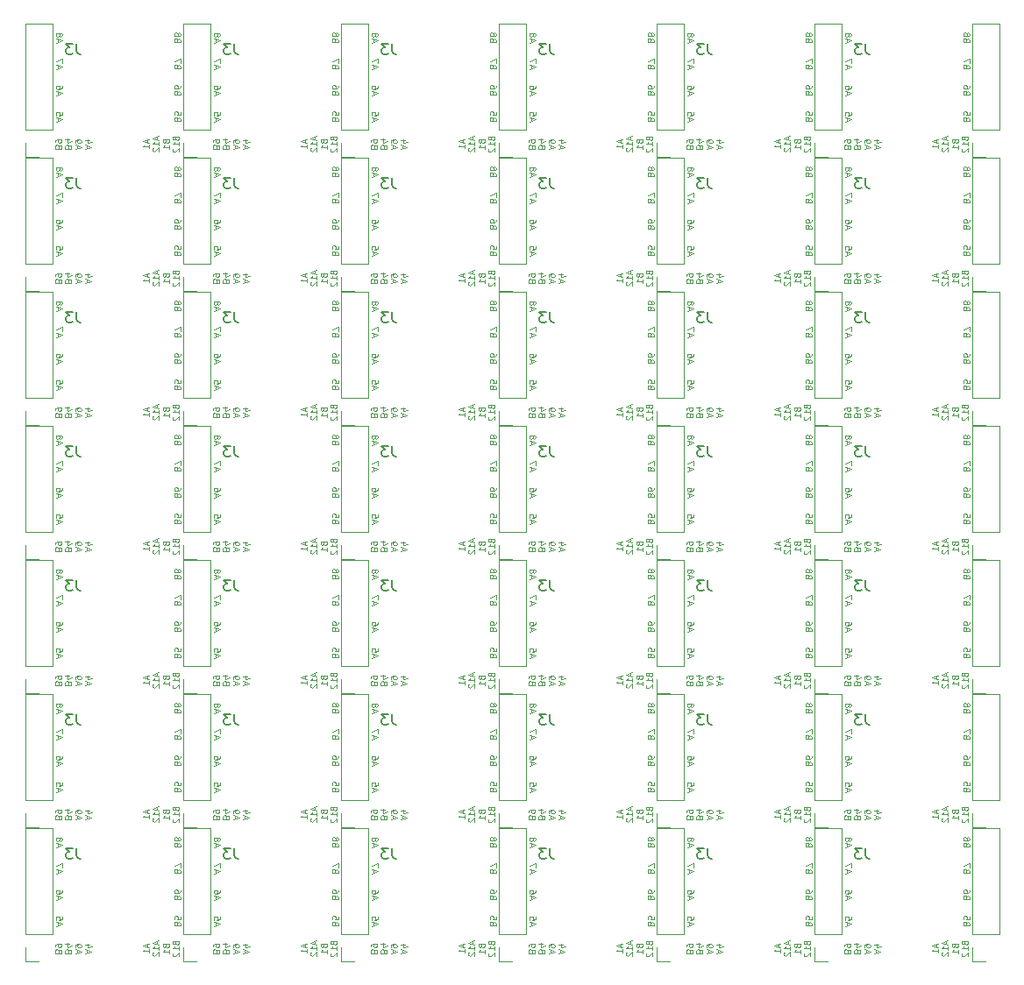
<source format=gbr>
%TF.GenerationSoftware,KiCad,Pcbnew,(6.0.7)*%
%TF.CreationDate,2023-04-16T01:29:03+08:00*%
%TF.ProjectId,typical,74797069-6361-46c2-9e6b-696361645f70,rev?*%
%TF.SameCoordinates,Original*%
%TF.FileFunction,Legend,Bot*%
%TF.FilePolarity,Positive*%
%FSLAX46Y46*%
G04 Gerber Fmt 4.6, Leading zero omitted, Abs format (unit mm)*
G04 Created by KiCad (PCBNEW (6.0.7)) date 2023-04-16 01:29:03*
%MOMM*%
%LPD*%
G01*
G04 APERTURE LIST*
%ADD10C,0.080000*%
%ADD11C,0.150000*%
%ADD12C,0.120000*%
G04 APERTURE END LIST*
D10*
X155877000Y-140922428D02*
X155877000Y-141208142D01*
X156048428Y-140865285D02*
X155448428Y-141065285D01*
X156048428Y-141265285D01*
X156048428Y-141779571D02*
X156048428Y-141436714D01*
X156048428Y-141608142D02*
X155448428Y-141608142D01*
X155534142Y-141551000D01*
X155591285Y-141493857D01*
X155619857Y-141436714D01*
X156843000Y-140636714D02*
X156843000Y-140922428D01*
X157014428Y-140579571D02*
X156414428Y-140779571D01*
X157014428Y-140979571D01*
X157014428Y-141493857D02*
X157014428Y-141151000D01*
X157014428Y-141322428D02*
X156414428Y-141322428D01*
X156500142Y-141265285D01*
X156557285Y-141208142D01*
X156585857Y-141151000D01*
X156471571Y-141722428D02*
X156443000Y-141751000D01*
X156414428Y-141808142D01*
X156414428Y-141951000D01*
X156443000Y-142008142D01*
X156471571Y-142036714D01*
X156528714Y-142065285D01*
X156585857Y-142065285D01*
X156671571Y-142036714D01*
X157014428Y-141693857D01*
X157014428Y-142065285D01*
X157666142Y-141108142D02*
X157694714Y-141193857D01*
X157723285Y-141222428D01*
X157780428Y-141251000D01*
X157866142Y-141251000D01*
X157923285Y-141222428D01*
X157951857Y-141193857D01*
X157980428Y-141136714D01*
X157980428Y-140908142D01*
X157380428Y-140908142D01*
X157380428Y-141108142D01*
X157409000Y-141165285D01*
X157437571Y-141193857D01*
X157494714Y-141222428D01*
X157551857Y-141222428D01*
X157609000Y-141193857D01*
X157637571Y-141165285D01*
X157666142Y-141108142D01*
X157666142Y-140908142D01*
X157980428Y-141822428D02*
X157980428Y-141479571D01*
X157980428Y-141651000D02*
X157380428Y-141651000D01*
X157466142Y-141593857D01*
X157523285Y-141536714D01*
X157551857Y-141479571D01*
X158632142Y-140822428D02*
X158660714Y-140908142D01*
X158689285Y-140936714D01*
X158746428Y-140965285D01*
X158832142Y-140965285D01*
X158889285Y-140936714D01*
X158917857Y-140908142D01*
X158946428Y-140851000D01*
X158946428Y-140622428D01*
X158346428Y-140622428D01*
X158346428Y-140822428D01*
X158375000Y-140879571D01*
X158403571Y-140908142D01*
X158460714Y-140936714D01*
X158517857Y-140936714D01*
X158575000Y-140908142D01*
X158603571Y-140879571D01*
X158632142Y-140822428D01*
X158632142Y-140622428D01*
X158946428Y-141536714D02*
X158946428Y-141193857D01*
X158946428Y-141365285D02*
X158346428Y-141365285D01*
X158432142Y-141308142D01*
X158489285Y-141251000D01*
X158517857Y-141193857D01*
X158403571Y-141765285D02*
X158375000Y-141793857D01*
X158346428Y-141851000D01*
X158346428Y-141993857D01*
X158375000Y-142051000D01*
X158403571Y-142079571D01*
X158460714Y-142108142D01*
X158517857Y-142108142D01*
X158603571Y-142079571D01*
X158946428Y-141736714D01*
X158946428Y-142108142D01*
X150066000Y-141779571D02*
X150066000Y-141493857D01*
X149894571Y-141836714D02*
X150494571Y-141636714D01*
X149894571Y-141436714D01*
X150294571Y-140979571D02*
X149894571Y-140979571D01*
X150523142Y-141122428D02*
X150094571Y-141265285D01*
X150094571Y-140893857D01*
X149100000Y-141779571D02*
X149100000Y-141493857D01*
X148928571Y-141836714D02*
X149528571Y-141636714D01*
X148928571Y-141436714D01*
X148928571Y-141208142D02*
X148928571Y-141093857D01*
X148957142Y-141036714D01*
X148985714Y-141008142D01*
X149071428Y-140951000D01*
X149185714Y-140922428D01*
X149414285Y-140922428D01*
X149471428Y-140951000D01*
X149500000Y-140979571D01*
X149528571Y-141036714D01*
X149528571Y-141151000D01*
X149500000Y-141208142D01*
X149471428Y-141236714D01*
X149414285Y-141265285D01*
X149271428Y-141265285D01*
X149214285Y-141236714D01*
X149185714Y-141208142D01*
X149157142Y-141151000D01*
X149157142Y-141036714D01*
X149185714Y-140979571D01*
X149214285Y-140951000D01*
X149271428Y-140922428D01*
X148276857Y-141593857D02*
X148248285Y-141508142D01*
X148219714Y-141479571D01*
X148162571Y-141451000D01*
X148076857Y-141451000D01*
X148019714Y-141479571D01*
X147991142Y-141508142D01*
X147962571Y-141565285D01*
X147962571Y-141793857D01*
X148562571Y-141793857D01*
X148562571Y-141593857D01*
X148534000Y-141536714D01*
X148505428Y-141508142D01*
X148448285Y-141479571D01*
X148391142Y-141479571D01*
X148334000Y-141508142D01*
X148305428Y-141536714D01*
X148276857Y-141593857D01*
X148276857Y-141793857D01*
X148362571Y-140936714D02*
X147962571Y-140936714D01*
X148591142Y-141079571D02*
X148162571Y-141222428D01*
X148162571Y-140851000D01*
X147310857Y-141593857D02*
X147282285Y-141508142D01*
X147253714Y-141479571D01*
X147196571Y-141451000D01*
X147110857Y-141451000D01*
X147053714Y-141479571D01*
X147025142Y-141508142D01*
X146996571Y-141565285D01*
X146996571Y-141793857D01*
X147596571Y-141793857D01*
X147596571Y-141593857D01*
X147568000Y-141536714D01*
X147539428Y-141508142D01*
X147482285Y-141479571D01*
X147425142Y-141479571D01*
X147368000Y-141508142D01*
X147339428Y-141536714D01*
X147310857Y-141593857D01*
X147310857Y-141793857D01*
X146996571Y-141165285D02*
X146996571Y-141051000D01*
X147025142Y-140993857D01*
X147053714Y-140965285D01*
X147139428Y-140908142D01*
X147253714Y-140879571D01*
X147482285Y-140879571D01*
X147539428Y-140908142D01*
X147568000Y-140936714D01*
X147596571Y-140993857D01*
X147596571Y-141108142D01*
X147568000Y-141165285D01*
X147539428Y-141193857D01*
X147482285Y-141222428D01*
X147339428Y-141222428D01*
X147282285Y-141193857D01*
X147253714Y-141165285D01*
X147225142Y-141108142D01*
X147225142Y-140993857D01*
X147253714Y-140936714D01*
X147282285Y-140908142D01*
X147339428Y-140879571D01*
X158792857Y-138926857D02*
X158764285Y-138841142D01*
X158735714Y-138812571D01*
X158678571Y-138784000D01*
X158592857Y-138784000D01*
X158535714Y-138812571D01*
X158507142Y-138841142D01*
X158478571Y-138898285D01*
X158478571Y-139126857D01*
X159078571Y-139126857D01*
X159078571Y-138926857D01*
X159050000Y-138869714D01*
X159021428Y-138841142D01*
X158964285Y-138812571D01*
X158907142Y-138812571D01*
X158850000Y-138841142D01*
X158821428Y-138869714D01*
X158792857Y-138926857D01*
X158792857Y-139126857D01*
X159078571Y-138241142D02*
X159078571Y-138526857D01*
X158792857Y-138555428D01*
X158821428Y-138526857D01*
X158850000Y-138469714D01*
X158850000Y-138326857D01*
X158821428Y-138269714D01*
X158792857Y-138241142D01*
X158735714Y-138212571D01*
X158592857Y-138212571D01*
X158535714Y-138241142D01*
X158507142Y-138269714D01*
X158478571Y-138326857D01*
X158478571Y-138469714D01*
X158507142Y-138526857D01*
X158535714Y-138555428D01*
X147220000Y-134032571D02*
X147220000Y-133746857D01*
X147048571Y-134089714D02*
X147648571Y-133889714D01*
X147048571Y-133689714D01*
X147648571Y-133546857D02*
X147648571Y-133146857D01*
X147048571Y-133404000D01*
X158792857Y-131306857D02*
X158764285Y-131221142D01*
X158735714Y-131192571D01*
X158678571Y-131164000D01*
X158592857Y-131164000D01*
X158535714Y-131192571D01*
X158507142Y-131221142D01*
X158478571Y-131278285D01*
X158478571Y-131506857D01*
X159078571Y-131506857D01*
X159078571Y-131306857D01*
X159050000Y-131249714D01*
X159021428Y-131221142D01*
X158964285Y-131192571D01*
X158907142Y-131192571D01*
X158850000Y-131221142D01*
X158821428Y-131249714D01*
X158792857Y-131306857D01*
X158792857Y-131506857D01*
X158821428Y-130821142D02*
X158850000Y-130878285D01*
X158878571Y-130906857D01*
X158935714Y-130935428D01*
X158964285Y-130935428D01*
X159021428Y-130906857D01*
X159050000Y-130878285D01*
X159078571Y-130821142D01*
X159078571Y-130706857D01*
X159050000Y-130649714D01*
X159021428Y-130621142D01*
X158964285Y-130592571D01*
X158935714Y-130592571D01*
X158878571Y-130621142D01*
X158850000Y-130649714D01*
X158821428Y-130706857D01*
X158821428Y-130821142D01*
X158792857Y-130878285D01*
X158764285Y-130906857D01*
X158707142Y-130935428D01*
X158592857Y-130935428D01*
X158535714Y-130906857D01*
X158507142Y-130878285D01*
X158478571Y-130821142D01*
X158478571Y-130706857D01*
X158507142Y-130649714D01*
X158535714Y-130621142D01*
X158592857Y-130592571D01*
X158707142Y-130592571D01*
X158764285Y-130621142D01*
X158792857Y-130649714D01*
X158821428Y-130706857D01*
X147220000Y-139112571D02*
X147220000Y-138826857D01*
X147048571Y-139169714D02*
X147648571Y-138969714D01*
X147048571Y-138769714D01*
X147648571Y-138284000D02*
X147648571Y-138569714D01*
X147362857Y-138598285D01*
X147391428Y-138569714D01*
X147420000Y-138512571D01*
X147420000Y-138369714D01*
X147391428Y-138312571D01*
X147362857Y-138284000D01*
X147305714Y-138255428D01*
X147162857Y-138255428D01*
X147105714Y-138284000D01*
X147077142Y-138312571D01*
X147048571Y-138369714D01*
X147048571Y-138512571D01*
X147077142Y-138569714D01*
X147105714Y-138598285D01*
X158792857Y-136386857D02*
X158764285Y-136301142D01*
X158735714Y-136272571D01*
X158678571Y-136244000D01*
X158592857Y-136244000D01*
X158535714Y-136272571D01*
X158507142Y-136301142D01*
X158478571Y-136358285D01*
X158478571Y-136586857D01*
X159078571Y-136586857D01*
X159078571Y-136386857D01*
X159050000Y-136329714D01*
X159021428Y-136301142D01*
X158964285Y-136272571D01*
X158907142Y-136272571D01*
X158850000Y-136301142D01*
X158821428Y-136329714D01*
X158792857Y-136386857D01*
X158792857Y-136586857D01*
X159078571Y-135729714D02*
X159078571Y-135844000D01*
X159050000Y-135901142D01*
X159021428Y-135929714D01*
X158935714Y-135986857D01*
X158821428Y-136015428D01*
X158592857Y-136015428D01*
X158535714Y-135986857D01*
X158507142Y-135958285D01*
X158478571Y-135901142D01*
X158478571Y-135786857D01*
X158507142Y-135729714D01*
X158535714Y-135701142D01*
X158592857Y-135672571D01*
X158735714Y-135672571D01*
X158792857Y-135701142D01*
X158821428Y-135729714D01*
X158850000Y-135786857D01*
X158850000Y-135901142D01*
X158821428Y-135958285D01*
X158792857Y-135986857D01*
X158735714Y-136015428D01*
X147220000Y-136572571D02*
X147220000Y-136286857D01*
X147048571Y-136629714D02*
X147648571Y-136429714D01*
X147048571Y-136229714D01*
X147648571Y-135772571D02*
X147648571Y-135886857D01*
X147620000Y-135944000D01*
X147591428Y-135972571D01*
X147505714Y-136029714D01*
X147391428Y-136058285D01*
X147162857Y-136058285D01*
X147105714Y-136029714D01*
X147077142Y-136001142D01*
X147048571Y-135944000D01*
X147048571Y-135829714D01*
X147077142Y-135772571D01*
X147105714Y-135744000D01*
X147162857Y-135715428D01*
X147305714Y-135715428D01*
X147362857Y-135744000D01*
X147391428Y-135772571D01*
X147420000Y-135829714D01*
X147420000Y-135944000D01*
X147391428Y-136001142D01*
X147362857Y-136029714D01*
X147305714Y-136058285D01*
X158792857Y-133846857D02*
X158764285Y-133761142D01*
X158735714Y-133732571D01*
X158678571Y-133704000D01*
X158592857Y-133704000D01*
X158535714Y-133732571D01*
X158507142Y-133761142D01*
X158478571Y-133818285D01*
X158478571Y-134046857D01*
X159078571Y-134046857D01*
X159078571Y-133846857D01*
X159050000Y-133789714D01*
X159021428Y-133761142D01*
X158964285Y-133732571D01*
X158907142Y-133732571D01*
X158850000Y-133761142D01*
X158821428Y-133789714D01*
X158792857Y-133846857D01*
X158792857Y-134046857D01*
X159078571Y-133504000D02*
X159078571Y-133104000D01*
X158478571Y-133361142D01*
X147220000Y-131492571D02*
X147220000Y-131206857D01*
X147048571Y-131549714D02*
X147648571Y-131349714D01*
X147048571Y-131149714D01*
X147391428Y-130864000D02*
X147420000Y-130921142D01*
X147448571Y-130949714D01*
X147505714Y-130978285D01*
X147534285Y-130978285D01*
X147591428Y-130949714D01*
X147620000Y-130921142D01*
X147648571Y-130864000D01*
X147648571Y-130749714D01*
X147620000Y-130692571D01*
X147591428Y-130664000D01*
X147534285Y-130635428D01*
X147505714Y-130635428D01*
X147448571Y-130664000D01*
X147420000Y-130692571D01*
X147391428Y-130749714D01*
X147391428Y-130864000D01*
X147362857Y-130921142D01*
X147334285Y-130949714D01*
X147277142Y-130978285D01*
X147162857Y-130978285D01*
X147105714Y-130949714D01*
X147077142Y-130921142D01*
X147048571Y-130864000D01*
X147048571Y-130749714D01*
X147077142Y-130692571D01*
X147105714Y-130664000D01*
X147162857Y-130635428D01*
X147277142Y-130635428D01*
X147334285Y-130664000D01*
X147362857Y-130692571D01*
X147391428Y-130749714D01*
X131980000Y-131492571D02*
X131980000Y-131206857D01*
X131808571Y-131549714D02*
X132408571Y-131349714D01*
X131808571Y-131149714D01*
X132151428Y-130864000D02*
X132180000Y-130921142D01*
X132208571Y-130949714D01*
X132265714Y-130978285D01*
X132294285Y-130978285D01*
X132351428Y-130949714D01*
X132380000Y-130921142D01*
X132408571Y-130864000D01*
X132408571Y-130749714D01*
X132380000Y-130692571D01*
X132351428Y-130664000D01*
X132294285Y-130635428D01*
X132265714Y-130635428D01*
X132208571Y-130664000D01*
X132180000Y-130692571D01*
X132151428Y-130749714D01*
X132151428Y-130864000D01*
X132122857Y-130921142D01*
X132094285Y-130949714D01*
X132037142Y-130978285D01*
X131922857Y-130978285D01*
X131865714Y-130949714D01*
X131837142Y-130921142D01*
X131808571Y-130864000D01*
X131808571Y-130749714D01*
X131837142Y-130692571D01*
X131865714Y-130664000D01*
X131922857Y-130635428D01*
X132037142Y-130635428D01*
X132094285Y-130664000D01*
X132122857Y-130692571D01*
X132151428Y-130749714D01*
X140637000Y-140922428D02*
X140637000Y-141208142D01*
X140808428Y-140865285D02*
X140208428Y-141065285D01*
X140808428Y-141265285D01*
X140808428Y-141779571D02*
X140808428Y-141436714D01*
X140808428Y-141608142D02*
X140208428Y-141608142D01*
X140294142Y-141551000D01*
X140351285Y-141493857D01*
X140379857Y-141436714D01*
X141603000Y-140636714D02*
X141603000Y-140922428D01*
X141774428Y-140579571D02*
X141174428Y-140779571D01*
X141774428Y-140979571D01*
X141774428Y-141493857D02*
X141774428Y-141151000D01*
X141774428Y-141322428D02*
X141174428Y-141322428D01*
X141260142Y-141265285D01*
X141317285Y-141208142D01*
X141345857Y-141151000D01*
X141231571Y-141722428D02*
X141203000Y-141751000D01*
X141174428Y-141808142D01*
X141174428Y-141951000D01*
X141203000Y-142008142D01*
X141231571Y-142036714D01*
X141288714Y-142065285D01*
X141345857Y-142065285D01*
X141431571Y-142036714D01*
X141774428Y-141693857D01*
X141774428Y-142065285D01*
X142426142Y-141108142D02*
X142454714Y-141193857D01*
X142483285Y-141222428D01*
X142540428Y-141251000D01*
X142626142Y-141251000D01*
X142683285Y-141222428D01*
X142711857Y-141193857D01*
X142740428Y-141136714D01*
X142740428Y-140908142D01*
X142140428Y-140908142D01*
X142140428Y-141108142D01*
X142169000Y-141165285D01*
X142197571Y-141193857D01*
X142254714Y-141222428D01*
X142311857Y-141222428D01*
X142369000Y-141193857D01*
X142397571Y-141165285D01*
X142426142Y-141108142D01*
X142426142Y-140908142D01*
X142740428Y-141822428D02*
X142740428Y-141479571D01*
X142740428Y-141651000D02*
X142140428Y-141651000D01*
X142226142Y-141593857D01*
X142283285Y-141536714D01*
X142311857Y-141479571D01*
X143392142Y-140822428D02*
X143420714Y-140908142D01*
X143449285Y-140936714D01*
X143506428Y-140965285D01*
X143592142Y-140965285D01*
X143649285Y-140936714D01*
X143677857Y-140908142D01*
X143706428Y-140851000D01*
X143706428Y-140622428D01*
X143106428Y-140622428D01*
X143106428Y-140822428D01*
X143135000Y-140879571D01*
X143163571Y-140908142D01*
X143220714Y-140936714D01*
X143277857Y-140936714D01*
X143335000Y-140908142D01*
X143363571Y-140879571D01*
X143392142Y-140822428D01*
X143392142Y-140622428D01*
X143706428Y-141536714D02*
X143706428Y-141193857D01*
X143706428Y-141365285D02*
X143106428Y-141365285D01*
X143192142Y-141308142D01*
X143249285Y-141251000D01*
X143277857Y-141193857D01*
X143163571Y-141765285D02*
X143135000Y-141793857D01*
X143106428Y-141851000D01*
X143106428Y-141993857D01*
X143135000Y-142051000D01*
X143163571Y-142079571D01*
X143220714Y-142108142D01*
X143277857Y-142108142D01*
X143363571Y-142079571D01*
X143706428Y-141736714D01*
X143706428Y-142108142D01*
X134826000Y-141779571D02*
X134826000Y-141493857D01*
X134654571Y-141836714D02*
X135254571Y-141636714D01*
X134654571Y-141436714D01*
X135054571Y-140979571D02*
X134654571Y-140979571D01*
X135283142Y-141122428D02*
X134854571Y-141265285D01*
X134854571Y-140893857D01*
X133860000Y-141779571D02*
X133860000Y-141493857D01*
X133688571Y-141836714D02*
X134288571Y-141636714D01*
X133688571Y-141436714D01*
X133688571Y-141208142D02*
X133688571Y-141093857D01*
X133717142Y-141036714D01*
X133745714Y-141008142D01*
X133831428Y-140951000D01*
X133945714Y-140922428D01*
X134174285Y-140922428D01*
X134231428Y-140951000D01*
X134260000Y-140979571D01*
X134288571Y-141036714D01*
X134288571Y-141151000D01*
X134260000Y-141208142D01*
X134231428Y-141236714D01*
X134174285Y-141265285D01*
X134031428Y-141265285D01*
X133974285Y-141236714D01*
X133945714Y-141208142D01*
X133917142Y-141151000D01*
X133917142Y-141036714D01*
X133945714Y-140979571D01*
X133974285Y-140951000D01*
X134031428Y-140922428D01*
X133036857Y-141593857D02*
X133008285Y-141508142D01*
X132979714Y-141479571D01*
X132922571Y-141451000D01*
X132836857Y-141451000D01*
X132779714Y-141479571D01*
X132751142Y-141508142D01*
X132722571Y-141565285D01*
X132722571Y-141793857D01*
X133322571Y-141793857D01*
X133322571Y-141593857D01*
X133294000Y-141536714D01*
X133265428Y-141508142D01*
X133208285Y-141479571D01*
X133151142Y-141479571D01*
X133094000Y-141508142D01*
X133065428Y-141536714D01*
X133036857Y-141593857D01*
X133036857Y-141793857D01*
X133122571Y-140936714D02*
X132722571Y-140936714D01*
X133351142Y-141079571D02*
X132922571Y-141222428D01*
X132922571Y-140851000D01*
X132070857Y-141593857D02*
X132042285Y-141508142D01*
X132013714Y-141479571D01*
X131956571Y-141451000D01*
X131870857Y-141451000D01*
X131813714Y-141479571D01*
X131785142Y-141508142D01*
X131756571Y-141565285D01*
X131756571Y-141793857D01*
X132356571Y-141793857D01*
X132356571Y-141593857D01*
X132328000Y-141536714D01*
X132299428Y-141508142D01*
X132242285Y-141479571D01*
X132185142Y-141479571D01*
X132128000Y-141508142D01*
X132099428Y-141536714D01*
X132070857Y-141593857D01*
X132070857Y-141793857D01*
X131756571Y-141165285D02*
X131756571Y-141051000D01*
X131785142Y-140993857D01*
X131813714Y-140965285D01*
X131899428Y-140908142D01*
X132013714Y-140879571D01*
X132242285Y-140879571D01*
X132299428Y-140908142D01*
X132328000Y-140936714D01*
X132356571Y-140993857D01*
X132356571Y-141108142D01*
X132328000Y-141165285D01*
X132299428Y-141193857D01*
X132242285Y-141222428D01*
X132099428Y-141222428D01*
X132042285Y-141193857D01*
X132013714Y-141165285D01*
X131985142Y-141108142D01*
X131985142Y-140993857D01*
X132013714Y-140936714D01*
X132042285Y-140908142D01*
X132099428Y-140879571D01*
X143552857Y-131306857D02*
X143524285Y-131221142D01*
X143495714Y-131192571D01*
X143438571Y-131164000D01*
X143352857Y-131164000D01*
X143295714Y-131192571D01*
X143267142Y-131221142D01*
X143238571Y-131278285D01*
X143238571Y-131506857D01*
X143838571Y-131506857D01*
X143838571Y-131306857D01*
X143810000Y-131249714D01*
X143781428Y-131221142D01*
X143724285Y-131192571D01*
X143667142Y-131192571D01*
X143610000Y-131221142D01*
X143581428Y-131249714D01*
X143552857Y-131306857D01*
X143552857Y-131506857D01*
X143581428Y-130821142D02*
X143610000Y-130878285D01*
X143638571Y-130906857D01*
X143695714Y-130935428D01*
X143724285Y-130935428D01*
X143781428Y-130906857D01*
X143810000Y-130878285D01*
X143838571Y-130821142D01*
X143838571Y-130706857D01*
X143810000Y-130649714D01*
X143781428Y-130621142D01*
X143724285Y-130592571D01*
X143695714Y-130592571D01*
X143638571Y-130621142D01*
X143610000Y-130649714D01*
X143581428Y-130706857D01*
X143581428Y-130821142D01*
X143552857Y-130878285D01*
X143524285Y-130906857D01*
X143467142Y-130935428D01*
X143352857Y-130935428D01*
X143295714Y-130906857D01*
X143267142Y-130878285D01*
X143238571Y-130821142D01*
X143238571Y-130706857D01*
X143267142Y-130649714D01*
X143295714Y-130621142D01*
X143352857Y-130592571D01*
X143467142Y-130592571D01*
X143524285Y-130621142D01*
X143552857Y-130649714D01*
X143581428Y-130706857D01*
X131980000Y-139112571D02*
X131980000Y-138826857D01*
X131808571Y-139169714D02*
X132408571Y-138969714D01*
X131808571Y-138769714D01*
X132408571Y-138284000D02*
X132408571Y-138569714D01*
X132122857Y-138598285D01*
X132151428Y-138569714D01*
X132180000Y-138512571D01*
X132180000Y-138369714D01*
X132151428Y-138312571D01*
X132122857Y-138284000D01*
X132065714Y-138255428D01*
X131922857Y-138255428D01*
X131865714Y-138284000D01*
X131837142Y-138312571D01*
X131808571Y-138369714D01*
X131808571Y-138512571D01*
X131837142Y-138569714D01*
X131865714Y-138598285D01*
X143552857Y-136386857D02*
X143524285Y-136301142D01*
X143495714Y-136272571D01*
X143438571Y-136244000D01*
X143352857Y-136244000D01*
X143295714Y-136272571D01*
X143267142Y-136301142D01*
X143238571Y-136358285D01*
X143238571Y-136586857D01*
X143838571Y-136586857D01*
X143838571Y-136386857D01*
X143810000Y-136329714D01*
X143781428Y-136301142D01*
X143724285Y-136272571D01*
X143667142Y-136272571D01*
X143610000Y-136301142D01*
X143581428Y-136329714D01*
X143552857Y-136386857D01*
X143552857Y-136586857D01*
X143838571Y-135729714D02*
X143838571Y-135844000D01*
X143810000Y-135901142D01*
X143781428Y-135929714D01*
X143695714Y-135986857D01*
X143581428Y-136015428D01*
X143352857Y-136015428D01*
X143295714Y-135986857D01*
X143267142Y-135958285D01*
X143238571Y-135901142D01*
X143238571Y-135786857D01*
X143267142Y-135729714D01*
X143295714Y-135701142D01*
X143352857Y-135672571D01*
X143495714Y-135672571D01*
X143552857Y-135701142D01*
X143581428Y-135729714D01*
X143610000Y-135786857D01*
X143610000Y-135901142D01*
X143581428Y-135958285D01*
X143552857Y-135986857D01*
X143495714Y-136015428D01*
X131980000Y-136572571D02*
X131980000Y-136286857D01*
X131808571Y-136629714D02*
X132408571Y-136429714D01*
X131808571Y-136229714D01*
X132408571Y-135772571D02*
X132408571Y-135886857D01*
X132380000Y-135944000D01*
X132351428Y-135972571D01*
X132265714Y-136029714D01*
X132151428Y-136058285D01*
X131922857Y-136058285D01*
X131865714Y-136029714D01*
X131837142Y-136001142D01*
X131808571Y-135944000D01*
X131808571Y-135829714D01*
X131837142Y-135772571D01*
X131865714Y-135744000D01*
X131922857Y-135715428D01*
X132065714Y-135715428D01*
X132122857Y-135744000D01*
X132151428Y-135772571D01*
X132180000Y-135829714D01*
X132180000Y-135944000D01*
X132151428Y-136001142D01*
X132122857Y-136029714D01*
X132065714Y-136058285D01*
X143552857Y-133846857D02*
X143524285Y-133761142D01*
X143495714Y-133732571D01*
X143438571Y-133704000D01*
X143352857Y-133704000D01*
X143295714Y-133732571D01*
X143267142Y-133761142D01*
X143238571Y-133818285D01*
X143238571Y-134046857D01*
X143838571Y-134046857D01*
X143838571Y-133846857D01*
X143810000Y-133789714D01*
X143781428Y-133761142D01*
X143724285Y-133732571D01*
X143667142Y-133732571D01*
X143610000Y-133761142D01*
X143581428Y-133789714D01*
X143552857Y-133846857D01*
X143552857Y-134046857D01*
X143838571Y-133504000D02*
X143838571Y-133104000D01*
X143238571Y-133361142D01*
X131980000Y-134032571D02*
X131980000Y-133746857D01*
X131808571Y-134089714D02*
X132408571Y-133889714D01*
X131808571Y-133689714D01*
X132408571Y-133546857D02*
X132408571Y-133146857D01*
X131808571Y-133404000D01*
X143552857Y-138926857D02*
X143524285Y-138841142D01*
X143495714Y-138812571D01*
X143438571Y-138784000D01*
X143352857Y-138784000D01*
X143295714Y-138812571D01*
X143267142Y-138841142D01*
X143238571Y-138898285D01*
X143238571Y-139126857D01*
X143838571Y-139126857D01*
X143838571Y-138926857D01*
X143810000Y-138869714D01*
X143781428Y-138841142D01*
X143724285Y-138812571D01*
X143667142Y-138812571D01*
X143610000Y-138841142D01*
X143581428Y-138869714D01*
X143552857Y-138926857D01*
X143552857Y-139126857D01*
X143838571Y-138241142D02*
X143838571Y-138526857D01*
X143552857Y-138555428D01*
X143581428Y-138526857D01*
X143610000Y-138469714D01*
X143610000Y-138326857D01*
X143581428Y-138269714D01*
X143552857Y-138241142D01*
X143495714Y-138212571D01*
X143352857Y-138212571D01*
X143295714Y-138241142D01*
X143267142Y-138269714D01*
X143238571Y-138326857D01*
X143238571Y-138469714D01*
X143267142Y-138526857D01*
X143295714Y-138555428D01*
X116740000Y-131492571D02*
X116740000Y-131206857D01*
X116568571Y-131549714D02*
X117168571Y-131349714D01*
X116568571Y-131149714D01*
X116911428Y-130864000D02*
X116940000Y-130921142D01*
X116968571Y-130949714D01*
X117025714Y-130978285D01*
X117054285Y-130978285D01*
X117111428Y-130949714D01*
X117140000Y-130921142D01*
X117168571Y-130864000D01*
X117168571Y-130749714D01*
X117140000Y-130692571D01*
X117111428Y-130664000D01*
X117054285Y-130635428D01*
X117025714Y-130635428D01*
X116968571Y-130664000D01*
X116940000Y-130692571D01*
X116911428Y-130749714D01*
X116911428Y-130864000D01*
X116882857Y-130921142D01*
X116854285Y-130949714D01*
X116797142Y-130978285D01*
X116682857Y-130978285D01*
X116625714Y-130949714D01*
X116597142Y-130921142D01*
X116568571Y-130864000D01*
X116568571Y-130749714D01*
X116597142Y-130692571D01*
X116625714Y-130664000D01*
X116682857Y-130635428D01*
X116797142Y-130635428D01*
X116854285Y-130664000D01*
X116882857Y-130692571D01*
X116911428Y-130749714D01*
X125397000Y-140922428D02*
X125397000Y-141208142D01*
X125568428Y-140865285D02*
X124968428Y-141065285D01*
X125568428Y-141265285D01*
X125568428Y-141779571D02*
X125568428Y-141436714D01*
X125568428Y-141608142D02*
X124968428Y-141608142D01*
X125054142Y-141551000D01*
X125111285Y-141493857D01*
X125139857Y-141436714D01*
X126363000Y-140636714D02*
X126363000Y-140922428D01*
X126534428Y-140579571D02*
X125934428Y-140779571D01*
X126534428Y-140979571D01*
X126534428Y-141493857D02*
X126534428Y-141151000D01*
X126534428Y-141322428D02*
X125934428Y-141322428D01*
X126020142Y-141265285D01*
X126077285Y-141208142D01*
X126105857Y-141151000D01*
X125991571Y-141722428D02*
X125963000Y-141751000D01*
X125934428Y-141808142D01*
X125934428Y-141951000D01*
X125963000Y-142008142D01*
X125991571Y-142036714D01*
X126048714Y-142065285D01*
X126105857Y-142065285D01*
X126191571Y-142036714D01*
X126534428Y-141693857D01*
X126534428Y-142065285D01*
X127186142Y-141108142D02*
X127214714Y-141193857D01*
X127243285Y-141222428D01*
X127300428Y-141251000D01*
X127386142Y-141251000D01*
X127443285Y-141222428D01*
X127471857Y-141193857D01*
X127500428Y-141136714D01*
X127500428Y-140908142D01*
X126900428Y-140908142D01*
X126900428Y-141108142D01*
X126929000Y-141165285D01*
X126957571Y-141193857D01*
X127014714Y-141222428D01*
X127071857Y-141222428D01*
X127129000Y-141193857D01*
X127157571Y-141165285D01*
X127186142Y-141108142D01*
X127186142Y-140908142D01*
X127500428Y-141822428D02*
X127500428Y-141479571D01*
X127500428Y-141651000D02*
X126900428Y-141651000D01*
X126986142Y-141593857D01*
X127043285Y-141536714D01*
X127071857Y-141479571D01*
X128152142Y-140822428D02*
X128180714Y-140908142D01*
X128209285Y-140936714D01*
X128266428Y-140965285D01*
X128352142Y-140965285D01*
X128409285Y-140936714D01*
X128437857Y-140908142D01*
X128466428Y-140851000D01*
X128466428Y-140622428D01*
X127866428Y-140622428D01*
X127866428Y-140822428D01*
X127895000Y-140879571D01*
X127923571Y-140908142D01*
X127980714Y-140936714D01*
X128037857Y-140936714D01*
X128095000Y-140908142D01*
X128123571Y-140879571D01*
X128152142Y-140822428D01*
X128152142Y-140622428D01*
X128466428Y-141536714D02*
X128466428Y-141193857D01*
X128466428Y-141365285D02*
X127866428Y-141365285D01*
X127952142Y-141308142D01*
X128009285Y-141251000D01*
X128037857Y-141193857D01*
X127923571Y-141765285D02*
X127895000Y-141793857D01*
X127866428Y-141851000D01*
X127866428Y-141993857D01*
X127895000Y-142051000D01*
X127923571Y-142079571D01*
X127980714Y-142108142D01*
X128037857Y-142108142D01*
X128123571Y-142079571D01*
X128466428Y-141736714D01*
X128466428Y-142108142D01*
X119586000Y-141779571D02*
X119586000Y-141493857D01*
X119414571Y-141836714D02*
X120014571Y-141636714D01*
X119414571Y-141436714D01*
X119814571Y-140979571D02*
X119414571Y-140979571D01*
X120043142Y-141122428D02*
X119614571Y-141265285D01*
X119614571Y-140893857D01*
X118620000Y-141779571D02*
X118620000Y-141493857D01*
X118448571Y-141836714D02*
X119048571Y-141636714D01*
X118448571Y-141436714D01*
X118448571Y-141208142D02*
X118448571Y-141093857D01*
X118477142Y-141036714D01*
X118505714Y-141008142D01*
X118591428Y-140951000D01*
X118705714Y-140922428D01*
X118934285Y-140922428D01*
X118991428Y-140951000D01*
X119020000Y-140979571D01*
X119048571Y-141036714D01*
X119048571Y-141151000D01*
X119020000Y-141208142D01*
X118991428Y-141236714D01*
X118934285Y-141265285D01*
X118791428Y-141265285D01*
X118734285Y-141236714D01*
X118705714Y-141208142D01*
X118677142Y-141151000D01*
X118677142Y-141036714D01*
X118705714Y-140979571D01*
X118734285Y-140951000D01*
X118791428Y-140922428D01*
X117796857Y-141593857D02*
X117768285Y-141508142D01*
X117739714Y-141479571D01*
X117682571Y-141451000D01*
X117596857Y-141451000D01*
X117539714Y-141479571D01*
X117511142Y-141508142D01*
X117482571Y-141565285D01*
X117482571Y-141793857D01*
X118082571Y-141793857D01*
X118082571Y-141593857D01*
X118054000Y-141536714D01*
X118025428Y-141508142D01*
X117968285Y-141479571D01*
X117911142Y-141479571D01*
X117854000Y-141508142D01*
X117825428Y-141536714D01*
X117796857Y-141593857D01*
X117796857Y-141793857D01*
X117882571Y-140936714D02*
X117482571Y-140936714D01*
X118111142Y-141079571D02*
X117682571Y-141222428D01*
X117682571Y-140851000D01*
X116830857Y-141593857D02*
X116802285Y-141508142D01*
X116773714Y-141479571D01*
X116716571Y-141451000D01*
X116630857Y-141451000D01*
X116573714Y-141479571D01*
X116545142Y-141508142D01*
X116516571Y-141565285D01*
X116516571Y-141793857D01*
X117116571Y-141793857D01*
X117116571Y-141593857D01*
X117088000Y-141536714D01*
X117059428Y-141508142D01*
X117002285Y-141479571D01*
X116945142Y-141479571D01*
X116888000Y-141508142D01*
X116859428Y-141536714D01*
X116830857Y-141593857D01*
X116830857Y-141793857D01*
X116516571Y-141165285D02*
X116516571Y-141051000D01*
X116545142Y-140993857D01*
X116573714Y-140965285D01*
X116659428Y-140908142D01*
X116773714Y-140879571D01*
X117002285Y-140879571D01*
X117059428Y-140908142D01*
X117088000Y-140936714D01*
X117116571Y-140993857D01*
X117116571Y-141108142D01*
X117088000Y-141165285D01*
X117059428Y-141193857D01*
X117002285Y-141222428D01*
X116859428Y-141222428D01*
X116802285Y-141193857D01*
X116773714Y-141165285D01*
X116745142Y-141108142D01*
X116745142Y-140993857D01*
X116773714Y-140936714D01*
X116802285Y-140908142D01*
X116859428Y-140879571D01*
X128312857Y-138926857D02*
X128284285Y-138841142D01*
X128255714Y-138812571D01*
X128198571Y-138784000D01*
X128112857Y-138784000D01*
X128055714Y-138812571D01*
X128027142Y-138841142D01*
X127998571Y-138898285D01*
X127998571Y-139126857D01*
X128598571Y-139126857D01*
X128598571Y-138926857D01*
X128570000Y-138869714D01*
X128541428Y-138841142D01*
X128484285Y-138812571D01*
X128427142Y-138812571D01*
X128370000Y-138841142D01*
X128341428Y-138869714D01*
X128312857Y-138926857D01*
X128312857Y-139126857D01*
X128598571Y-138241142D02*
X128598571Y-138526857D01*
X128312857Y-138555428D01*
X128341428Y-138526857D01*
X128370000Y-138469714D01*
X128370000Y-138326857D01*
X128341428Y-138269714D01*
X128312857Y-138241142D01*
X128255714Y-138212571D01*
X128112857Y-138212571D01*
X128055714Y-138241142D01*
X128027142Y-138269714D01*
X127998571Y-138326857D01*
X127998571Y-138469714D01*
X128027142Y-138526857D01*
X128055714Y-138555428D01*
X116740000Y-134032571D02*
X116740000Y-133746857D01*
X116568571Y-134089714D02*
X117168571Y-133889714D01*
X116568571Y-133689714D01*
X117168571Y-133546857D02*
X117168571Y-133146857D01*
X116568571Y-133404000D01*
X128312857Y-131306857D02*
X128284285Y-131221142D01*
X128255714Y-131192571D01*
X128198571Y-131164000D01*
X128112857Y-131164000D01*
X128055714Y-131192571D01*
X128027142Y-131221142D01*
X127998571Y-131278285D01*
X127998571Y-131506857D01*
X128598571Y-131506857D01*
X128598571Y-131306857D01*
X128570000Y-131249714D01*
X128541428Y-131221142D01*
X128484285Y-131192571D01*
X128427142Y-131192571D01*
X128370000Y-131221142D01*
X128341428Y-131249714D01*
X128312857Y-131306857D01*
X128312857Y-131506857D01*
X128341428Y-130821142D02*
X128370000Y-130878285D01*
X128398571Y-130906857D01*
X128455714Y-130935428D01*
X128484285Y-130935428D01*
X128541428Y-130906857D01*
X128570000Y-130878285D01*
X128598571Y-130821142D01*
X128598571Y-130706857D01*
X128570000Y-130649714D01*
X128541428Y-130621142D01*
X128484285Y-130592571D01*
X128455714Y-130592571D01*
X128398571Y-130621142D01*
X128370000Y-130649714D01*
X128341428Y-130706857D01*
X128341428Y-130821142D01*
X128312857Y-130878285D01*
X128284285Y-130906857D01*
X128227142Y-130935428D01*
X128112857Y-130935428D01*
X128055714Y-130906857D01*
X128027142Y-130878285D01*
X127998571Y-130821142D01*
X127998571Y-130706857D01*
X128027142Y-130649714D01*
X128055714Y-130621142D01*
X128112857Y-130592571D01*
X128227142Y-130592571D01*
X128284285Y-130621142D01*
X128312857Y-130649714D01*
X128341428Y-130706857D01*
X116740000Y-139112571D02*
X116740000Y-138826857D01*
X116568571Y-139169714D02*
X117168571Y-138969714D01*
X116568571Y-138769714D01*
X117168571Y-138284000D02*
X117168571Y-138569714D01*
X116882857Y-138598285D01*
X116911428Y-138569714D01*
X116940000Y-138512571D01*
X116940000Y-138369714D01*
X116911428Y-138312571D01*
X116882857Y-138284000D01*
X116825714Y-138255428D01*
X116682857Y-138255428D01*
X116625714Y-138284000D01*
X116597142Y-138312571D01*
X116568571Y-138369714D01*
X116568571Y-138512571D01*
X116597142Y-138569714D01*
X116625714Y-138598285D01*
X128312857Y-136386857D02*
X128284285Y-136301142D01*
X128255714Y-136272571D01*
X128198571Y-136244000D01*
X128112857Y-136244000D01*
X128055714Y-136272571D01*
X128027142Y-136301142D01*
X127998571Y-136358285D01*
X127998571Y-136586857D01*
X128598571Y-136586857D01*
X128598571Y-136386857D01*
X128570000Y-136329714D01*
X128541428Y-136301142D01*
X128484285Y-136272571D01*
X128427142Y-136272571D01*
X128370000Y-136301142D01*
X128341428Y-136329714D01*
X128312857Y-136386857D01*
X128312857Y-136586857D01*
X128598571Y-135729714D02*
X128598571Y-135844000D01*
X128570000Y-135901142D01*
X128541428Y-135929714D01*
X128455714Y-135986857D01*
X128341428Y-136015428D01*
X128112857Y-136015428D01*
X128055714Y-135986857D01*
X128027142Y-135958285D01*
X127998571Y-135901142D01*
X127998571Y-135786857D01*
X128027142Y-135729714D01*
X128055714Y-135701142D01*
X128112857Y-135672571D01*
X128255714Y-135672571D01*
X128312857Y-135701142D01*
X128341428Y-135729714D01*
X128370000Y-135786857D01*
X128370000Y-135901142D01*
X128341428Y-135958285D01*
X128312857Y-135986857D01*
X128255714Y-136015428D01*
X128312857Y-133846857D02*
X128284285Y-133761142D01*
X128255714Y-133732571D01*
X128198571Y-133704000D01*
X128112857Y-133704000D01*
X128055714Y-133732571D01*
X128027142Y-133761142D01*
X127998571Y-133818285D01*
X127998571Y-134046857D01*
X128598571Y-134046857D01*
X128598571Y-133846857D01*
X128570000Y-133789714D01*
X128541428Y-133761142D01*
X128484285Y-133732571D01*
X128427142Y-133732571D01*
X128370000Y-133761142D01*
X128341428Y-133789714D01*
X128312857Y-133846857D01*
X128312857Y-134046857D01*
X128598571Y-133504000D02*
X128598571Y-133104000D01*
X127998571Y-133361142D01*
X116740000Y-136572571D02*
X116740000Y-136286857D01*
X116568571Y-136629714D02*
X117168571Y-136429714D01*
X116568571Y-136229714D01*
X117168571Y-135772571D02*
X117168571Y-135886857D01*
X117140000Y-135944000D01*
X117111428Y-135972571D01*
X117025714Y-136029714D01*
X116911428Y-136058285D01*
X116682857Y-136058285D01*
X116625714Y-136029714D01*
X116597142Y-136001142D01*
X116568571Y-135944000D01*
X116568571Y-135829714D01*
X116597142Y-135772571D01*
X116625714Y-135744000D01*
X116682857Y-135715428D01*
X116825714Y-135715428D01*
X116882857Y-135744000D01*
X116911428Y-135772571D01*
X116940000Y-135829714D01*
X116940000Y-135944000D01*
X116911428Y-136001142D01*
X116882857Y-136029714D01*
X116825714Y-136058285D01*
X101500000Y-131492571D02*
X101500000Y-131206857D01*
X101328571Y-131549714D02*
X101928571Y-131349714D01*
X101328571Y-131149714D01*
X101671428Y-130864000D02*
X101700000Y-130921142D01*
X101728571Y-130949714D01*
X101785714Y-130978285D01*
X101814285Y-130978285D01*
X101871428Y-130949714D01*
X101900000Y-130921142D01*
X101928571Y-130864000D01*
X101928571Y-130749714D01*
X101900000Y-130692571D01*
X101871428Y-130664000D01*
X101814285Y-130635428D01*
X101785714Y-130635428D01*
X101728571Y-130664000D01*
X101700000Y-130692571D01*
X101671428Y-130749714D01*
X101671428Y-130864000D01*
X101642857Y-130921142D01*
X101614285Y-130949714D01*
X101557142Y-130978285D01*
X101442857Y-130978285D01*
X101385714Y-130949714D01*
X101357142Y-130921142D01*
X101328571Y-130864000D01*
X101328571Y-130749714D01*
X101357142Y-130692571D01*
X101385714Y-130664000D01*
X101442857Y-130635428D01*
X101557142Y-130635428D01*
X101614285Y-130664000D01*
X101642857Y-130692571D01*
X101671428Y-130749714D01*
X104346000Y-141779571D02*
X104346000Y-141493857D01*
X104174571Y-141836714D02*
X104774571Y-141636714D01*
X104174571Y-141436714D01*
X104574571Y-140979571D02*
X104174571Y-140979571D01*
X104803142Y-141122428D02*
X104374571Y-141265285D01*
X104374571Y-140893857D01*
X103380000Y-141779571D02*
X103380000Y-141493857D01*
X103208571Y-141836714D02*
X103808571Y-141636714D01*
X103208571Y-141436714D01*
X103208571Y-141208142D02*
X103208571Y-141093857D01*
X103237142Y-141036714D01*
X103265714Y-141008142D01*
X103351428Y-140951000D01*
X103465714Y-140922428D01*
X103694285Y-140922428D01*
X103751428Y-140951000D01*
X103780000Y-140979571D01*
X103808571Y-141036714D01*
X103808571Y-141151000D01*
X103780000Y-141208142D01*
X103751428Y-141236714D01*
X103694285Y-141265285D01*
X103551428Y-141265285D01*
X103494285Y-141236714D01*
X103465714Y-141208142D01*
X103437142Y-141151000D01*
X103437142Y-141036714D01*
X103465714Y-140979571D01*
X103494285Y-140951000D01*
X103551428Y-140922428D01*
X102556857Y-141593857D02*
X102528285Y-141508142D01*
X102499714Y-141479571D01*
X102442571Y-141451000D01*
X102356857Y-141451000D01*
X102299714Y-141479571D01*
X102271142Y-141508142D01*
X102242571Y-141565285D01*
X102242571Y-141793857D01*
X102842571Y-141793857D01*
X102842571Y-141593857D01*
X102814000Y-141536714D01*
X102785428Y-141508142D01*
X102728285Y-141479571D01*
X102671142Y-141479571D01*
X102614000Y-141508142D01*
X102585428Y-141536714D01*
X102556857Y-141593857D01*
X102556857Y-141793857D01*
X102642571Y-140936714D02*
X102242571Y-140936714D01*
X102871142Y-141079571D02*
X102442571Y-141222428D01*
X102442571Y-140851000D01*
X101590857Y-141593857D02*
X101562285Y-141508142D01*
X101533714Y-141479571D01*
X101476571Y-141451000D01*
X101390857Y-141451000D01*
X101333714Y-141479571D01*
X101305142Y-141508142D01*
X101276571Y-141565285D01*
X101276571Y-141793857D01*
X101876571Y-141793857D01*
X101876571Y-141593857D01*
X101848000Y-141536714D01*
X101819428Y-141508142D01*
X101762285Y-141479571D01*
X101705142Y-141479571D01*
X101648000Y-141508142D01*
X101619428Y-141536714D01*
X101590857Y-141593857D01*
X101590857Y-141793857D01*
X101276571Y-141165285D02*
X101276571Y-141051000D01*
X101305142Y-140993857D01*
X101333714Y-140965285D01*
X101419428Y-140908142D01*
X101533714Y-140879571D01*
X101762285Y-140879571D01*
X101819428Y-140908142D01*
X101848000Y-140936714D01*
X101876571Y-140993857D01*
X101876571Y-141108142D01*
X101848000Y-141165285D01*
X101819428Y-141193857D01*
X101762285Y-141222428D01*
X101619428Y-141222428D01*
X101562285Y-141193857D01*
X101533714Y-141165285D01*
X101505142Y-141108142D01*
X101505142Y-140993857D01*
X101533714Y-140936714D01*
X101562285Y-140908142D01*
X101619428Y-140879571D01*
X101500000Y-134032571D02*
X101500000Y-133746857D01*
X101328571Y-134089714D02*
X101928571Y-133889714D01*
X101328571Y-133689714D01*
X101928571Y-133546857D02*
X101928571Y-133146857D01*
X101328571Y-133404000D01*
X113072857Y-131306857D02*
X113044285Y-131221142D01*
X113015714Y-131192571D01*
X112958571Y-131164000D01*
X112872857Y-131164000D01*
X112815714Y-131192571D01*
X112787142Y-131221142D01*
X112758571Y-131278285D01*
X112758571Y-131506857D01*
X113358571Y-131506857D01*
X113358571Y-131306857D01*
X113330000Y-131249714D01*
X113301428Y-131221142D01*
X113244285Y-131192571D01*
X113187142Y-131192571D01*
X113130000Y-131221142D01*
X113101428Y-131249714D01*
X113072857Y-131306857D01*
X113072857Y-131506857D01*
X113101428Y-130821142D02*
X113130000Y-130878285D01*
X113158571Y-130906857D01*
X113215714Y-130935428D01*
X113244285Y-130935428D01*
X113301428Y-130906857D01*
X113330000Y-130878285D01*
X113358571Y-130821142D01*
X113358571Y-130706857D01*
X113330000Y-130649714D01*
X113301428Y-130621142D01*
X113244285Y-130592571D01*
X113215714Y-130592571D01*
X113158571Y-130621142D01*
X113130000Y-130649714D01*
X113101428Y-130706857D01*
X113101428Y-130821142D01*
X113072857Y-130878285D01*
X113044285Y-130906857D01*
X112987142Y-130935428D01*
X112872857Y-130935428D01*
X112815714Y-130906857D01*
X112787142Y-130878285D01*
X112758571Y-130821142D01*
X112758571Y-130706857D01*
X112787142Y-130649714D01*
X112815714Y-130621142D01*
X112872857Y-130592571D01*
X112987142Y-130592571D01*
X113044285Y-130621142D01*
X113072857Y-130649714D01*
X113101428Y-130706857D01*
X101500000Y-139112571D02*
X101500000Y-138826857D01*
X101328571Y-139169714D02*
X101928571Y-138969714D01*
X101328571Y-138769714D01*
X101928571Y-138284000D02*
X101928571Y-138569714D01*
X101642857Y-138598285D01*
X101671428Y-138569714D01*
X101700000Y-138512571D01*
X101700000Y-138369714D01*
X101671428Y-138312571D01*
X101642857Y-138284000D01*
X101585714Y-138255428D01*
X101442857Y-138255428D01*
X101385714Y-138284000D01*
X101357142Y-138312571D01*
X101328571Y-138369714D01*
X101328571Y-138512571D01*
X101357142Y-138569714D01*
X101385714Y-138598285D01*
X113072857Y-136386857D02*
X113044285Y-136301142D01*
X113015714Y-136272571D01*
X112958571Y-136244000D01*
X112872857Y-136244000D01*
X112815714Y-136272571D01*
X112787142Y-136301142D01*
X112758571Y-136358285D01*
X112758571Y-136586857D01*
X113358571Y-136586857D01*
X113358571Y-136386857D01*
X113330000Y-136329714D01*
X113301428Y-136301142D01*
X113244285Y-136272571D01*
X113187142Y-136272571D01*
X113130000Y-136301142D01*
X113101428Y-136329714D01*
X113072857Y-136386857D01*
X113072857Y-136586857D01*
X113358571Y-135729714D02*
X113358571Y-135844000D01*
X113330000Y-135901142D01*
X113301428Y-135929714D01*
X113215714Y-135986857D01*
X113101428Y-136015428D01*
X112872857Y-136015428D01*
X112815714Y-135986857D01*
X112787142Y-135958285D01*
X112758571Y-135901142D01*
X112758571Y-135786857D01*
X112787142Y-135729714D01*
X112815714Y-135701142D01*
X112872857Y-135672571D01*
X113015714Y-135672571D01*
X113072857Y-135701142D01*
X113101428Y-135729714D01*
X113130000Y-135786857D01*
X113130000Y-135901142D01*
X113101428Y-135958285D01*
X113072857Y-135986857D01*
X113015714Y-136015428D01*
X101500000Y-136572571D02*
X101500000Y-136286857D01*
X101328571Y-136629714D02*
X101928571Y-136429714D01*
X101328571Y-136229714D01*
X101928571Y-135772571D02*
X101928571Y-135886857D01*
X101900000Y-135944000D01*
X101871428Y-135972571D01*
X101785714Y-136029714D01*
X101671428Y-136058285D01*
X101442857Y-136058285D01*
X101385714Y-136029714D01*
X101357142Y-136001142D01*
X101328571Y-135944000D01*
X101328571Y-135829714D01*
X101357142Y-135772571D01*
X101385714Y-135744000D01*
X101442857Y-135715428D01*
X101585714Y-135715428D01*
X101642857Y-135744000D01*
X101671428Y-135772571D01*
X101700000Y-135829714D01*
X101700000Y-135944000D01*
X101671428Y-136001142D01*
X101642857Y-136029714D01*
X101585714Y-136058285D01*
X113072857Y-133846857D02*
X113044285Y-133761142D01*
X113015714Y-133732571D01*
X112958571Y-133704000D01*
X112872857Y-133704000D01*
X112815714Y-133732571D01*
X112787142Y-133761142D01*
X112758571Y-133818285D01*
X112758571Y-134046857D01*
X113358571Y-134046857D01*
X113358571Y-133846857D01*
X113330000Y-133789714D01*
X113301428Y-133761142D01*
X113244285Y-133732571D01*
X113187142Y-133732571D01*
X113130000Y-133761142D01*
X113101428Y-133789714D01*
X113072857Y-133846857D01*
X113072857Y-134046857D01*
X113358571Y-133504000D02*
X113358571Y-133104000D01*
X112758571Y-133361142D01*
X110157000Y-140922428D02*
X110157000Y-141208142D01*
X110328428Y-140865285D02*
X109728428Y-141065285D01*
X110328428Y-141265285D01*
X110328428Y-141779571D02*
X110328428Y-141436714D01*
X110328428Y-141608142D02*
X109728428Y-141608142D01*
X109814142Y-141551000D01*
X109871285Y-141493857D01*
X109899857Y-141436714D01*
X111123000Y-140636714D02*
X111123000Y-140922428D01*
X111294428Y-140579571D02*
X110694428Y-140779571D01*
X111294428Y-140979571D01*
X111294428Y-141493857D02*
X111294428Y-141151000D01*
X111294428Y-141322428D02*
X110694428Y-141322428D01*
X110780142Y-141265285D01*
X110837285Y-141208142D01*
X110865857Y-141151000D01*
X110751571Y-141722428D02*
X110723000Y-141751000D01*
X110694428Y-141808142D01*
X110694428Y-141951000D01*
X110723000Y-142008142D01*
X110751571Y-142036714D01*
X110808714Y-142065285D01*
X110865857Y-142065285D01*
X110951571Y-142036714D01*
X111294428Y-141693857D01*
X111294428Y-142065285D01*
X111946142Y-141108142D02*
X111974714Y-141193857D01*
X112003285Y-141222428D01*
X112060428Y-141251000D01*
X112146142Y-141251000D01*
X112203285Y-141222428D01*
X112231857Y-141193857D01*
X112260428Y-141136714D01*
X112260428Y-140908142D01*
X111660428Y-140908142D01*
X111660428Y-141108142D01*
X111689000Y-141165285D01*
X111717571Y-141193857D01*
X111774714Y-141222428D01*
X111831857Y-141222428D01*
X111889000Y-141193857D01*
X111917571Y-141165285D01*
X111946142Y-141108142D01*
X111946142Y-140908142D01*
X112260428Y-141822428D02*
X112260428Y-141479571D01*
X112260428Y-141651000D02*
X111660428Y-141651000D01*
X111746142Y-141593857D01*
X111803285Y-141536714D01*
X111831857Y-141479571D01*
X112912142Y-140822428D02*
X112940714Y-140908142D01*
X112969285Y-140936714D01*
X113026428Y-140965285D01*
X113112142Y-140965285D01*
X113169285Y-140936714D01*
X113197857Y-140908142D01*
X113226428Y-140851000D01*
X113226428Y-140622428D01*
X112626428Y-140622428D01*
X112626428Y-140822428D01*
X112655000Y-140879571D01*
X112683571Y-140908142D01*
X112740714Y-140936714D01*
X112797857Y-140936714D01*
X112855000Y-140908142D01*
X112883571Y-140879571D01*
X112912142Y-140822428D01*
X112912142Y-140622428D01*
X113226428Y-141536714D02*
X113226428Y-141193857D01*
X113226428Y-141365285D02*
X112626428Y-141365285D01*
X112712142Y-141308142D01*
X112769285Y-141251000D01*
X112797857Y-141193857D01*
X112683571Y-141765285D02*
X112655000Y-141793857D01*
X112626428Y-141851000D01*
X112626428Y-141993857D01*
X112655000Y-142051000D01*
X112683571Y-142079571D01*
X112740714Y-142108142D01*
X112797857Y-142108142D01*
X112883571Y-142079571D01*
X113226428Y-141736714D01*
X113226428Y-142108142D01*
X113072857Y-138926857D02*
X113044285Y-138841142D01*
X113015714Y-138812571D01*
X112958571Y-138784000D01*
X112872857Y-138784000D01*
X112815714Y-138812571D01*
X112787142Y-138841142D01*
X112758571Y-138898285D01*
X112758571Y-139126857D01*
X113358571Y-139126857D01*
X113358571Y-138926857D01*
X113330000Y-138869714D01*
X113301428Y-138841142D01*
X113244285Y-138812571D01*
X113187142Y-138812571D01*
X113130000Y-138841142D01*
X113101428Y-138869714D01*
X113072857Y-138926857D01*
X113072857Y-139126857D01*
X113358571Y-138241142D02*
X113358571Y-138526857D01*
X113072857Y-138555428D01*
X113101428Y-138526857D01*
X113130000Y-138469714D01*
X113130000Y-138326857D01*
X113101428Y-138269714D01*
X113072857Y-138241142D01*
X113015714Y-138212571D01*
X112872857Y-138212571D01*
X112815714Y-138241142D01*
X112787142Y-138269714D01*
X112758571Y-138326857D01*
X112758571Y-138469714D01*
X112787142Y-138526857D01*
X112815714Y-138555428D01*
X86260000Y-131492571D02*
X86260000Y-131206857D01*
X86088571Y-131549714D02*
X86688571Y-131349714D01*
X86088571Y-131149714D01*
X86431428Y-130864000D02*
X86460000Y-130921142D01*
X86488571Y-130949714D01*
X86545714Y-130978285D01*
X86574285Y-130978285D01*
X86631428Y-130949714D01*
X86660000Y-130921142D01*
X86688571Y-130864000D01*
X86688571Y-130749714D01*
X86660000Y-130692571D01*
X86631428Y-130664000D01*
X86574285Y-130635428D01*
X86545714Y-130635428D01*
X86488571Y-130664000D01*
X86460000Y-130692571D01*
X86431428Y-130749714D01*
X86431428Y-130864000D01*
X86402857Y-130921142D01*
X86374285Y-130949714D01*
X86317142Y-130978285D01*
X86202857Y-130978285D01*
X86145714Y-130949714D01*
X86117142Y-130921142D01*
X86088571Y-130864000D01*
X86088571Y-130749714D01*
X86117142Y-130692571D01*
X86145714Y-130664000D01*
X86202857Y-130635428D01*
X86317142Y-130635428D01*
X86374285Y-130664000D01*
X86402857Y-130692571D01*
X86431428Y-130749714D01*
X94917000Y-140922428D02*
X94917000Y-141208142D01*
X95088428Y-140865285D02*
X94488428Y-141065285D01*
X95088428Y-141265285D01*
X95088428Y-141779571D02*
X95088428Y-141436714D01*
X95088428Y-141608142D02*
X94488428Y-141608142D01*
X94574142Y-141551000D01*
X94631285Y-141493857D01*
X94659857Y-141436714D01*
X95883000Y-140636714D02*
X95883000Y-140922428D01*
X96054428Y-140579571D02*
X95454428Y-140779571D01*
X96054428Y-140979571D01*
X96054428Y-141493857D02*
X96054428Y-141151000D01*
X96054428Y-141322428D02*
X95454428Y-141322428D01*
X95540142Y-141265285D01*
X95597285Y-141208142D01*
X95625857Y-141151000D01*
X95511571Y-141722428D02*
X95483000Y-141751000D01*
X95454428Y-141808142D01*
X95454428Y-141951000D01*
X95483000Y-142008142D01*
X95511571Y-142036714D01*
X95568714Y-142065285D01*
X95625857Y-142065285D01*
X95711571Y-142036714D01*
X96054428Y-141693857D01*
X96054428Y-142065285D01*
X96706142Y-141108142D02*
X96734714Y-141193857D01*
X96763285Y-141222428D01*
X96820428Y-141251000D01*
X96906142Y-141251000D01*
X96963285Y-141222428D01*
X96991857Y-141193857D01*
X97020428Y-141136714D01*
X97020428Y-140908142D01*
X96420428Y-140908142D01*
X96420428Y-141108142D01*
X96449000Y-141165285D01*
X96477571Y-141193857D01*
X96534714Y-141222428D01*
X96591857Y-141222428D01*
X96649000Y-141193857D01*
X96677571Y-141165285D01*
X96706142Y-141108142D01*
X96706142Y-140908142D01*
X97020428Y-141822428D02*
X97020428Y-141479571D01*
X97020428Y-141651000D02*
X96420428Y-141651000D01*
X96506142Y-141593857D01*
X96563285Y-141536714D01*
X96591857Y-141479571D01*
X97672142Y-140822428D02*
X97700714Y-140908142D01*
X97729285Y-140936714D01*
X97786428Y-140965285D01*
X97872142Y-140965285D01*
X97929285Y-140936714D01*
X97957857Y-140908142D01*
X97986428Y-140851000D01*
X97986428Y-140622428D01*
X97386428Y-140622428D01*
X97386428Y-140822428D01*
X97415000Y-140879571D01*
X97443571Y-140908142D01*
X97500714Y-140936714D01*
X97557857Y-140936714D01*
X97615000Y-140908142D01*
X97643571Y-140879571D01*
X97672142Y-140822428D01*
X97672142Y-140622428D01*
X97986428Y-141536714D02*
X97986428Y-141193857D01*
X97986428Y-141365285D02*
X97386428Y-141365285D01*
X97472142Y-141308142D01*
X97529285Y-141251000D01*
X97557857Y-141193857D01*
X97443571Y-141765285D02*
X97415000Y-141793857D01*
X97386428Y-141851000D01*
X97386428Y-141993857D01*
X97415000Y-142051000D01*
X97443571Y-142079571D01*
X97500714Y-142108142D01*
X97557857Y-142108142D01*
X97643571Y-142079571D01*
X97986428Y-141736714D01*
X97986428Y-142108142D01*
X89106000Y-141779571D02*
X89106000Y-141493857D01*
X88934571Y-141836714D02*
X89534571Y-141636714D01*
X88934571Y-141436714D01*
X89334571Y-140979571D02*
X88934571Y-140979571D01*
X89563142Y-141122428D02*
X89134571Y-141265285D01*
X89134571Y-140893857D01*
X88140000Y-141779571D02*
X88140000Y-141493857D01*
X87968571Y-141836714D02*
X88568571Y-141636714D01*
X87968571Y-141436714D01*
X87968571Y-141208142D02*
X87968571Y-141093857D01*
X87997142Y-141036714D01*
X88025714Y-141008142D01*
X88111428Y-140951000D01*
X88225714Y-140922428D01*
X88454285Y-140922428D01*
X88511428Y-140951000D01*
X88540000Y-140979571D01*
X88568571Y-141036714D01*
X88568571Y-141151000D01*
X88540000Y-141208142D01*
X88511428Y-141236714D01*
X88454285Y-141265285D01*
X88311428Y-141265285D01*
X88254285Y-141236714D01*
X88225714Y-141208142D01*
X88197142Y-141151000D01*
X88197142Y-141036714D01*
X88225714Y-140979571D01*
X88254285Y-140951000D01*
X88311428Y-140922428D01*
X87316857Y-141593857D02*
X87288285Y-141508142D01*
X87259714Y-141479571D01*
X87202571Y-141451000D01*
X87116857Y-141451000D01*
X87059714Y-141479571D01*
X87031142Y-141508142D01*
X87002571Y-141565285D01*
X87002571Y-141793857D01*
X87602571Y-141793857D01*
X87602571Y-141593857D01*
X87574000Y-141536714D01*
X87545428Y-141508142D01*
X87488285Y-141479571D01*
X87431142Y-141479571D01*
X87374000Y-141508142D01*
X87345428Y-141536714D01*
X87316857Y-141593857D01*
X87316857Y-141793857D01*
X87402571Y-140936714D02*
X87002571Y-140936714D01*
X87631142Y-141079571D02*
X87202571Y-141222428D01*
X87202571Y-140851000D01*
X86350857Y-141593857D02*
X86322285Y-141508142D01*
X86293714Y-141479571D01*
X86236571Y-141451000D01*
X86150857Y-141451000D01*
X86093714Y-141479571D01*
X86065142Y-141508142D01*
X86036571Y-141565285D01*
X86036571Y-141793857D01*
X86636571Y-141793857D01*
X86636571Y-141593857D01*
X86608000Y-141536714D01*
X86579428Y-141508142D01*
X86522285Y-141479571D01*
X86465142Y-141479571D01*
X86408000Y-141508142D01*
X86379428Y-141536714D01*
X86350857Y-141593857D01*
X86350857Y-141793857D01*
X86036571Y-141165285D02*
X86036571Y-141051000D01*
X86065142Y-140993857D01*
X86093714Y-140965285D01*
X86179428Y-140908142D01*
X86293714Y-140879571D01*
X86522285Y-140879571D01*
X86579428Y-140908142D01*
X86608000Y-140936714D01*
X86636571Y-140993857D01*
X86636571Y-141108142D01*
X86608000Y-141165285D01*
X86579428Y-141193857D01*
X86522285Y-141222428D01*
X86379428Y-141222428D01*
X86322285Y-141193857D01*
X86293714Y-141165285D01*
X86265142Y-141108142D01*
X86265142Y-140993857D01*
X86293714Y-140936714D01*
X86322285Y-140908142D01*
X86379428Y-140879571D01*
X97832857Y-138926857D02*
X97804285Y-138841142D01*
X97775714Y-138812571D01*
X97718571Y-138784000D01*
X97632857Y-138784000D01*
X97575714Y-138812571D01*
X97547142Y-138841142D01*
X97518571Y-138898285D01*
X97518571Y-139126857D01*
X98118571Y-139126857D01*
X98118571Y-138926857D01*
X98090000Y-138869714D01*
X98061428Y-138841142D01*
X98004285Y-138812571D01*
X97947142Y-138812571D01*
X97890000Y-138841142D01*
X97861428Y-138869714D01*
X97832857Y-138926857D01*
X97832857Y-139126857D01*
X98118571Y-138241142D02*
X98118571Y-138526857D01*
X97832857Y-138555428D01*
X97861428Y-138526857D01*
X97890000Y-138469714D01*
X97890000Y-138326857D01*
X97861428Y-138269714D01*
X97832857Y-138241142D01*
X97775714Y-138212571D01*
X97632857Y-138212571D01*
X97575714Y-138241142D01*
X97547142Y-138269714D01*
X97518571Y-138326857D01*
X97518571Y-138469714D01*
X97547142Y-138526857D01*
X97575714Y-138555428D01*
X86260000Y-134032571D02*
X86260000Y-133746857D01*
X86088571Y-134089714D02*
X86688571Y-133889714D01*
X86088571Y-133689714D01*
X86688571Y-133546857D02*
X86688571Y-133146857D01*
X86088571Y-133404000D01*
X97832857Y-131306857D02*
X97804285Y-131221142D01*
X97775714Y-131192571D01*
X97718571Y-131164000D01*
X97632857Y-131164000D01*
X97575714Y-131192571D01*
X97547142Y-131221142D01*
X97518571Y-131278285D01*
X97518571Y-131506857D01*
X98118571Y-131506857D01*
X98118571Y-131306857D01*
X98090000Y-131249714D01*
X98061428Y-131221142D01*
X98004285Y-131192571D01*
X97947142Y-131192571D01*
X97890000Y-131221142D01*
X97861428Y-131249714D01*
X97832857Y-131306857D01*
X97832857Y-131506857D01*
X97861428Y-130821142D02*
X97890000Y-130878285D01*
X97918571Y-130906857D01*
X97975714Y-130935428D01*
X98004285Y-130935428D01*
X98061428Y-130906857D01*
X98090000Y-130878285D01*
X98118571Y-130821142D01*
X98118571Y-130706857D01*
X98090000Y-130649714D01*
X98061428Y-130621142D01*
X98004285Y-130592571D01*
X97975714Y-130592571D01*
X97918571Y-130621142D01*
X97890000Y-130649714D01*
X97861428Y-130706857D01*
X97861428Y-130821142D01*
X97832857Y-130878285D01*
X97804285Y-130906857D01*
X97747142Y-130935428D01*
X97632857Y-130935428D01*
X97575714Y-130906857D01*
X97547142Y-130878285D01*
X97518571Y-130821142D01*
X97518571Y-130706857D01*
X97547142Y-130649714D01*
X97575714Y-130621142D01*
X97632857Y-130592571D01*
X97747142Y-130592571D01*
X97804285Y-130621142D01*
X97832857Y-130649714D01*
X97861428Y-130706857D01*
X86260000Y-139112571D02*
X86260000Y-138826857D01*
X86088571Y-139169714D02*
X86688571Y-138969714D01*
X86088571Y-138769714D01*
X86688571Y-138284000D02*
X86688571Y-138569714D01*
X86402857Y-138598285D01*
X86431428Y-138569714D01*
X86460000Y-138512571D01*
X86460000Y-138369714D01*
X86431428Y-138312571D01*
X86402857Y-138284000D01*
X86345714Y-138255428D01*
X86202857Y-138255428D01*
X86145714Y-138284000D01*
X86117142Y-138312571D01*
X86088571Y-138369714D01*
X86088571Y-138512571D01*
X86117142Y-138569714D01*
X86145714Y-138598285D01*
X97832857Y-136386857D02*
X97804285Y-136301142D01*
X97775714Y-136272571D01*
X97718571Y-136244000D01*
X97632857Y-136244000D01*
X97575714Y-136272571D01*
X97547142Y-136301142D01*
X97518571Y-136358285D01*
X97518571Y-136586857D01*
X98118571Y-136586857D01*
X98118571Y-136386857D01*
X98090000Y-136329714D01*
X98061428Y-136301142D01*
X98004285Y-136272571D01*
X97947142Y-136272571D01*
X97890000Y-136301142D01*
X97861428Y-136329714D01*
X97832857Y-136386857D01*
X97832857Y-136586857D01*
X98118571Y-135729714D02*
X98118571Y-135844000D01*
X98090000Y-135901142D01*
X98061428Y-135929714D01*
X97975714Y-135986857D01*
X97861428Y-136015428D01*
X97632857Y-136015428D01*
X97575714Y-135986857D01*
X97547142Y-135958285D01*
X97518571Y-135901142D01*
X97518571Y-135786857D01*
X97547142Y-135729714D01*
X97575714Y-135701142D01*
X97632857Y-135672571D01*
X97775714Y-135672571D01*
X97832857Y-135701142D01*
X97861428Y-135729714D01*
X97890000Y-135786857D01*
X97890000Y-135901142D01*
X97861428Y-135958285D01*
X97832857Y-135986857D01*
X97775714Y-136015428D01*
X86260000Y-136572571D02*
X86260000Y-136286857D01*
X86088571Y-136629714D02*
X86688571Y-136429714D01*
X86088571Y-136229714D01*
X86688571Y-135772571D02*
X86688571Y-135886857D01*
X86660000Y-135944000D01*
X86631428Y-135972571D01*
X86545714Y-136029714D01*
X86431428Y-136058285D01*
X86202857Y-136058285D01*
X86145714Y-136029714D01*
X86117142Y-136001142D01*
X86088571Y-135944000D01*
X86088571Y-135829714D01*
X86117142Y-135772571D01*
X86145714Y-135744000D01*
X86202857Y-135715428D01*
X86345714Y-135715428D01*
X86402857Y-135744000D01*
X86431428Y-135772571D01*
X86460000Y-135829714D01*
X86460000Y-135944000D01*
X86431428Y-136001142D01*
X86402857Y-136029714D01*
X86345714Y-136058285D01*
X97832857Y-133846857D02*
X97804285Y-133761142D01*
X97775714Y-133732571D01*
X97718571Y-133704000D01*
X97632857Y-133704000D01*
X97575714Y-133732571D01*
X97547142Y-133761142D01*
X97518571Y-133818285D01*
X97518571Y-134046857D01*
X98118571Y-134046857D01*
X98118571Y-133846857D01*
X98090000Y-133789714D01*
X98061428Y-133761142D01*
X98004285Y-133732571D01*
X97947142Y-133732571D01*
X97890000Y-133761142D01*
X97861428Y-133789714D01*
X97832857Y-133846857D01*
X97832857Y-134046857D01*
X98118571Y-133504000D02*
X98118571Y-133104000D01*
X97518571Y-133361142D01*
X79677000Y-140922428D02*
X79677000Y-141208142D01*
X79848428Y-140865285D02*
X79248428Y-141065285D01*
X79848428Y-141265285D01*
X79848428Y-141779571D02*
X79848428Y-141436714D01*
X79848428Y-141608142D02*
X79248428Y-141608142D01*
X79334142Y-141551000D01*
X79391285Y-141493857D01*
X79419857Y-141436714D01*
X80643000Y-140636714D02*
X80643000Y-140922428D01*
X80814428Y-140579571D02*
X80214428Y-140779571D01*
X80814428Y-140979571D01*
X80814428Y-141493857D02*
X80814428Y-141151000D01*
X80814428Y-141322428D02*
X80214428Y-141322428D01*
X80300142Y-141265285D01*
X80357285Y-141208142D01*
X80385857Y-141151000D01*
X80271571Y-141722428D02*
X80243000Y-141751000D01*
X80214428Y-141808142D01*
X80214428Y-141951000D01*
X80243000Y-142008142D01*
X80271571Y-142036714D01*
X80328714Y-142065285D01*
X80385857Y-142065285D01*
X80471571Y-142036714D01*
X80814428Y-141693857D01*
X80814428Y-142065285D01*
X81466142Y-141108142D02*
X81494714Y-141193857D01*
X81523285Y-141222428D01*
X81580428Y-141251000D01*
X81666142Y-141251000D01*
X81723285Y-141222428D01*
X81751857Y-141193857D01*
X81780428Y-141136714D01*
X81780428Y-140908142D01*
X81180428Y-140908142D01*
X81180428Y-141108142D01*
X81209000Y-141165285D01*
X81237571Y-141193857D01*
X81294714Y-141222428D01*
X81351857Y-141222428D01*
X81409000Y-141193857D01*
X81437571Y-141165285D01*
X81466142Y-141108142D01*
X81466142Y-140908142D01*
X81780428Y-141822428D02*
X81780428Y-141479571D01*
X81780428Y-141651000D02*
X81180428Y-141651000D01*
X81266142Y-141593857D01*
X81323285Y-141536714D01*
X81351857Y-141479571D01*
X82432142Y-140822428D02*
X82460714Y-140908142D01*
X82489285Y-140936714D01*
X82546428Y-140965285D01*
X82632142Y-140965285D01*
X82689285Y-140936714D01*
X82717857Y-140908142D01*
X82746428Y-140851000D01*
X82746428Y-140622428D01*
X82146428Y-140622428D01*
X82146428Y-140822428D01*
X82175000Y-140879571D01*
X82203571Y-140908142D01*
X82260714Y-140936714D01*
X82317857Y-140936714D01*
X82375000Y-140908142D01*
X82403571Y-140879571D01*
X82432142Y-140822428D01*
X82432142Y-140622428D01*
X82746428Y-141536714D02*
X82746428Y-141193857D01*
X82746428Y-141365285D02*
X82146428Y-141365285D01*
X82232142Y-141308142D01*
X82289285Y-141251000D01*
X82317857Y-141193857D01*
X82203571Y-141765285D02*
X82175000Y-141793857D01*
X82146428Y-141851000D01*
X82146428Y-141993857D01*
X82175000Y-142051000D01*
X82203571Y-142079571D01*
X82260714Y-142108142D01*
X82317857Y-142108142D01*
X82403571Y-142079571D01*
X82746428Y-141736714D01*
X82746428Y-142108142D01*
X73866000Y-141779571D02*
X73866000Y-141493857D01*
X73694571Y-141836714D02*
X74294571Y-141636714D01*
X73694571Y-141436714D01*
X74094571Y-140979571D02*
X73694571Y-140979571D01*
X74323142Y-141122428D02*
X73894571Y-141265285D01*
X73894571Y-140893857D01*
X72900000Y-141779571D02*
X72900000Y-141493857D01*
X72728571Y-141836714D02*
X73328571Y-141636714D01*
X72728571Y-141436714D01*
X72728571Y-141208142D02*
X72728571Y-141093857D01*
X72757142Y-141036714D01*
X72785714Y-141008142D01*
X72871428Y-140951000D01*
X72985714Y-140922428D01*
X73214285Y-140922428D01*
X73271428Y-140951000D01*
X73300000Y-140979571D01*
X73328571Y-141036714D01*
X73328571Y-141151000D01*
X73300000Y-141208142D01*
X73271428Y-141236714D01*
X73214285Y-141265285D01*
X73071428Y-141265285D01*
X73014285Y-141236714D01*
X72985714Y-141208142D01*
X72957142Y-141151000D01*
X72957142Y-141036714D01*
X72985714Y-140979571D01*
X73014285Y-140951000D01*
X73071428Y-140922428D01*
X72076857Y-141593857D02*
X72048285Y-141508142D01*
X72019714Y-141479571D01*
X71962571Y-141451000D01*
X71876857Y-141451000D01*
X71819714Y-141479571D01*
X71791142Y-141508142D01*
X71762571Y-141565285D01*
X71762571Y-141793857D01*
X72362571Y-141793857D01*
X72362571Y-141593857D01*
X72334000Y-141536714D01*
X72305428Y-141508142D01*
X72248285Y-141479571D01*
X72191142Y-141479571D01*
X72134000Y-141508142D01*
X72105428Y-141536714D01*
X72076857Y-141593857D01*
X72076857Y-141793857D01*
X72162571Y-140936714D02*
X71762571Y-140936714D01*
X72391142Y-141079571D02*
X71962571Y-141222428D01*
X71962571Y-140851000D01*
X71110857Y-141593857D02*
X71082285Y-141508142D01*
X71053714Y-141479571D01*
X70996571Y-141451000D01*
X70910857Y-141451000D01*
X70853714Y-141479571D01*
X70825142Y-141508142D01*
X70796571Y-141565285D01*
X70796571Y-141793857D01*
X71396571Y-141793857D01*
X71396571Y-141593857D01*
X71368000Y-141536714D01*
X71339428Y-141508142D01*
X71282285Y-141479571D01*
X71225142Y-141479571D01*
X71168000Y-141508142D01*
X71139428Y-141536714D01*
X71110857Y-141593857D01*
X71110857Y-141793857D01*
X70796571Y-141165285D02*
X70796571Y-141051000D01*
X70825142Y-140993857D01*
X70853714Y-140965285D01*
X70939428Y-140908142D01*
X71053714Y-140879571D01*
X71282285Y-140879571D01*
X71339428Y-140908142D01*
X71368000Y-140936714D01*
X71396571Y-140993857D01*
X71396571Y-141108142D01*
X71368000Y-141165285D01*
X71339428Y-141193857D01*
X71282285Y-141222428D01*
X71139428Y-141222428D01*
X71082285Y-141193857D01*
X71053714Y-141165285D01*
X71025142Y-141108142D01*
X71025142Y-140993857D01*
X71053714Y-140936714D01*
X71082285Y-140908142D01*
X71139428Y-140879571D01*
X82592857Y-138926857D02*
X82564285Y-138841142D01*
X82535714Y-138812571D01*
X82478571Y-138784000D01*
X82392857Y-138784000D01*
X82335714Y-138812571D01*
X82307142Y-138841142D01*
X82278571Y-138898285D01*
X82278571Y-139126857D01*
X82878571Y-139126857D01*
X82878571Y-138926857D01*
X82850000Y-138869714D01*
X82821428Y-138841142D01*
X82764285Y-138812571D01*
X82707142Y-138812571D01*
X82650000Y-138841142D01*
X82621428Y-138869714D01*
X82592857Y-138926857D01*
X82592857Y-139126857D01*
X82878571Y-138241142D02*
X82878571Y-138526857D01*
X82592857Y-138555428D01*
X82621428Y-138526857D01*
X82650000Y-138469714D01*
X82650000Y-138326857D01*
X82621428Y-138269714D01*
X82592857Y-138241142D01*
X82535714Y-138212571D01*
X82392857Y-138212571D01*
X82335714Y-138241142D01*
X82307142Y-138269714D01*
X82278571Y-138326857D01*
X82278571Y-138469714D01*
X82307142Y-138526857D01*
X82335714Y-138555428D01*
X71020000Y-134032571D02*
X71020000Y-133746857D01*
X70848571Y-134089714D02*
X71448571Y-133889714D01*
X70848571Y-133689714D01*
X71448571Y-133546857D02*
X71448571Y-133146857D01*
X70848571Y-133404000D01*
X71020000Y-139112571D02*
X71020000Y-138826857D01*
X70848571Y-139169714D02*
X71448571Y-138969714D01*
X70848571Y-138769714D01*
X71448571Y-138284000D02*
X71448571Y-138569714D01*
X71162857Y-138598285D01*
X71191428Y-138569714D01*
X71220000Y-138512571D01*
X71220000Y-138369714D01*
X71191428Y-138312571D01*
X71162857Y-138284000D01*
X71105714Y-138255428D01*
X70962857Y-138255428D01*
X70905714Y-138284000D01*
X70877142Y-138312571D01*
X70848571Y-138369714D01*
X70848571Y-138512571D01*
X70877142Y-138569714D01*
X70905714Y-138598285D01*
X71020000Y-136572571D02*
X71020000Y-136286857D01*
X70848571Y-136629714D02*
X71448571Y-136429714D01*
X70848571Y-136229714D01*
X71448571Y-135772571D02*
X71448571Y-135886857D01*
X71420000Y-135944000D01*
X71391428Y-135972571D01*
X71305714Y-136029714D01*
X71191428Y-136058285D01*
X70962857Y-136058285D01*
X70905714Y-136029714D01*
X70877142Y-136001142D01*
X70848571Y-135944000D01*
X70848571Y-135829714D01*
X70877142Y-135772571D01*
X70905714Y-135744000D01*
X70962857Y-135715428D01*
X71105714Y-135715428D01*
X71162857Y-135744000D01*
X71191428Y-135772571D01*
X71220000Y-135829714D01*
X71220000Y-135944000D01*
X71191428Y-136001142D01*
X71162857Y-136029714D01*
X71105714Y-136058285D01*
X82592857Y-133846857D02*
X82564285Y-133761142D01*
X82535714Y-133732571D01*
X82478571Y-133704000D01*
X82392857Y-133704000D01*
X82335714Y-133732571D01*
X82307142Y-133761142D01*
X82278571Y-133818285D01*
X82278571Y-134046857D01*
X82878571Y-134046857D01*
X82878571Y-133846857D01*
X82850000Y-133789714D01*
X82821428Y-133761142D01*
X82764285Y-133732571D01*
X82707142Y-133732571D01*
X82650000Y-133761142D01*
X82621428Y-133789714D01*
X82592857Y-133846857D01*
X82592857Y-134046857D01*
X82878571Y-133504000D02*
X82878571Y-133104000D01*
X82278571Y-133361142D01*
X71020000Y-131492571D02*
X71020000Y-131206857D01*
X70848571Y-131549714D02*
X71448571Y-131349714D01*
X70848571Y-131149714D01*
X71191428Y-130864000D02*
X71220000Y-130921142D01*
X71248571Y-130949714D01*
X71305714Y-130978285D01*
X71334285Y-130978285D01*
X71391428Y-130949714D01*
X71420000Y-130921142D01*
X71448571Y-130864000D01*
X71448571Y-130749714D01*
X71420000Y-130692571D01*
X71391428Y-130664000D01*
X71334285Y-130635428D01*
X71305714Y-130635428D01*
X71248571Y-130664000D01*
X71220000Y-130692571D01*
X71191428Y-130749714D01*
X71191428Y-130864000D01*
X71162857Y-130921142D01*
X71134285Y-130949714D01*
X71077142Y-130978285D01*
X70962857Y-130978285D01*
X70905714Y-130949714D01*
X70877142Y-130921142D01*
X70848571Y-130864000D01*
X70848571Y-130749714D01*
X70877142Y-130692571D01*
X70905714Y-130664000D01*
X70962857Y-130635428D01*
X71077142Y-130635428D01*
X71134285Y-130664000D01*
X71162857Y-130692571D01*
X71191428Y-130749714D01*
X82592857Y-131306857D02*
X82564285Y-131221142D01*
X82535714Y-131192571D01*
X82478571Y-131164000D01*
X82392857Y-131164000D01*
X82335714Y-131192571D01*
X82307142Y-131221142D01*
X82278571Y-131278285D01*
X82278571Y-131506857D01*
X82878571Y-131506857D01*
X82878571Y-131306857D01*
X82850000Y-131249714D01*
X82821428Y-131221142D01*
X82764285Y-131192571D01*
X82707142Y-131192571D01*
X82650000Y-131221142D01*
X82621428Y-131249714D01*
X82592857Y-131306857D01*
X82592857Y-131506857D01*
X82621428Y-130821142D02*
X82650000Y-130878285D01*
X82678571Y-130906857D01*
X82735714Y-130935428D01*
X82764285Y-130935428D01*
X82821428Y-130906857D01*
X82850000Y-130878285D01*
X82878571Y-130821142D01*
X82878571Y-130706857D01*
X82850000Y-130649714D01*
X82821428Y-130621142D01*
X82764285Y-130592571D01*
X82735714Y-130592571D01*
X82678571Y-130621142D01*
X82650000Y-130649714D01*
X82621428Y-130706857D01*
X82621428Y-130821142D01*
X82592857Y-130878285D01*
X82564285Y-130906857D01*
X82507142Y-130935428D01*
X82392857Y-130935428D01*
X82335714Y-130906857D01*
X82307142Y-130878285D01*
X82278571Y-130821142D01*
X82278571Y-130706857D01*
X82307142Y-130649714D01*
X82335714Y-130621142D01*
X82392857Y-130592571D01*
X82507142Y-130592571D01*
X82564285Y-130621142D01*
X82592857Y-130649714D01*
X82621428Y-130706857D01*
X82592857Y-136386857D02*
X82564285Y-136301142D01*
X82535714Y-136272571D01*
X82478571Y-136244000D01*
X82392857Y-136244000D01*
X82335714Y-136272571D01*
X82307142Y-136301142D01*
X82278571Y-136358285D01*
X82278571Y-136586857D01*
X82878571Y-136586857D01*
X82878571Y-136386857D01*
X82850000Y-136329714D01*
X82821428Y-136301142D01*
X82764285Y-136272571D01*
X82707142Y-136272571D01*
X82650000Y-136301142D01*
X82621428Y-136329714D01*
X82592857Y-136386857D01*
X82592857Y-136586857D01*
X82878571Y-135729714D02*
X82878571Y-135844000D01*
X82850000Y-135901142D01*
X82821428Y-135929714D01*
X82735714Y-135986857D01*
X82621428Y-136015428D01*
X82392857Y-136015428D01*
X82335714Y-135986857D01*
X82307142Y-135958285D01*
X82278571Y-135901142D01*
X82278571Y-135786857D01*
X82307142Y-135729714D01*
X82335714Y-135701142D01*
X82392857Y-135672571D01*
X82535714Y-135672571D01*
X82592857Y-135701142D01*
X82621428Y-135729714D01*
X82650000Y-135786857D01*
X82650000Y-135901142D01*
X82621428Y-135958285D01*
X82592857Y-135986857D01*
X82535714Y-136015428D01*
X147220000Y-118538571D02*
X147220000Y-118252857D01*
X147048571Y-118595714D02*
X147648571Y-118395714D01*
X147048571Y-118195714D01*
X147391428Y-117910000D02*
X147420000Y-117967142D01*
X147448571Y-117995714D01*
X147505714Y-118024285D01*
X147534285Y-118024285D01*
X147591428Y-117995714D01*
X147620000Y-117967142D01*
X147648571Y-117910000D01*
X147648571Y-117795714D01*
X147620000Y-117738571D01*
X147591428Y-117710000D01*
X147534285Y-117681428D01*
X147505714Y-117681428D01*
X147448571Y-117710000D01*
X147420000Y-117738571D01*
X147391428Y-117795714D01*
X147391428Y-117910000D01*
X147362857Y-117967142D01*
X147334285Y-117995714D01*
X147277142Y-118024285D01*
X147162857Y-118024285D01*
X147105714Y-117995714D01*
X147077142Y-117967142D01*
X147048571Y-117910000D01*
X147048571Y-117795714D01*
X147077142Y-117738571D01*
X147105714Y-117710000D01*
X147162857Y-117681428D01*
X147277142Y-117681428D01*
X147334285Y-117710000D01*
X147362857Y-117738571D01*
X147391428Y-117795714D01*
X155877000Y-127968428D02*
X155877000Y-128254142D01*
X156048428Y-127911285D02*
X155448428Y-128111285D01*
X156048428Y-128311285D01*
X156048428Y-128825571D02*
X156048428Y-128482714D01*
X156048428Y-128654142D02*
X155448428Y-128654142D01*
X155534142Y-128597000D01*
X155591285Y-128539857D01*
X155619857Y-128482714D01*
X156843000Y-127682714D02*
X156843000Y-127968428D01*
X157014428Y-127625571D02*
X156414428Y-127825571D01*
X157014428Y-128025571D01*
X157014428Y-128539857D02*
X157014428Y-128197000D01*
X157014428Y-128368428D02*
X156414428Y-128368428D01*
X156500142Y-128311285D01*
X156557285Y-128254142D01*
X156585857Y-128197000D01*
X156471571Y-128768428D02*
X156443000Y-128797000D01*
X156414428Y-128854142D01*
X156414428Y-128997000D01*
X156443000Y-129054142D01*
X156471571Y-129082714D01*
X156528714Y-129111285D01*
X156585857Y-129111285D01*
X156671571Y-129082714D01*
X157014428Y-128739857D01*
X157014428Y-129111285D01*
X157666142Y-128154142D02*
X157694714Y-128239857D01*
X157723285Y-128268428D01*
X157780428Y-128297000D01*
X157866142Y-128297000D01*
X157923285Y-128268428D01*
X157951857Y-128239857D01*
X157980428Y-128182714D01*
X157980428Y-127954142D01*
X157380428Y-127954142D01*
X157380428Y-128154142D01*
X157409000Y-128211285D01*
X157437571Y-128239857D01*
X157494714Y-128268428D01*
X157551857Y-128268428D01*
X157609000Y-128239857D01*
X157637571Y-128211285D01*
X157666142Y-128154142D01*
X157666142Y-127954142D01*
X157980428Y-128868428D02*
X157980428Y-128525571D01*
X157980428Y-128697000D02*
X157380428Y-128697000D01*
X157466142Y-128639857D01*
X157523285Y-128582714D01*
X157551857Y-128525571D01*
X158632142Y-127868428D02*
X158660714Y-127954142D01*
X158689285Y-127982714D01*
X158746428Y-128011285D01*
X158832142Y-128011285D01*
X158889285Y-127982714D01*
X158917857Y-127954142D01*
X158946428Y-127897000D01*
X158946428Y-127668428D01*
X158346428Y-127668428D01*
X158346428Y-127868428D01*
X158375000Y-127925571D01*
X158403571Y-127954142D01*
X158460714Y-127982714D01*
X158517857Y-127982714D01*
X158575000Y-127954142D01*
X158603571Y-127925571D01*
X158632142Y-127868428D01*
X158632142Y-127668428D01*
X158946428Y-128582714D02*
X158946428Y-128239857D01*
X158946428Y-128411285D02*
X158346428Y-128411285D01*
X158432142Y-128354142D01*
X158489285Y-128297000D01*
X158517857Y-128239857D01*
X158403571Y-128811285D02*
X158375000Y-128839857D01*
X158346428Y-128897000D01*
X158346428Y-129039857D01*
X158375000Y-129097000D01*
X158403571Y-129125571D01*
X158460714Y-129154142D01*
X158517857Y-129154142D01*
X158603571Y-129125571D01*
X158946428Y-128782714D01*
X158946428Y-129154142D01*
X150066000Y-128825571D02*
X150066000Y-128539857D01*
X149894571Y-128882714D02*
X150494571Y-128682714D01*
X149894571Y-128482714D01*
X150294571Y-128025571D02*
X149894571Y-128025571D01*
X150523142Y-128168428D02*
X150094571Y-128311285D01*
X150094571Y-127939857D01*
X149100000Y-128825571D02*
X149100000Y-128539857D01*
X148928571Y-128882714D02*
X149528571Y-128682714D01*
X148928571Y-128482714D01*
X148928571Y-128254142D02*
X148928571Y-128139857D01*
X148957142Y-128082714D01*
X148985714Y-128054142D01*
X149071428Y-127997000D01*
X149185714Y-127968428D01*
X149414285Y-127968428D01*
X149471428Y-127997000D01*
X149500000Y-128025571D01*
X149528571Y-128082714D01*
X149528571Y-128197000D01*
X149500000Y-128254142D01*
X149471428Y-128282714D01*
X149414285Y-128311285D01*
X149271428Y-128311285D01*
X149214285Y-128282714D01*
X149185714Y-128254142D01*
X149157142Y-128197000D01*
X149157142Y-128082714D01*
X149185714Y-128025571D01*
X149214285Y-127997000D01*
X149271428Y-127968428D01*
X148276857Y-128639857D02*
X148248285Y-128554142D01*
X148219714Y-128525571D01*
X148162571Y-128497000D01*
X148076857Y-128497000D01*
X148019714Y-128525571D01*
X147991142Y-128554142D01*
X147962571Y-128611285D01*
X147962571Y-128839857D01*
X148562571Y-128839857D01*
X148562571Y-128639857D01*
X148534000Y-128582714D01*
X148505428Y-128554142D01*
X148448285Y-128525571D01*
X148391142Y-128525571D01*
X148334000Y-128554142D01*
X148305428Y-128582714D01*
X148276857Y-128639857D01*
X148276857Y-128839857D01*
X148362571Y-127982714D02*
X147962571Y-127982714D01*
X148591142Y-128125571D02*
X148162571Y-128268428D01*
X148162571Y-127897000D01*
X147310857Y-128639857D02*
X147282285Y-128554142D01*
X147253714Y-128525571D01*
X147196571Y-128497000D01*
X147110857Y-128497000D01*
X147053714Y-128525571D01*
X147025142Y-128554142D01*
X146996571Y-128611285D01*
X146996571Y-128839857D01*
X147596571Y-128839857D01*
X147596571Y-128639857D01*
X147568000Y-128582714D01*
X147539428Y-128554142D01*
X147482285Y-128525571D01*
X147425142Y-128525571D01*
X147368000Y-128554142D01*
X147339428Y-128582714D01*
X147310857Y-128639857D01*
X147310857Y-128839857D01*
X146996571Y-128211285D02*
X146996571Y-128097000D01*
X147025142Y-128039857D01*
X147053714Y-128011285D01*
X147139428Y-127954142D01*
X147253714Y-127925571D01*
X147482285Y-127925571D01*
X147539428Y-127954142D01*
X147568000Y-127982714D01*
X147596571Y-128039857D01*
X147596571Y-128154142D01*
X147568000Y-128211285D01*
X147539428Y-128239857D01*
X147482285Y-128268428D01*
X147339428Y-128268428D01*
X147282285Y-128239857D01*
X147253714Y-128211285D01*
X147225142Y-128154142D01*
X147225142Y-128039857D01*
X147253714Y-127982714D01*
X147282285Y-127954142D01*
X147339428Y-127925571D01*
X158792857Y-125972857D02*
X158764285Y-125887142D01*
X158735714Y-125858571D01*
X158678571Y-125830000D01*
X158592857Y-125830000D01*
X158535714Y-125858571D01*
X158507142Y-125887142D01*
X158478571Y-125944285D01*
X158478571Y-126172857D01*
X159078571Y-126172857D01*
X159078571Y-125972857D01*
X159050000Y-125915714D01*
X159021428Y-125887142D01*
X158964285Y-125858571D01*
X158907142Y-125858571D01*
X158850000Y-125887142D01*
X158821428Y-125915714D01*
X158792857Y-125972857D01*
X158792857Y-126172857D01*
X159078571Y-125287142D02*
X159078571Y-125572857D01*
X158792857Y-125601428D01*
X158821428Y-125572857D01*
X158850000Y-125515714D01*
X158850000Y-125372857D01*
X158821428Y-125315714D01*
X158792857Y-125287142D01*
X158735714Y-125258571D01*
X158592857Y-125258571D01*
X158535714Y-125287142D01*
X158507142Y-125315714D01*
X158478571Y-125372857D01*
X158478571Y-125515714D01*
X158507142Y-125572857D01*
X158535714Y-125601428D01*
X147220000Y-121078571D02*
X147220000Y-120792857D01*
X147048571Y-121135714D02*
X147648571Y-120935714D01*
X147048571Y-120735714D01*
X147648571Y-120592857D02*
X147648571Y-120192857D01*
X147048571Y-120450000D01*
X158792857Y-118352857D02*
X158764285Y-118267142D01*
X158735714Y-118238571D01*
X158678571Y-118210000D01*
X158592857Y-118210000D01*
X158535714Y-118238571D01*
X158507142Y-118267142D01*
X158478571Y-118324285D01*
X158478571Y-118552857D01*
X159078571Y-118552857D01*
X159078571Y-118352857D01*
X159050000Y-118295714D01*
X159021428Y-118267142D01*
X158964285Y-118238571D01*
X158907142Y-118238571D01*
X158850000Y-118267142D01*
X158821428Y-118295714D01*
X158792857Y-118352857D01*
X158792857Y-118552857D01*
X158821428Y-117867142D02*
X158850000Y-117924285D01*
X158878571Y-117952857D01*
X158935714Y-117981428D01*
X158964285Y-117981428D01*
X159021428Y-117952857D01*
X159050000Y-117924285D01*
X159078571Y-117867142D01*
X159078571Y-117752857D01*
X159050000Y-117695714D01*
X159021428Y-117667142D01*
X158964285Y-117638571D01*
X158935714Y-117638571D01*
X158878571Y-117667142D01*
X158850000Y-117695714D01*
X158821428Y-117752857D01*
X158821428Y-117867142D01*
X158792857Y-117924285D01*
X158764285Y-117952857D01*
X158707142Y-117981428D01*
X158592857Y-117981428D01*
X158535714Y-117952857D01*
X158507142Y-117924285D01*
X158478571Y-117867142D01*
X158478571Y-117752857D01*
X158507142Y-117695714D01*
X158535714Y-117667142D01*
X158592857Y-117638571D01*
X158707142Y-117638571D01*
X158764285Y-117667142D01*
X158792857Y-117695714D01*
X158821428Y-117752857D01*
X158792857Y-123432857D02*
X158764285Y-123347142D01*
X158735714Y-123318571D01*
X158678571Y-123290000D01*
X158592857Y-123290000D01*
X158535714Y-123318571D01*
X158507142Y-123347142D01*
X158478571Y-123404285D01*
X158478571Y-123632857D01*
X159078571Y-123632857D01*
X159078571Y-123432857D01*
X159050000Y-123375714D01*
X159021428Y-123347142D01*
X158964285Y-123318571D01*
X158907142Y-123318571D01*
X158850000Y-123347142D01*
X158821428Y-123375714D01*
X158792857Y-123432857D01*
X158792857Y-123632857D01*
X159078571Y-122775714D02*
X159078571Y-122890000D01*
X159050000Y-122947142D01*
X159021428Y-122975714D01*
X158935714Y-123032857D01*
X158821428Y-123061428D01*
X158592857Y-123061428D01*
X158535714Y-123032857D01*
X158507142Y-123004285D01*
X158478571Y-122947142D01*
X158478571Y-122832857D01*
X158507142Y-122775714D01*
X158535714Y-122747142D01*
X158592857Y-122718571D01*
X158735714Y-122718571D01*
X158792857Y-122747142D01*
X158821428Y-122775714D01*
X158850000Y-122832857D01*
X158850000Y-122947142D01*
X158821428Y-123004285D01*
X158792857Y-123032857D01*
X158735714Y-123061428D01*
X147220000Y-123618571D02*
X147220000Y-123332857D01*
X147048571Y-123675714D02*
X147648571Y-123475714D01*
X147048571Y-123275714D01*
X147648571Y-122818571D02*
X147648571Y-122932857D01*
X147620000Y-122990000D01*
X147591428Y-123018571D01*
X147505714Y-123075714D01*
X147391428Y-123104285D01*
X147162857Y-123104285D01*
X147105714Y-123075714D01*
X147077142Y-123047142D01*
X147048571Y-122990000D01*
X147048571Y-122875714D01*
X147077142Y-122818571D01*
X147105714Y-122790000D01*
X147162857Y-122761428D01*
X147305714Y-122761428D01*
X147362857Y-122790000D01*
X147391428Y-122818571D01*
X147420000Y-122875714D01*
X147420000Y-122990000D01*
X147391428Y-123047142D01*
X147362857Y-123075714D01*
X147305714Y-123104285D01*
X158792857Y-120892857D02*
X158764285Y-120807142D01*
X158735714Y-120778571D01*
X158678571Y-120750000D01*
X158592857Y-120750000D01*
X158535714Y-120778571D01*
X158507142Y-120807142D01*
X158478571Y-120864285D01*
X158478571Y-121092857D01*
X159078571Y-121092857D01*
X159078571Y-120892857D01*
X159050000Y-120835714D01*
X159021428Y-120807142D01*
X158964285Y-120778571D01*
X158907142Y-120778571D01*
X158850000Y-120807142D01*
X158821428Y-120835714D01*
X158792857Y-120892857D01*
X158792857Y-121092857D01*
X159078571Y-120550000D02*
X159078571Y-120150000D01*
X158478571Y-120407142D01*
X147220000Y-126158571D02*
X147220000Y-125872857D01*
X147048571Y-126215714D02*
X147648571Y-126015714D01*
X147048571Y-125815714D01*
X147648571Y-125330000D02*
X147648571Y-125615714D01*
X147362857Y-125644285D01*
X147391428Y-125615714D01*
X147420000Y-125558571D01*
X147420000Y-125415714D01*
X147391428Y-125358571D01*
X147362857Y-125330000D01*
X147305714Y-125301428D01*
X147162857Y-125301428D01*
X147105714Y-125330000D01*
X147077142Y-125358571D01*
X147048571Y-125415714D01*
X147048571Y-125558571D01*
X147077142Y-125615714D01*
X147105714Y-125644285D01*
X131980000Y-118538571D02*
X131980000Y-118252857D01*
X131808571Y-118595714D02*
X132408571Y-118395714D01*
X131808571Y-118195714D01*
X132151428Y-117910000D02*
X132180000Y-117967142D01*
X132208571Y-117995714D01*
X132265714Y-118024285D01*
X132294285Y-118024285D01*
X132351428Y-117995714D01*
X132380000Y-117967142D01*
X132408571Y-117910000D01*
X132408571Y-117795714D01*
X132380000Y-117738571D01*
X132351428Y-117710000D01*
X132294285Y-117681428D01*
X132265714Y-117681428D01*
X132208571Y-117710000D01*
X132180000Y-117738571D01*
X132151428Y-117795714D01*
X132151428Y-117910000D01*
X132122857Y-117967142D01*
X132094285Y-117995714D01*
X132037142Y-118024285D01*
X131922857Y-118024285D01*
X131865714Y-117995714D01*
X131837142Y-117967142D01*
X131808571Y-117910000D01*
X131808571Y-117795714D01*
X131837142Y-117738571D01*
X131865714Y-117710000D01*
X131922857Y-117681428D01*
X132037142Y-117681428D01*
X132094285Y-117710000D01*
X132122857Y-117738571D01*
X132151428Y-117795714D01*
X140637000Y-127968428D02*
X140637000Y-128254142D01*
X140808428Y-127911285D02*
X140208428Y-128111285D01*
X140808428Y-128311285D01*
X140808428Y-128825571D02*
X140808428Y-128482714D01*
X140808428Y-128654142D02*
X140208428Y-128654142D01*
X140294142Y-128597000D01*
X140351285Y-128539857D01*
X140379857Y-128482714D01*
X141603000Y-127682714D02*
X141603000Y-127968428D01*
X141774428Y-127625571D02*
X141174428Y-127825571D01*
X141774428Y-128025571D01*
X141774428Y-128539857D02*
X141774428Y-128197000D01*
X141774428Y-128368428D02*
X141174428Y-128368428D01*
X141260142Y-128311285D01*
X141317285Y-128254142D01*
X141345857Y-128197000D01*
X141231571Y-128768428D02*
X141203000Y-128797000D01*
X141174428Y-128854142D01*
X141174428Y-128997000D01*
X141203000Y-129054142D01*
X141231571Y-129082714D01*
X141288714Y-129111285D01*
X141345857Y-129111285D01*
X141431571Y-129082714D01*
X141774428Y-128739857D01*
X141774428Y-129111285D01*
X142426142Y-128154142D02*
X142454714Y-128239857D01*
X142483285Y-128268428D01*
X142540428Y-128297000D01*
X142626142Y-128297000D01*
X142683285Y-128268428D01*
X142711857Y-128239857D01*
X142740428Y-128182714D01*
X142740428Y-127954142D01*
X142140428Y-127954142D01*
X142140428Y-128154142D01*
X142169000Y-128211285D01*
X142197571Y-128239857D01*
X142254714Y-128268428D01*
X142311857Y-128268428D01*
X142369000Y-128239857D01*
X142397571Y-128211285D01*
X142426142Y-128154142D01*
X142426142Y-127954142D01*
X142740428Y-128868428D02*
X142740428Y-128525571D01*
X142740428Y-128697000D02*
X142140428Y-128697000D01*
X142226142Y-128639857D01*
X142283285Y-128582714D01*
X142311857Y-128525571D01*
X143392142Y-127868428D02*
X143420714Y-127954142D01*
X143449285Y-127982714D01*
X143506428Y-128011285D01*
X143592142Y-128011285D01*
X143649285Y-127982714D01*
X143677857Y-127954142D01*
X143706428Y-127897000D01*
X143706428Y-127668428D01*
X143106428Y-127668428D01*
X143106428Y-127868428D01*
X143135000Y-127925571D01*
X143163571Y-127954142D01*
X143220714Y-127982714D01*
X143277857Y-127982714D01*
X143335000Y-127954142D01*
X143363571Y-127925571D01*
X143392142Y-127868428D01*
X143392142Y-127668428D01*
X143706428Y-128582714D02*
X143706428Y-128239857D01*
X143706428Y-128411285D02*
X143106428Y-128411285D01*
X143192142Y-128354142D01*
X143249285Y-128297000D01*
X143277857Y-128239857D01*
X143163571Y-128811285D02*
X143135000Y-128839857D01*
X143106428Y-128897000D01*
X143106428Y-129039857D01*
X143135000Y-129097000D01*
X143163571Y-129125571D01*
X143220714Y-129154142D01*
X143277857Y-129154142D01*
X143363571Y-129125571D01*
X143706428Y-128782714D01*
X143706428Y-129154142D01*
X134826000Y-128825571D02*
X134826000Y-128539857D01*
X134654571Y-128882714D02*
X135254571Y-128682714D01*
X134654571Y-128482714D01*
X135054571Y-128025571D02*
X134654571Y-128025571D01*
X135283142Y-128168428D02*
X134854571Y-128311285D01*
X134854571Y-127939857D01*
X133860000Y-128825571D02*
X133860000Y-128539857D01*
X133688571Y-128882714D02*
X134288571Y-128682714D01*
X133688571Y-128482714D01*
X133688571Y-128254142D02*
X133688571Y-128139857D01*
X133717142Y-128082714D01*
X133745714Y-128054142D01*
X133831428Y-127997000D01*
X133945714Y-127968428D01*
X134174285Y-127968428D01*
X134231428Y-127997000D01*
X134260000Y-128025571D01*
X134288571Y-128082714D01*
X134288571Y-128197000D01*
X134260000Y-128254142D01*
X134231428Y-128282714D01*
X134174285Y-128311285D01*
X134031428Y-128311285D01*
X133974285Y-128282714D01*
X133945714Y-128254142D01*
X133917142Y-128197000D01*
X133917142Y-128082714D01*
X133945714Y-128025571D01*
X133974285Y-127997000D01*
X134031428Y-127968428D01*
X133036857Y-128639857D02*
X133008285Y-128554142D01*
X132979714Y-128525571D01*
X132922571Y-128497000D01*
X132836857Y-128497000D01*
X132779714Y-128525571D01*
X132751142Y-128554142D01*
X132722571Y-128611285D01*
X132722571Y-128839857D01*
X133322571Y-128839857D01*
X133322571Y-128639857D01*
X133294000Y-128582714D01*
X133265428Y-128554142D01*
X133208285Y-128525571D01*
X133151142Y-128525571D01*
X133094000Y-128554142D01*
X133065428Y-128582714D01*
X133036857Y-128639857D01*
X133036857Y-128839857D01*
X133122571Y-127982714D02*
X132722571Y-127982714D01*
X133351142Y-128125571D02*
X132922571Y-128268428D01*
X132922571Y-127897000D01*
X132070857Y-128639857D02*
X132042285Y-128554142D01*
X132013714Y-128525571D01*
X131956571Y-128497000D01*
X131870857Y-128497000D01*
X131813714Y-128525571D01*
X131785142Y-128554142D01*
X131756571Y-128611285D01*
X131756571Y-128839857D01*
X132356571Y-128839857D01*
X132356571Y-128639857D01*
X132328000Y-128582714D01*
X132299428Y-128554142D01*
X132242285Y-128525571D01*
X132185142Y-128525571D01*
X132128000Y-128554142D01*
X132099428Y-128582714D01*
X132070857Y-128639857D01*
X132070857Y-128839857D01*
X131756571Y-128211285D02*
X131756571Y-128097000D01*
X131785142Y-128039857D01*
X131813714Y-128011285D01*
X131899428Y-127954142D01*
X132013714Y-127925571D01*
X132242285Y-127925571D01*
X132299428Y-127954142D01*
X132328000Y-127982714D01*
X132356571Y-128039857D01*
X132356571Y-128154142D01*
X132328000Y-128211285D01*
X132299428Y-128239857D01*
X132242285Y-128268428D01*
X132099428Y-128268428D01*
X132042285Y-128239857D01*
X132013714Y-128211285D01*
X131985142Y-128154142D01*
X131985142Y-128039857D01*
X132013714Y-127982714D01*
X132042285Y-127954142D01*
X132099428Y-127925571D01*
X143552857Y-125972857D02*
X143524285Y-125887142D01*
X143495714Y-125858571D01*
X143438571Y-125830000D01*
X143352857Y-125830000D01*
X143295714Y-125858571D01*
X143267142Y-125887142D01*
X143238571Y-125944285D01*
X143238571Y-126172857D01*
X143838571Y-126172857D01*
X143838571Y-125972857D01*
X143810000Y-125915714D01*
X143781428Y-125887142D01*
X143724285Y-125858571D01*
X143667142Y-125858571D01*
X143610000Y-125887142D01*
X143581428Y-125915714D01*
X143552857Y-125972857D01*
X143552857Y-126172857D01*
X143838571Y-125287142D02*
X143838571Y-125572857D01*
X143552857Y-125601428D01*
X143581428Y-125572857D01*
X143610000Y-125515714D01*
X143610000Y-125372857D01*
X143581428Y-125315714D01*
X143552857Y-125287142D01*
X143495714Y-125258571D01*
X143352857Y-125258571D01*
X143295714Y-125287142D01*
X143267142Y-125315714D01*
X143238571Y-125372857D01*
X143238571Y-125515714D01*
X143267142Y-125572857D01*
X143295714Y-125601428D01*
X143552857Y-118352857D02*
X143524285Y-118267142D01*
X143495714Y-118238571D01*
X143438571Y-118210000D01*
X143352857Y-118210000D01*
X143295714Y-118238571D01*
X143267142Y-118267142D01*
X143238571Y-118324285D01*
X143238571Y-118552857D01*
X143838571Y-118552857D01*
X143838571Y-118352857D01*
X143810000Y-118295714D01*
X143781428Y-118267142D01*
X143724285Y-118238571D01*
X143667142Y-118238571D01*
X143610000Y-118267142D01*
X143581428Y-118295714D01*
X143552857Y-118352857D01*
X143552857Y-118552857D01*
X143581428Y-117867142D02*
X143610000Y-117924285D01*
X143638571Y-117952857D01*
X143695714Y-117981428D01*
X143724285Y-117981428D01*
X143781428Y-117952857D01*
X143810000Y-117924285D01*
X143838571Y-117867142D01*
X143838571Y-117752857D01*
X143810000Y-117695714D01*
X143781428Y-117667142D01*
X143724285Y-117638571D01*
X143695714Y-117638571D01*
X143638571Y-117667142D01*
X143610000Y-117695714D01*
X143581428Y-117752857D01*
X143581428Y-117867142D01*
X143552857Y-117924285D01*
X143524285Y-117952857D01*
X143467142Y-117981428D01*
X143352857Y-117981428D01*
X143295714Y-117952857D01*
X143267142Y-117924285D01*
X143238571Y-117867142D01*
X143238571Y-117752857D01*
X143267142Y-117695714D01*
X143295714Y-117667142D01*
X143352857Y-117638571D01*
X143467142Y-117638571D01*
X143524285Y-117667142D01*
X143552857Y-117695714D01*
X143581428Y-117752857D01*
X131980000Y-126158571D02*
X131980000Y-125872857D01*
X131808571Y-126215714D02*
X132408571Y-126015714D01*
X131808571Y-125815714D01*
X132408571Y-125330000D02*
X132408571Y-125615714D01*
X132122857Y-125644285D01*
X132151428Y-125615714D01*
X132180000Y-125558571D01*
X132180000Y-125415714D01*
X132151428Y-125358571D01*
X132122857Y-125330000D01*
X132065714Y-125301428D01*
X131922857Y-125301428D01*
X131865714Y-125330000D01*
X131837142Y-125358571D01*
X131808571Y-125415714D01*
X131808571Y-125558571D01*
X131837142Y-125615714D01*
X131865714Y-125644285D01*
X143552857Y-123432857D02*
X143524285Y-123347142D01*
X143495714Y-123318571D01*
X143438571Y-123290000D01*
X143352857Y-123290000D01*
X143295714Y-123318571D01*
X143267142Y-123347142D01*
X143238571Y-123404285D01*
X143238571Y-123632857D01*
X143838571Y-123632857D01*
X143838571Y-123432857D01*
X143810000Y-123375714D01*
X143781428Y-123347142D01*
X143724285Y-123318571D01*
X143667142Y-123318571D01*
X143610000Y-123347142D01*
X143581428Y-123375714D01*
X143552857Y-123432857D01*
X143552857Y-123632857D01*
X143838571Y-122775714D02*
X143838571Y-122890000D01*
X143810000Y-122947142D01*
X143781428Y-122975714D01*
X143695714Y-123032857D01*
X143581428Y-123061428D01*
X143352857Y-123061428D01*
X143295714Y-123032857D01*
X143267142Y-123004285D01*
X143238571Y-122947142D01*
X143238571Y-122832857D01*
X143267142Y-122775714D01*
X143295714Y-122747142D01*
X143352857Y-122718571D01*
X143495714Y-122718571D01*
X143552857Y-122747142D01*
X143581428Y-122775714D01*
X143610000Y-122832857D01*
X143610000Y-122947142D01*
X143581428Y-123004285D01*
X143552857Y-123032857D01*
X143495714Y-123061428D01*
X131980000Y-123618571D02*
X131980000Y-123332857D01*
X131808571Y-123675714D02*
X132408571Y-123475714D01*
X131808571Y-123275714D01*
X132408571Y-122818571D02*
X132408571Y-122932857D01*
X132380000Y-122990000D01*
X132351428Y-123018571D01*
X132265714Y-123075714D01*
X132151428Y-123104285D01*
X131922857Y-123104285D01*
X131865714Y-123075714D01*
X131837142Y-123047142D01*
X131808571Y-122990000D01*
X131808571Y-122875714D01*
X131837142Y-122818571D01*
X131865714Y-122790000D01*
X131922857Y-122761428D01*
X132065714Y-122761428D01*
X132122857Y-122790000D01*
X132151428Y-122818571D01*
X132180000Y-122875714D01*
X132180000Y-122990000D01*
X132151428Y-123047142D01*
X132122857Y-123075714D01*
X132065714Y-123104285D01*
X131980000Y-121078571D02*
X131980000Y-120792857D01*
X131808571Y-121135714D02*
X132408571Y-120935714D01*
X131808571Y-120735714D01*
X132408571Y-120592857D02*
X132408571Y-120192857D01*
X131808571Y-120450000D01*
X143552857Y-120892857D02*
X143524285Y-120807142D01*
X143495714Y-120778571D01*
X143438571Y-120750000D01*
X143352857Y-120750000D01*
X143295714Y-120778571D01*
X143267142Y-120807142D01*
X143238571Y-120864285D01*
X143238571Y-121092857D01*
X143838571Y-121092857D01*
X143838571Y-120892857D01*
X143810000Y-120835714D01*
X143781428Y-120807142D01*
X143724285Y-120778571D01*
X143667142Y-120778571D01*
X143610000Y-120807142D01*
X143581428Y-120835714D01*
X143552857Y-120892857D01*
X143552857Y-121092857D01*
X143838571Y-120550000D02*
X143838571Y-120150000D01*
X143238571Y-120407142D01*
X116740000Y-118538571D02*
X116740000Y-118252857D01*
X116568571Y-118595714D02*
X117168571Y-118395714D01*
X116568571Y-118195714D01*
X116911428Y-117910000D02*
X116940000Y-117967142D01*
X116968571Y-117995714D01*
X117025714Y-118024285D01*
X117054285Y-118024285D01*
X117111428Y-117995714D01*
X117140000Y-117967142D01*
X117168571Y-117910000D01*
X117168571Y-117795714D01*
X117140000Y-117738571D01*
X117111428Y-117710000D01*
X117054285Y-117681428D01*
X117025714Y-117681428D01*
X116968571Y-117710000D01*
X116940000Y-117738571D01*
X116911428Y-117795714D01*
X116911428Y-117910000D01*
X116882857Y-117967142D01*
X116854285Y-117995714D01*
X116797142Y-118024285D01*
X116682857Y-118024285D01*
X116625714Y-117995714D01*
X116597142Y-117967142D01*
X116568571Y-117910000D01*
X116568571Y-117795714D01*
X116597142Y-117738571D01*
X116625714Y-117710000D01*
X116682857Y-117681428D01*
X116797142Y-117681428D01*
X116854285Y-117710000D01*
X116882857Y-117738571D01*
X116911428Y-117795714D01*
X125397000Y-127968428D02*
X125397000Y-128254142D01*
X125568428Y-127911285D02*
X124968428Y-128111285D01*
X125568428Y-128311285D01*
X125568428Y-128825571D02*
X125568428Y-128482714D01*
X125568428Y-128654142D02*
X124968428Y-128654142D01*
X125054142Y-128597000D01*
X125111285Y-128539857D01*
X125139857Y-128482714D01*
X126363000Y-127682714D02*
X126363000Y-127968428D01*
X126534428Y-127625571D02*
X125934428Y-127825571D01*
X126534428Y-128025571D01*
X126534428Y-128539857D02*
X126534428Y-128197000D01*
X126534428Y-128368428D02*
X125934428Y-128368428D01*
X126020142Y-128311285D01*
X126077285Y-128254142D01*
X126105857Y-128197000D01*
X125991571Y-128768428D02*
X125963000Y-128797000D01*
X125934428Y-128854142D01*
X125934428Y-128997000D01*
X125963000Y-129054142D01*
X125991571Y-129082714D01*
X126048714Y-129111285D01*
X126105857Y-129111285D01*
X126191571Y-129082714D01*
X126534428Y-128739857D01*
X126534428Y-129111285D01*
X127186142Y-128154142D02*
X127214714Y-128239857D01*
X127243285Y-128268428D01*
X127300428Y-128297000D01*
X127386142Y-128297000D01*
X127443285Y-128268428D01*
X127471857Y-128239857D01*
X127500428Y-128182714D01*
X127500428Y-127954142D01*
X126900428Y-127954142D01*
X126900428Y-128154142D01*
X126929000Y-128211285D01*
X126957571Y-128239857D01*
X127014714Y-128268428D01*
X127071857Y-128268428D01*
X127129000Y-128239857D01*
X127157571Y-128211285D01*
X127186142Y-128154142D01*
X127186142Y-127954142D01*
X127500428Y-128868428D02*
X127500428Y-128525571D01*
X127500428Y-128697000D02*
X126900428Y-128697000D01*
X126986142Y-128639857D01*
X127043285Y-128582714D01*
X127071857Y-128525571D01*
X128152142Y-127868428D02*
X128180714Y-127954142D01*
X128209285Y-127982714D01*
X128266428Y-128011285D01*
X128352142Y-128011285D01*
X128409285Y-127982714D01*
X128437857Y-127954142D01*
X128466428Y-127897000D01*
X128466428Y-127668428D01*
X127866428Y-127668428D01*
X127866428Y-127868428D01*
X127895000Y-127925571D01*
X127923571Y-127954142D01*
X127980714Y-127982714D01*
X128037857Y-127982714D01*
X128095000Y-127954142D01*
X128123571Y-127925571D01*
X128152142Y-127868428D01*
X128152142Y-127668428D01*
X128466428Y-128582714D02*
X128466428Y-128239857D01*
X128466428Y-128411285D02*
X127866428Y-128411285D01*
X127952142Y-128354142D01*
X128009285Y-128297000D01*
X128037857Y-128239857D01*
X127923571Y-128811285D02*
X127895000Y-128839857D01*
X127866428Y-128897000D01*
X127866428Y-129039857D01*
X127895000Y-129097000D01*
X127923571Y-129125571D01*
X127980714Y-129154142D01*
X128037857Y-129154142D01*
X128123571Y-129125571D01*
X128466428Y-128782714D01*
X128466428Y-129154142D01*
X128312857Y-125972857D02*
X128284285Y-125887142D01*
X128255714Y-125858571D01*
X128198571Y-125830000D01*
X128112857Y-125830000D01*
X128055714Y-125858571D01*
X128027142Y-125887142D01*
X127998571Y-125944285D01*
X127998571Y-126172857D01*
X128598571Y-126172857D01*
X128598571Y-125972857D01*
X128570000Y-125915714D01*
X128541428Y-125887142D01*
X128484285Y-125858571D01*
X128427142Y-125858571D01*
X128370000Y-125887142D01*
X128341428Y-125915714D01*
X128312857Y-125972857D01*
X128312857Y-126172857D01*
X128598571Y-125287142D02*
X128598571Y-125572857D01*
X128312857Y-125601428D01*
X128341428Y-125572857D01*
X128370000Y-125515714D01*
X128370000Y-125372857D01*
X128341428Y-125315714D01*
X128312857Y-125287142D01*
X128255714Y-125258571D01*
X128112857Y-125258571D01*
X128055714Y-125287142D01*
X128027142Y-125315714D01*
X127998571Y-125372857D01*
X127998571Y-125515714D01*
X128027142Y-125572857D01*
X128055714Y-125601428D01*
X116740000Y-121078571D02*
X116740000Y-120792857D01*
X116568571Y-121135714D02*
X117168571Y-120935714D01*
X116568571Y-120735714D01*
X117168571Y-120592857D02*
X117168571Y-120192857D01*
X116568571Y-120450000D01*
X128312857Y-118352857D02*
X128284285Y-118267142D01*
X128255714Y-118238571D01*
X128198571Y-118210000D01*
X128112857Y-118210000D01*
X128055714Y-118238571D01*
X128027142Y-118267142D01*
X127998571Y-118324285D01*
X127998571Y-118552857D01*
X128598571Y-118552857D01*
X128598571Y-118352857D01*
X128570000Y-118295714D01*
X128541428Y-118267142D01*
X128484285Y-118238571D01*
X128427142Y-118238571D01*
X128370000Y-118267142D01*
X128341428Y-118295714D01*
X128312857Y-118352857D01*
X128312857Y-118552857D01*
X128341428Y-117867142D02*
X128370000Y-117924285D01*
X128398571Y-117952857D01*
X128455714Y-117981428D01*
X128484285Y-117981428D01*
X128541428Y-117952857D01*
X128570000Y-117924285D01*
X128598571Y-117867142D01*
X128598571Y-117752857D01*
X128570000Y-117695714D01*
X128541428Y-117667142D01*
X128484285Y-117638571D01*
X128455714Y-117638571D01*
X128398571Y-117667142D01*
X128370000Y-117695714D01*
X128341428Y-117752857D01*
X128341428Y-117867142D01*
X128312857Y-117924285D01*
X128284285Y-117952857D01*
X128227142Y-117981428D01*
X128112857Y-117981428D01*
X128055714Y-117952857D01*
X128027142Y-117924285D01*
X127998571Y-117867142D01*
X127998571Y-117752857D01*
X128027142Y-117695714D01*
X128055714Y-117667142D01*
X128112857Y-117638571D01*
X128227142Y-117638571D01*
X128284285Y-117667142D01*
X128312857Y-117695714D01*
X128341428Y-117752857D01*
X116740000Y-126158571D02*
X116740000Y-125872857D01*
X116568571Y-126215714D02*
X117168571Y-126015714D01*
X116568571Y-125815714D01*
X117168571Y-125330000D02*
X117168571Y-125615714D01*
X116882857Y-125644285D01*
X116911428Y-125615714D01*
X116940000Y-125558571D01*
X116940000Y-125415714D01*
X116911428Y-125358571D01*
X116882857Y-125330000D01*
X116825714Y-125301428D01*
X116682857Y-125301428D01*
X116625714Y-125330000D01*
X116597142Y-125358571D01*
X116568571Y-125415714D01*
X116568571Y-125558571D01*
X116597142Y-125615714D01*
X116625714Y-125644285D01*
X128312857Y-123432857D02*
X128284285Y-123347142D01*
X128255714Y-123318571D01*
X128198571Y-123290000D01*
X128112857Y-123290000D01*
X128055714Y-123318571D01*
X128027142Y-123347142D01*
X127998571Y-123404285D01*
X127998571Y-123632857D01*
X128598571Y-123632857D01*
X128598571Y-123432857D01*
X128570000Y-123375714D01*
X128541428Y-123347142D01*
X128484285Y-123318571D01*
X128427142Y-123318571D01*
X128370000Y-123347142D01*
X128341428Y-123375714D01*
X128312857Y-123432857D01*
X128312857Y-123632857D01*
X128598571Y-122775714D02*
X128598571Y-122890000D01*
X128570000Y-122947142D01*
X128541428Y-122975714D01*
X128455714Y-123032857D01*
X128341428Y-123061428D01*
X128112857Y-123061428D01*
X128055714Y-123032857D01*
X128027142Y-123004285D01*
X127998571Y-122947142D01*
X127998571Y-122832857D01*
X128027142Y-122775714D01*
X128055714Y-122747142D01*
X128112857Y-122718571D01*
X128255714Y-122718571D01*
X128312857Y-122747142D01*
X128341428Y-122775714D01*
X128370000Y-122832857D01*
X128370000Y-122947142D01*
X128341428Y-123004285D01*
X128312857Y-123032857D01*
X128255714Y-123061428D01*
X116740000Y-123618571D02*
X116740000Y-123332857D01*
X116568571Y-123675714D02*
X117168571Y-123475714D01*
X116568571Y-123275714D01*
X117168571Y-122818571D02*
X117168571Y-122932857D01*
X117140000Y-122990000D01*
X117111428Y-123018571D01*
X117025714Y-123075714D01*
X116911428Y-123104285D01*
X116682857Y-123104285D01*
X116625714Y-123075714D01*
X116597142Y-123047142D01*
X116568571Y-122990000D01*
X116568571Y-122875714D01*
X116597142Y-122818571D01*
X116625714Y-122790000D01*
X116682857Y-122761428D01*
X116825714Y-122761428D01*
X116882857Y-122790000D01*
X116911428Y-122818571D01*
X116940000Y-122875714D01*
X116940000Y-122990000D01*
X116911428Y-123047142D01*
X116882857Y-123075714D01*
X116825714Y-123104285D01*
X119586000Y-128825571D02*
X119586000Y-128539857D01*
X119414571Y-128882714D02*
X120014571Y-128682714D01*
X119414571Y-128482714D01*
X119814571Y-128025571D02*
X119414571Y-128025571D01*
X120043142Y-128168428D02*
X119614571Y-128311285D01*
X119614571Y-127939857D01*
X118620000Y-128825571D02*
X118620000Y-128539857D01*
X118448571Y-128882714D02*
X119048571Y-128682714D01*
X118448571Y-128482714D01*
X118448571Y-128254142D02*
X118448571Y-128139857D01*
X118477142Y-128082714D01*
X118505714Y-128054142D01*
X118591428Y-127997000D01*
X118705714Y-127968428D01*
X118934285Y-127968428D01*
X118991428Y-127997000D01*
X119020000Y-128025571D01*
X119048571Y-128082714D01*
X119048571Y-128197000D01*
X119020000Y-128254142D01*
X118991428Y-128282714D01*
X118934285Y-128311285D01*
X118791428Y-128311285D01*
X118734285Y-128282714D01*
X118705714Y-128254142D01*
X118677142Y-128197000D01*
X118677142Y-128082714D01*
X118705714Y-128025571D01*
X118734285Y-127997000D01*
X118791428Y-127968428D01*
X117796857Y-128639857D02*
X117768285Y-128554142D01*
X117739714Y-128525571D01*
X117682571Y-128497000D01*
X117596857Y-128497000D01*
X117539714Y-128525571D01*
X117511142Y-128554142D01*
X117482571Y-128611285D01*
X117482571Y-128839857D01*
X118082571Y-128839857D01*
X118082571Y-128639857D01*
X118054000Y-128582714D01*
X118025428Y-128554142D01*
X117968285Y-128525571D01*
X117911142Y-128525571D01*
X117854000Y-128554142D01*
X117825428Y-128582714D01*
X117796857Y-128639857D01*
X117796857Y-128839857D01*
X117882571Y-127982714D02*
X117482571Y-127982714D01*
X118111142Y-128125571D02*
X117682571Y-128268428D01*
X117682571Y-127897000D01*
X116830857Y-128639857D02*
X116802285Y-128554142D01*
X116773714Y-128525571D01*
X116716571Y-128497000D01*
X116630857Y-128497000D01*
X116573714Y-128525571D01*
X116545142Y-128554142D01*
X116516571Y-128611285D01*
X116516571Y-128839857D01*
X117116571Y-128839857D01*
X117116571Y-128639857D01*
X117088000Y-128582714D01*
X117059428Y-128554142D01*
X117002285Y-128525571D01*
X116945142Y-128525571D01*
X116888000Y-128554142D01*
X116859428Y-128582714D01*
X116830857Y-128639857D01*
X116830857Y-128839857D01*
X116516571Y-128211285D02*
X116516571Y-128097000D01*
X116545142Y-128039857D01*
X116573714Y-128011285D01*
X116659428Y-127954142D01*
X116773714Y-127925571D01*
X117002285Y-127925571D01*
X117059428Y-127954142D01*
X117088000Y-127982714D01*
X117116571Y-128039857D01*
X117116571Y-128154142D01*
X117088000Y-128211285D01*
X117059428Y-128239857D01*
X117002285Y-128268428D01*
X116859428Y-128268428D01*
X116802285Y-128239857D01*
X116773714Y-128211285D01*
X116745142Y-128154142D01*
X116745142Y-128039857D01*
X116773714Y-127982714D01*
X116802285Y-127954142D01*
X116859428Y-127925571D01*
X128312857Y-120892857D02*
X128284285Y-120807142D01*
X128255714Y-120778571D01*
X128198571Y-120750000D01*
X128112857Y-120750000D01*
X128055714Y-120778571D01*
X128027142Y-120807142D01*
X127998571Y-120864285D01*
X127998571Y-121092857D01*
X128598571Y-121092857D01*
X128598571Y-120892857D01*
X128570000Y-120835714D01*
X128541428Y-120807142D01*
X128484285Y-120778571D01*
X128427142Y-120778571D01*
X128370000Y-120807142D01*
X128341428Y-120835714D01*
X128312857Y-120892857D01*
X128312857Y-121092857D01*
X128598571Y-120550000D02*
X128598571Y-120150000D01*
X127998571Y-120407142D01*
X101500000Y-118538571D02*
X101500000Y-118252857D01*
X101328571Y-118595714D02*
X101928571Y-118395714D01*
X101328571Y-118195714D01*
X101671428Y-117910000D02*
X101700000Y-117967142D01*
X101728571Y-117995714D01*
X101785714Y-118024285D01*
X101814285Y-118024285D01*
X101871428Y-117995714D01*
X101900000Y-117967142D01*
X101928571Y-117910000D01*
X101928571Y-117795714D01*
X101900000Y-117738571D01*
X101871428Y-117710000D01*
X101814285Y-117681428D01*
X101785714Y-117681428D01*
X101728571Y-117710000D01*
X101700000Y-117738571D01*
X101671428Y-117795714D01*
X101671428Y-117910000D01*
X101642857Y-117967142D01*
X101614285Y-117995714D01*
X101557142Y-118024285D01*
X101442857Y-118024285D01*
X101385714Y-117995714D01*
X101357142Y-117967142D01*
X101328571Y-117910000D01*
X101328571Y-117795714D01*
X101357142Y-117738571D01*
X101385714Y-117710000D01*
X101442857Y-117681428D01*
X101557142Y-117681428D01*
X101614285Y-117710000D01*
X101642857Y-117738571D01*
X101671428Y-117795714D01*
X104346000Y-128825571D02*
X104346000Y-128539857D01*
X104174571Y-128882714D02*
X104774571Y-128682714D01*
X104174571Y-128482714D01*
X104574571Y-128025571D02*
X104174571Y-128025571D01*
X104803142Y-128168428D02*
X104374571Y-128311285D01*
X104374571Y-127939857D01*
X103380000Y-128825571D02*
X103380000Y-128539857D01*
X103208571Y-128882714D02*
X103808571Y-128682714D01*
X103208571Y-128482714D01*
X103208571Y-128254142D02*
X103208571Y-128139857D01*
X103237142Y-128082714D01*
X103265714Y-128054142D01*
X103351428Y-127997000D01*
X103465714Y-127968428D01*
X103694285Y-127968428D01*
X103751428Y-127997000D01*
X103780000Y-128025571D01*
X103808571Y-128082714D01*
X103808571Y-128197000D01*
X103780000Y-128254142D01*
X103751428Y-128282714D01*
X103694285Y-128311285D01*
X103551428Y-128311285D01*
X103494285Y-128282714D01*
X103465714Y-128254142D01*
X103437142Y-128197000D01*
X103437142Y-128082714D01*
X103465714Y-128025571D01*
X103494285Y-127997000D01*
X103551428Y-127968428D01*
X102556857Y-128639857D02*
X102528285Y-128554142D01*
X102499714Y-128525571D01*
X102442571Y-128497000D01*
X102356857Y-128497000D01*
X102299714Y-128525571D01*
X102271142Y-128554142D01*
X102242571Y-128611285D01*
X102242571Y-128839857D01*
X102842571Y-128839857D01*
X102842571Y-128639857D01*
X102814000Y-128582714D01*
X102785428Y-128554142D01*
X102728285Y-128525571D01*
X102671142Y-128525571D01*
X102614000Y-128554142D01*
X102585428Y-128582714D01*
X102556857Y-128639857D01*
X102556857Y-128839857D01*
X102642571Y-127982714D02*
X102242571Y-127982714D01*
X102871142Y-128125571D02*
X102442571Y-128268428D01*
X102442571Y-127897000D01*
X101590857Y-128639857D02*
X101562285Y-128554142D01*
X101533714Y-128525571D01*
X101476571Y-128497000D01*
X101390857Y-128497000D01*
X101333714Y-128525571D01*
X101305142Y-128554142D01*
X101276571Y-128611285D01*
X101276571Y-128839857D01*
X101876571Y-128839857D01*
X101876571Y-128639857D01*
X101848000Y-128582714D01*
X101819428Y-128554142D01*
X101762285Y-128525571D01*
X101705142Y-128525571D01*
X101648000Y-128554142D01*
X101619428Y-128582714D01*
X101590857Y-128639857D01*
X101590857Y-128839857D01*
X101276571Y-128211285D02*
X101276571Y-128097000D01*
X101305142Y-128039857D01*
X101333714Y-128011285D01*
X101419428Y-127954142D01*
X101533714Y-127925571D01*
X101762285Y-127925571D01*
X101819428Y-127954142D01*
X101848000Y-127982714D01*
X101876571Y-128039857D01*
X101876571Y-128154142D01*
X101848000Y-128211285D01*
X101819428Y-128239857D01*
X101762285Y-128268428D01*
X101619428Y-128268428D01*
X101562285Y-128239857D01*
X101533714Y-128211285D01*
X101505142Y-128154142D01*
X101505142Y-128039857D01*
X101533714Y-127982714D01*
X101562285Y-127954142D01*
X101619428Y-127925571D01*
X113072857Y-125972857D02*
X113044285Y-125887142D01*
X113015714Y-125858571D01*
X112958571Y-125830000D01*
X112872857Y-125830000D01*
X112815714Y-125858571D01*
X112787142Y-125887142D01*
X112758571Y-125944285D01*
X112758571Y-126172857D01*
X113358571Y-126172857D01*
X113358571Y-125972857D01*
X113330000Y-125915714D01*
X113301428Y-125887142D01*
X113244285Y-125858571D01*
X113187142Y-125858571D01*
X113130000Y-125887142D01*
X113101428Y-125915714D01*
X113072857Y-125972857D01*
X113072857Y-126172857D01*
X113358571Y-125287142D02*
X113358571Y-125572857D01*
X113072857Y-125601428D01*
X113101428Y-125572857D01*
X113130000Y-125515714D01*
X113130000Y-125372857D01*
X113101428Y-125315714D01*
X113072857Y-125287142D01*
X113015714Y-125258571D01*
X112872857Y-125258571D01*
X112815714Y-125287142D01*
X112787142Y-125315714D01*
X112758571Y-125372857D01*
X112758571Y-125515714D01*
X112787142Y-125572857D01*
X112815714Y-125601428D01*
X101500000Y-121078571D02*
X101500000Y-120792857D01*
X101328571Y-121135714D02*
X101928571Y-120935714D01*
X101328571Y-120735714D01*
X101928571Y-120592857D02*
X101928571Y-120192857D01*
X101328571Y-120450000D01*
X113072857Y-118352857D02*
X113044285Y-118267142D01*
X113015714Y-118238571D01*
X112958571Y-118210000D01*
X112872857Y-118210000D01*
X112815714Y-118238571D01*
X112787142Y-118267142D01*
X112758571Y-118324285D01*
X112758571Y-118552857D01*
X113358571Y-118552857D01*
X113358571Y-118352857D01*
X113330000Y-118295714D01*
X113301428Y-118267142D01*
X113244285Y-118238571D01*
X113187142Y-118238571D01*
X113130000Y-118267142D01*
X113101428Y-118295714D01*
X113072857Y-118352857D01*
X113072857Y-118552857D01*
X113101428Y-117867142D02*
X113130000Y-117924285D01*
X113158571Y-117952857D01*
X113215714Y-117981428D01*
X113244285Y-117981428D01*
X113301428Y-117952857D01*
X113330000Y-117924285D01*
X113358571Y-117867142D01*
X113358571Y-117752857D01*
X113330000Y-117695714D01*
X113301428Y-117667142D01*
X113244285Y-117638571D01*
X113215714Y-117638571D01*
X113158571Y-117667142D01*
X113130000Y-117695714D01*
X113101428Y-117752857D01*
X113101428Y-117867142D01*
X113072857Y-117924285D01*
X113044285Y-117952857D01*
X112987142Y-117981428D01*
X112872857Y-117981428D01*
X112815714Y-117952857D01*
X112787142Y-117924285D01*
X112758571Y-117867142D01*
X112758571Y-117752857D01*
X112787142Y-117695714D01*
X112815714Y-117667142D01*
X112872857Y-117638571D01*
X112987142Y-117638571D01*
X113044285Y-117667142D01*
X113072857Y-117695714D01*
X113101428Y-117752857D01*
X101500000Y-126158571D02*
X101500000Y-125872857D01*
X101328571Y-126215714D02*
X101928571Y-126015714D01*
X101328571Y-125815714D01*
X101928571Y-125330000D02*
X101928571Y-125615714D01*
X101642857Y-125644285D01*
X101671428Y-125615714D01*
X101700000Y-125558571D01*
X101700000Y-125415714D01*
X101671428Y-125358571D01*
X101642857Y-125330000D01*
X101585714Y-125301428D01*
X101442857Y-125301428D01*
X101385714Y-125330000D01*
X101357142Y-125358571D01*
X101328571Y-125415714D01*
X101328571Y-125558571D01*
X101357142Y-125615714D01*
X101385714Y-125644285D01*
X113072857Y-123432857D02*
X113044285Y-123347142D01*
X113015714Y-123318571D01*
X112958571Y-123290000D01*
X112872857Y-123290000D01*
X112815714Y-123318571D01*
X112787142Y-123347142D01*
X112758571Y-123404285D01*
X112758571Y-123632857D01*
X113358571Y-123632857D01*
X113358571Y-123432857D01*
X113330000Y-123375714D01*
X113301428Y-123347142D01*
X113244285Y-123318571D01*
X113187142Y-123318571D01*
X113130000Y-123347142D01*
X113101428Y-123375714D01*
X113072857Y-123432857D01*
X113072857Y-123632857D01*
X113358571Y-122775714D02*
X113358571Y-122890000D01*
X113330000Y-122947142D01*
X113301428Y-122975714D01*
X113215714Y-123032857D01*
X113101428Y-123061428D01*
X112872857Y-123061428D01*
X112815714Y-123032857D01*
X112787142Y-123004285D01*
X112758571Y-122947142D01*
X112758571Y-122832857D01*
X112787142Y-122775714D01*
X112815714Y-122747142D01*
X112872857Y-122718571D01*
X113015714Y-122718571D01*
X113072857Y-122747142D01*
X113101428Y-122775714D01*
X113130000Y-122832857D01*
X113130000Y-122947142D01*
X113101428Y-123004285D01*
X113072857Y-123032857D01*
X113015714Y-123061428D01*
X101500000Y-123618571D02*
X101500000Y-123332857D01*
X101328571Y-123675714D02*
X101928571Y-123475714D01*
X101328571Y-123275714D01*
X101928571Y-122818571D02*
X101928571Y-122932857D01*
X101900000Y-122990000D01*
X101871428Y-123018571D01*
X101785714Y-123075714D01*
X101671428Y-123104285D01*
X101442857Y-123104285D01*
X101385714Y-123075714D01*
X101357142Y-123047142D01*
X101328571Y-122990000D01*
X101328571Y-122875714D01*
X101357142Y-122818571D01*
X101385714Y-122790000D01*
X101442857Y-122761428D01*
X101585714Y-122761428D01*
X101642857Y-122790000D01*
X101671428Y-122818571D01*
X101700000Y-122875714D01*
X101700000Y-122990000D01*
X101671428Y-123047142D01*
X101642857Y-123075714D01*
X101585714Y-123104285D01*
X110157000Y-127968428D02*
X110157000Y-128254142D01*
X110328428Y-127911285D02*
X109728428Y-128111285D01*
X110328428Y-128311285D01*
X110328428Y-128825571D02*
X110328428Y-128482714D01*
X110328428Y-128654142D02*
X109728428Y-128654142D01*
X109814142Y-128597000D01*
X109871285Y-128539857D01*
X109899857Y-128482714D01*
X111123000Y-127682714D02*
X111123000Y-127968428D01*
X111294428Y-127625571D02*
X110694428Y-127825571D01*
X111294428Y-128025571D01*
X111294428Y-128539857D02*
X111294428Y-128197000D01*
X111294428Y-128368428D02*
X110694428Y-128368428D01*
X110780142Y-128311285D01*
X110837285Y-128254142D01*
X110865857Y-128197000D01*
X110751571Y-128768428D02*
X110723000Y-128797000D01*
X110694428Y-128854142D01*
X110694428Y-128997000D01*
X110723000Y-129054142D01*
X110751571Y-129082714D01*
X110808714Y-129111285D01*
X110865857Y-129111285D01*
X110951571Y-129082714D01*
X111294428Y-128739857D01*
X111294428Y-129111285D01*
X111946142Y-128154142D02*
X111974714Y-128239857D01*
X112003285Y-128268428D01*
X112060428Y-128297000D01*
X112146142Y-128297000D01*
X112203285Y-128268428D01*
X112231857Y-128239857D01*
X112260428Y-128182714D01*
X112260428Y-127954142D01*
X111660428Y-127954142D01*
X111660428Y-128154142D01*
X111689000Y-128211285D01*
X111717571Y-128239857D01*
X111774714Y-128268428D01*
X111831857Y-128268428D01*
X111889000Y-128239857D01*
X111917571Y-128211285D01*
X111946142Y-128154142D01*
X111946142Y-127954142D01*
X112260428Y-128868428D02*
X112260428Y-128525571D01*
X112260428Y-128697000D02*
X111660428Y-128697000D01*
X111746142Y-128639857D01*
X111803285Y-128582714D01*
X111831857Y-128525571D01*
X112912142Y-127868428D02*
X112940714Y-127954142D01*
X112969285Y-127982714D01*
X113026428Y-128011285D01*
X113112142Y-128011285D01*
X113169285Y-127982714D01*
X113197857Y-127954142D01*
X113226428Y-127897000D01*
X113226428Y-127668428D01*
X112626428Y-127668428D01*
X112626428Y-127868428D01*
X112655000Y-127925571D01*
X112683571Y-127954142D01*
X112740714Y-127982714D01*
X112797857Y-127982714D01*
X112855000Y-127954142D01*
X112883571Y-127925571D01*
X112912142Y-127868428D01*
X112912142Y-127668428D01*
X113226428Y-128582714D02*
X113226428Y-128239857D01*
X113226428Y-128411285D02*
X112626428Y-128411285D01*
X112712142Y-128354142D01*
X112769285Y-128297000D01*
X112797857Y-128239857D01*
X112683571Y-128811285D02*
X112655000Y-128839857D01*
X112626428Y-128897000D01*
X112626428Y-129039857D01*
X112655000Y-129097000D01*
X112683571Y-129125571D01*
X112740714Y-129154142D01*
X112797857Y-129154142D01*
X112883571Y-129125571D01*
X113226428Y-128782714D01*
X113226428Y-129154142D01*
X113072857Y-120892857D02*
X113044285Y-120807142D01*
X113015714Y-120778571D01*
X112958571Y-120750000D01*
X112872857Y-120750000D01*
X112815714Y-120778571D01*
X112787142Y-120807142D01*
X112758571Y-120864285D01*
X112758571Y-121092857D01*
X113358571Y-121092857D01*
X113358571Y-120892857D01*
X113330000Y-120835714D01*
X113301428Y-120807142D01*
X113244285Y-120778571D01*
X113187142Y-120778571D01*
X113130000Y-120807142D01*
X113101428Y-120835714D01*
X113072857Y-120892857D01*
X113072857Y-121092857D01*
X113358571Y-120550000D02*
X113358571Y-120150000D01*
X112758571Y-120407142D01*
X86260000Y-118538571D02*
X86260000Y-118252857D01*
X86088571Y-118595714D02*
X86688571Y-118395714D01*
X86088571Y-118195714D01*
X86431428Y-117910000D02*
X86460000Y-117967142D01*
X86488571Y-117995714D01*
X86545714Y-118024285D01*
X86574285Y-118024285D01*
X86631428Y-117995714D01*
X86660000Y-117967142D01*
X86688571Y-117910000D01*
X86688571Y-117795714D01*
X86660000Y-117738571D01*
X86631428Y-117710000D01*
X86574285Y-117681428D01*
X86545714Y-117681428D01*
X86488571Y-117710000D01*
X86460000Y-117738571D01*
X86431428Y-117795714D01*
X86431428Y-117910000D01*
X86402857Y-117967142D01*
X86374285Y-117995714D01*
X86317142Y-118024285D01*
X86202857Y-118024285D01*
X86145714Y-117995714D01*
X86117142Y-117967142D01*
X86088571Y-117910000D01*
X86088571Y-117795714D01*
X86117142Y-117738571D01*
X86145714Y-117710000D01*
X86202857Y-117681428D01*
X86317142Y-117681428D01*
X86374285Y-117710000D01*
X86402857Y-117738571D01*
X86431428Y-117795714D01*
X94917000Y-127968428D02*
X94917000Y-128254142D01*
X95088428Y-127911285D02*
X94488428Y-128111285D01*
X95088428Y-128311285D01*
X95088428Y-128825571D02*
X95088428Y-128482714D01*
X95088428Y-128654142D02*
X94488428Y-128654142D01*
X94574142Y-128597000D01*
X94631285Y-128539857D01*
X94659857Y-128482714D01*
X95883000Y-127682714D02*
X95883000Y-127968428D01*
X96054428Y-127625571D02*
X95454428Y-127825571D01*
X96054428Y-128025571D01*
X96054428Y-128539857D02*
X96054428Y-128197000D01*
X96054428Y-128368428D02*
X95454428Y-128368428D01*
X95540142Y-128311285D01*
X95597285Y-128254142D01*
X95625857Y-128197000D01*
X95511571Y-128768428D02*
X95483000Y-128797000D01*
X95454428Y-128854142D01*
X95454428Y-128997000D01*
X95483000Y-129054142D01*
X95511571Y-129082714D01*
X95568714Y-129111285D01*
X95625857Y-129111285D01*
X95711571Y-129082714D01*
X96054428Y-128739857D01*
X96054428Y-129111285D01*
X96706142Y-128154142D02*
X96734714Y-128239857D01*
X96763285Y-128268428D01*
X96820428Y-128297000D01*
X96906142Y-128297000D01*
X96963285Y-128268428D01*
X96991857Y-128239857D01*
X97020428Y-128182714D01*
X97020428Y-127954142D01*
X96420428Y-127954142D01*
X96420428Y-128154142D01*
X96449000Y-128211285D01*
X96477571Y-128239857D01*
X96534714Y-128268428D01*
X96591857Y-128268428D01*
X96649000Y-128239857D01*
X96677571Y-128211285D01*
X96706142Y-128154142D01*
X96706142Y-127954142D01*
X97020428Y-128868428D02*
X97020428Y-128525571D01*
X97020428Y-128697000D02*
X96420428Y-128697000D01*
X96506142Y-128639857D01*
X96563285Y-128582714D01*
X96591857Y-128525571D01*
X97672142Y-127868428D02*
X97700714Y-127954142D01*
X97729285Y-127982714D01*
X97786428Y-128011285D01*
X97872142Y-128011285D01*
X97929285Y-127982714D01*
X97957857Y-127954142D01*
X97986428Y-127897000D01*
X97986428Y-127668428D01*
X97386428Y-127668428D01*
X97386428Y-127868428D01*
X97415000Y-127925571D01*
X97443571Y-127954142D01*
X97500714Y-127982714D01*
X97557857Y-127982714D01*
X97615000Y-127954142D01*
X97643571Y-127925571D01*
X97672142Y-127868428D01*
X97672142Y-127668428D01*
X97986428Y-128582714D02*
X97986428Y-128239857D01*
X97986428Y-128411285D02*
X97386428Y-128411285D01*
X97472142Y-128354142D01*
X97529285Y-128297000D01*
X97557857Y-128239857D01*
X97443571Y-128811285D02*
X97415000Y-128839857D01*
X97386428Y-128897000D01*
X97386428Y-129039857D01*
X97415000Y-129097000D01*
X97443571Y-129125571D01*
X97500714Y-129154142D01*
X97557857Y-129154142D01*
X97643571Y-129125571D01*
X97986428Y-128782714D01*
X97986428Y-129154142D01*
X89106000Y-128825571D02*
X89106000Y-128539857D01*
X88934571Y-128882714D02*
X89534571Y-128682714D01*
X88934571Y-128482714D01*
X89334571Y-128025571D02*
X88934571Y-128025571D01*
X89563142Y-128168428D02*
X89134571Y-128311285D01*
X89134571Y-127939857D01*
X88140000Y-128825571D02*
X88140000Y-128539857D01*
X87968571Y-128882714D02*
X88568571Y-128682714D01*
X87968571Y-128482714D01*
X87968571Y-128254142D02*
X87968571Y-128139857D01*
X87997142Y-128082714D01*
X88025714Y-128054142D01*
X88111428Y-127997000D01*
X88225714Y-127968428D01*
X88454285Y-127968428D01*
X88511428Y-127997000D01*
X88540000Y-128025571D01*
X88568571Y-128082714D01*
X88568571Y-128197000D01*
X88540000Y-128254142D01*
X88511428Y-128282714D01*
X88454285Y-128311285D01*
X88311428Y-128311285D01*
X88254285Y-128282714D01*
X88225714Y-128254142D01*
X88197142Y-128197000D01*
X88197142Y-128082714D01*
X88225714Y-128025571D01*
X88254285Y-127997000D01*
X88311428Y-127968428D01*
X87316857Y-128639857D02*
X87288285Y-128554142D01*
X87259714Y-128525571D01*
X87202571Y-128497000D01*
X87116857Y-128497000D01*
X87059714Y-128525571D01*
X87031142Y-128554142D01*
X87002571Y-128611285D01*
X87002571Y-128839857D01*
X87602571Y-128839857D01*
X87602571Y-128639857D01*
X87574000Y-128582714D01*
X87545428Y-128554142D01*
X87488285Y-128525571D01*
X87431142Y-128525571D01*
X87374000Y-128554142D01*
X87345428Y-128582714D01*
X87316857Y-128639857D01*
X87316857Y-128839857D01*
X87402571Y-127982714D02*
X87002571Y-127982714D01*
X87631142Y-128125571D02*
X87202571Y-128268428D01*
X87202571Y-127897000D01*
X86350857Y-128639857D02*
X86322285Y-128554142D01*
X86293714Y-128525571D01*
X86236571Y-128497000D01*
X86150857Y-128497000D01*
X86093714Y-128525571D01*
X86065142Y-128554142D01*
X86036571Y-128611285D01*
X86036571Y-128839857D01*
X86636571Y-128839857D01*
X86636571Y-128639857D01*
X86608000Y-128582714D01*
X86579428Y-128554142D01*
X86522285Y-128525571D01*
X86465142Y-128525571D01*
X86408000Y-128554142D01*
X86379428Y-128582714D01*
X86350857Y-128639857D01*
X86350857Y-128839857D01*
X86036571Y-128211285D02*
X86036571Y-128097000D01*
X86065142Y-128039857D01*
X86093714Y-128011285D01*
X86179428Y-127954142D01*
X86293714Y-127925571D01*
X86522285Y-127925571D01*
X86579428Y-127954142D01*
X86608000Y-127982714D01*
X86636571Y-128039857D01*
X86636571Y-128154142D01*
X86608000Y-128211285D01*
X86579428Y-128239857D01*
X86522285Y-128268428D01*
X86379428Y-128268428D01*
X86322285Y-128239857D01*
X86293714Y-128211285D01*
X86265142Y-128154142D01*
X86265142Y-128039857D01*
X86293714Y-127982714D01*
X86322285Y-127954142D01*
X86379428Y-127925571D01*
X97832857Y-125972857D02*
X97804285Y-125887142D01*
X97775714Y-125858571D01*
X97718571Y-125830000D01*
X97632857Y-125830000D01*
X97575714Y-125858571D01*
X97547142Y-125887142D01*
X97518571Y-125944285D01*
X97518571Y-126172857D01*
X98118571Y-126172857D01*
X98118571Y-125972857D01*
X98090000Y-125915714D01*
X98061428Y-125887142D01*
X98004285Y-125858571D01*
X97947142Y-125858571D01*
X97890000Y-125887142D01*
X97861428Y-125915714D01*
X97832857Y-125972857D01*
X97832857Y-126172857D01*
X98118571Y-125287142D02*
X98118571Y-125572857D01*
X97832857Y-125601428D01*
X97861428Y-125572857D01*
X97890000Y-125515714D01*
X97890000Y-125372857D01*
X97861428Y-125315714D01*
X97832857Y-125287142D01*
X97775714Y-125258571D01*
X97632857Y-125258571D01*
X97575714Y-125287142D01*
X97547142Y-125315714D01*
X97518571Y-125372857D01*
X97518571Y-125515714D01*
X97547142Y-125572857D01*
X97575714Y-125601428D01*
X86260000Y-121078571D02*
X86260000Y-120792857D01*
X86088571Y-121135714D02*
X86688571Y-120935714D01*
X86088571Y-120735714D01*
X86688571Y-120592857D02*
X86688571Y-120192857D01*
X86088571Y-120450000D01*
X97832857Y-118352857D02*
X97804285Y-118267142D01*
X97775714Y-118238571D01*
X97718571Y-118210000D01*
X97632857Y-118210000D01*
X97575714Y-118238571D01*
X97547142Y-118267142D01*
X97518571Y-118324285D01*
X97518571Y-118552857D01*
X98118571Y-118552857D01*
X98118571Y-118352857D01*
X98090000Y-118295714D01*
X98061428Y-118267142D01*
X98004285Y-118238571D01*
X97947142Y-118238571D01*
X97890000Y-118267142D01*
X97861428Y-118295714D01*
X97832857Y-118352857D01*
X97832857Y-118552857D01*
X97861428Y-117867142D02*
X97890000Y-117924285D01*
X97918571Y-117952857D01*
X97975714Y-117981428D01*
X98004285Y-117981428D01*
X98061428Y-117952857D01*
X98090000Y-117924285D01*
X98118571Y-117867142D01*
X98118571Y-117752857D01*
X98090000Y-117695714D01*
X98061428Y-117667142D01*
X98004285Y-117638571D01*
X97975714Y-117638571D01*
X97918571Y-117667142D01*
X97890000Y-117695714D01*
X97861428Y-117752857D01*
X97861428Y-117867142D01*
X97832857Y-117924285D01*
X97804285Y-117952857D01*
X97747142Y-117981428D01*
X97632857Y-117981428D01*
X97575714Y-117952857D01*
X97547142Y-117924285D01*
X97518571Y-117867142D01*
X97518571Y-117752857D01*
X97547142Y-117695714D01*
X97575714Y-117667142D01*
X97632857Y-117638571D01*
X97747142Y-117638571D01*
X97804285Y-117667142D01*
X97832857Y-117695714D01*
X97861428Y-117752857D01*
X86260000Y-126158571D02*
X86260000Y-125872857D01*
X86088571Y-126215714D02*
X86688571Y-126015714D01*
X86088571Y-125815714D01*
X86688571Y-125330000D02*
X86688571Y-125615714D01*
X86402857Y-125644285D01*
X86431428Y-125615714D01*
X86460000Y-125558571D01*
X86460000Y-125415714D01*
X86431428Y-125358571D01*
X86402857Y-125330000D01*
X86345714Y-125301428D01*
X86202857Y-125301428D01*
X86145714Y-125330000D01*
X86117142Y-125358571D01*
X86088571Y-125415714D01*
X86088571Y-125558571D01*
X86117142Y-125615714D01*
X86145714Y-125644285D01*
X97832857Y-123432857D02*
X97804285Y-123347142D01*
X97775714Y-123318571D01*
X97718571Y-123290000D01*
X97632857Y-123290000D01*
X97575714Y-123318571D01*
X97547142Y-123347142D01*
X97518571Y-123404285D01*
X97518571Y-123632857D01*
X98118571Y-123632857D01*
X98118571Y-123432857D01*
X98090000Y-123375714D01*
X98061428Y-123347142D01*
X98004285Y-123318571D01*
X97947142Y-123318571D01*
X97890000Y-123347142D01*
X97861428Y-123375714D01*
X97832857Y-123432857D01*
X97832857Y-123632857D01*
X98118571Y-122775714D02*
X98118571Y-122890000D01*
X98090000Y-122947142D01*
X98061428Y-122975714D01*
X97975714Y-123032857D01*
X97861428Y-123061428D01*
X97632857Y-123061428D01*
X97575714Y-123032857D01*
X97547142Y-123004285D01*
X97518571Y-122947142D01*
X97518571Y-122832857D01*
X97547142Y-122775714D01*
X97575714Y-122747142D01*
X97632857Y-122718571D01*
X97775714Y-122718571D01*
X97832857Y-122747142D01*
X97861428Y-122775714D01*
X97890000Y-122832857D01*
X97890000Y-122947142D01*
X97861428Y-123004285D01*
X97832857Y-123032857D01*
X97775714Y-123061428D01*
X86260000Y-123618571D02*
X86260000Y-123332857D01*
X86088571Y-123675714D02*
X86688571Y-123475714D01*
X86088571Y-123275714D01*
X86688571Y-122818571D02*
X86688571Y-122932857D01*
X86660000Y-122990000D01*
X86631428Y-123018571D01*
X86545714Y-123075714D01*
X86431428Y-123104285D01*
X86202857Y-123104285D01*
X86145714Y-123075714D01*
X86117142Y-123047142D01*
X86088571Y-122990000D01*
X86088571Y-122875714D01*
X86117142Y-122818571D01*
X86145714Y-122790000D01*
X86202857Y-122761428D01*
X86345714Y-122761428D01*
X86402857Y-122790000D01*
X86431428Y-122818571D01*
X86460000Y-122875714D01*
X86460000Y-122990000D01*
X86431428Y-123047142D01*
X86402857Y-123075714D01*
X86345714Y-123104285D01*
X97832857Y-120892857D02*
X97804285Y-120807142D01*
X97775714Y-120778571D01*
X97718571Y-120750000D01*
X97632857Y-120750000D01*
X97575714Y-120778571D01*
X97547142Y-120807142D01*
X97518571Y-120864285D01*
X97518571Y-121092857D01*
X98118571Y-121092857D01*
X98118571Y-120892857D01*
X98090000Y-120835714D01*
X98061428Y-120807142D01*
X98004285Y-120778571D01*
X97947142Y-120778571D01*
X97890000Y-120807142D01*
X97861428Y-120835714D01*
X97832857Y-120892857D01*
X97832857Y-121092857D01*
X98118571Y-120550000D02*
X98118571Y-120150000D01*
X97518571Y-120407142D01*
X71020000Y-118538571D02*
X71020000Y-118252857D01*
X70848571Y-118595714D02*
X71448571Y-118395714D01*
X70848571Y-118195714D01*
X71191428Y-117910000D02*
X71220000Y-117967142D01*
X71248571Y-117995714D01*
X71305714Y-118024285D01*
X71334285Y-118024285D01*
X71391428Y-117995714D01*
X71420000Y-117967142D01*
X71448571Y-117910000D01*
X71448571Y-117795714D01*
X71420000Y-117738571D01*
X71391428Y-117710000D01*
X71334285Y-117681428D01*
X71305714Y-117681428D01*
X71248571Y-117710000D01*
X71220000Y-117738571D01*
X71191428Y-117795714D01*
X71191428Y-117910000D01*
X71162857Y-117967142D01*
X71134285Y-117995714D01*
X71077142Y-118024285D01*
X70962857Y-118024285D01*
X70905714Y-117995714D01*
X70877142Y-117967142D01*
X70848571Y-117910000D01*
X70848571Y-117795714D01*
X70877142Y-117738571D01*
X70905714Y-117710000D01*
X70962857Y-117681428D01*
X71077142Y-117681428D01*
X71134285Y-117710000D01*
X71162857Y-117738571D01*
X71191428Y-117795714D01*
X79677000Y-127968428D02*
X79677000Y-128254142D01*
X79848428Y-127911285D02*
X79248428Y-128111285D01*
X79848428Y-128311285D01*
X79848428Y-128825571D02*
X79848428Y-128482714D01*
X79848428Y-128654142D02*
X79248428Y-128654142D01*
X79334142Y-128597000D01*
X79391285Y-128539857D01*
X79419857Y-128482714D01*
X80643000Y-127682714D02*
X80643000Y-127968428D01*
X80814428Y-127625571D02*
X80214428Y-127825571D01*
X80814428Y-128025571D01*
X80814428Y-128539857D02*
X80814428Y-128197000D01*
X80814428Y-128368428D02*
X80214428Y-128368428D01*
X80300142Y-128311285D01*
X80357285Y-128254142D01*
X80385857Y-128197000D01*
X80271571Y-128768428D02*
X80243000Y-128797000D01*
X80214428Y-128854142D01*
X80214428Y-128997000D01*
X80243000Y-129054142D01*
X80271571Y-129082714D01*
X80328714Y-129111285D01*
X80385857Y-129111285D01*
X80471571Y-129082714D01*
X80814428Y-128739857D01*
X80814428Y-129111285D01*
X81466142Y-128154142D02*
X81494714Y-128239857D01*
X81523285Y-128268428D01*
X81580428Y-128297000D01*
X81666142Y-128297000D01*
X81723285Y-128268428D01*
X81751857Y-128239857D01*
X81780428Y-128182714D01*
X81780428Y-127954142D01*
X81180428Y-127954142D01*
X81180428Y-128154142D01*
X81209000Y-128211285D01*
X81237571Y-128239857D01*
X81294714Y-128268428D01*
X81351857Y-128268428D01*
X81409000Y-128239857D01*
X81437571Y-128211285D01*
X81466142Y-128154142D01*
X81466142Y-127954142D01*
X81780428Y-128868428D02*
X81780428Y-128525571D01*
X81780428Y-128697000D02*
X81180428Y-128697000D01*
X81266142Y-128639857D01*
X81323285Y-128582714D01*
X81351857Y-128525571D01*
X82432142Y-127868428D02*
X82460714Y-127954142D01*
X82489285Y-127982714D01*
X82546428Y-128011285D01*
X82632142Y-128011285D01*
X82689285Y-127982714D01*
X82717857Y-127954142D01*
X82746428Y-127897000D01*
X82746428Y-127668428D01*
X82146428Y-127668428D01*
X82146428Y-127868428D01*
X82175000Y-127925571D01*
X82203571Y-127954142D01*
X82260714Y-127982714D01*
X82317857Y-127982714D01*
X82375000Y-127954142D01*
X82403571Y-127925571D01*
X82432142Y-127868428D01*
X82432142Y-127668428D01*
X82746428Y-128582714D02*
X82746428Y-128239857D01*
X82746428Y-128411285D02*
X82146428Y-128411285D01*
X82232142Y-128354142D01*
X82289285Y-128297000D01*
X82317857Y-128239857D01*
X82203571Y-128811285D02*
X82175000Y-128839857D01*
X82146428Y-128897000D01*
X82146428Y-129039857D01*
X82175000Y-129097000D01*
X82203571Y-129125571D01*
X82260714Y-129154142D01*
X82317857Y-129154142D01*
X82403571Y-129125571D01*
X82746428Y-128782714D01*
X82746428Y-129154142D01*
X73866000Y-128825571D02*
X73866000Y-128539857D01*
X73694571Y-128882714D02*
X74294571Y-128682714D01*
X73694571Y-128482714D01*
X74094571Y-128025571D02*
X73694571Y-128025571D01*
X74323142Y-128168428D02*
X73894571Y-128311285D01*
X73894571Y-127939857D01*
X72900000Y-128825571D02*
X72900000Y-128539857D01*
X72728571Y-128882714D02*
X73328571Y-128682714D01*
X72728571Y-128482714D01*
X72728571Y-128254142D02*
X72728571Y-128139857D01*
X72757142Y-128082714D01*
X72785714Y-128054142D01*
X72871428Y-127997000D01*
X72985714Y-127968428D01*
X73214285Y-127968428D01*
X73271428Y-127997000D01*
X73300000Y-128025571D01*
X73328571Y-128082714D01*
X73328571Y-128197000D01*
X73300000Y-128254142D01*
X73271428Y-128282714D01*
X73214285Y-128311285D01*
X73071428Y-128311285D01*
X73014285Y-128282714D01*
X72985714Y-128254142D01*
X72957142Y-128197000D01*
X72957142Y-128082714D01*
X72985714Y-128025571D01*
X73014285Y-127997000D01*
X73071428Y-127968428D01*
X72076857Y-128639857D02*
X72048285Y-128554142D01*
X72019714Y-128525571D01*
X71962571Y-128497000D01*
X71876857Y-128497000D01*
X71819714Y-128525571D01*
X71791142Y-128554142D01*
X71762571Y-128611285D01*
X71762571Y-128839857D01*
X72362571Y-128839857D01*
X72362571Y-128639857D01*
X72334000Y-128582714D01*
X72305428Y-128554142D01*
X72248285Y-128525571D01*
X72191142Y-128525571D01*
X72134000Y-128554142D01*
X72105428Y-128582714D01*
X72076857Y-128639857D01*
X72076857Y-128839857D01*
X72162571Y-127982714D02*
X71762571Y-127982714D01*
X72391142Y-128125571D02*
X71962571Y-128268428D01*
X71962571Y-127897000D01*
X71110857Y-128639857D02*
X71082285Y-128554142D01*
X71053714Y-128525571D01*
X70996571Y-128497000D01*
X70910857Y-128497000D01*
X70853714Y-128525571D01*
X70825142Y-128554142D01*
X70796571Y-128611285D01*
X70796571Y-128839857D01*
X71396571Y-128839857D01*
X71396571Y-128639857D01*
X71368000Y-128582714D01*
X71339428Y-128554142D01*
X71282285Y-128525571D01*
X71225142Y-128525571D01*
X71168000Y-128554142D01*
X71139428Y-128582714D01*
X71110857Y-128639857D01*
X71110857Y-128839857D01*
X70796571Y-128211285D02*
X70796571Y-128097000D01*
X70825142Y-128039857D01*
X70853714Y-128011285D01*
X70939428Y-127954142D01*
X71053714Y-127925571D01*
X71282285Y-127925571D01*
X71339428Y-127954142D01*
X71368000Y-127982714D01*
X71396571Y-128039857D01*
X71396571Y-128154142D01*
X71368000Y-128211285D01*
X71339428Y-128239857D01*
X71282285Y-128268428D01*
X71139428Y-128268428D01*
X71082285Y-128239857D01*
X71053714Y-128211285D01*
X71025142Y-128154142D01*
X71025142Y-128039857D01*
X71053714Y-127982714D01*
X71082285Y-127954142D01*
X71139428Y-127925571D01*
X82592857Y-125972857D02*
X82564285Y-125887142D01*
X82535714Y-125858571D01*
X82478571Y-125830000D01*
X82392857Y-125830000D01*
X82335714Y-125858571D01*
X82307142Y-125887142D01*
X82278571Y-125944285D01*
X82278571Y-126172857D01*
X82878571Y-126172857D01*
X82878571Y-125972857D01*
X82850000Y-125915714D01*
X82821428Y-125887142D01*
X82764285Y-125858571D01*
X82707142Y-125858571D01*
X82650000Y-125887142D01*
X82621428Y-125915714D01*
X82592857Y-125972857D01*
X82592857Y-126172857D01*
X82878571Y-125287142D02*
X82878571Y-125572857D01*
X82592857Y-125601428D01*
X82621428Y-125572857D01*
X82650000Y-125515714D01*
X82650000Y-125372857D01*
X82621428Y-125315714D01*
X82592857Y-125287142D01*
X82535714Y-125258571D01*
X82392857Y-125258571D01*
X82335714Y-125287142D01*
X82307142Y-125315714D01*
X82278571Y-125372857D01*
X82278571Y-125515714D01*
X82307142Y-125572857D01*
X82335714Y-125601428D01*
X71020000Y-121078571D02*
X71020000Y-120792857D01*
X70848571Y-121135714D02*
X71448571Y-120935714D01*
X70848571Y-120735714D01*
X71448571Y-120592857D02*
X71448571Y-120192857D01*
X70848571Y-120450000D01*
X82592857Y-118352857D02*
X82564285Y-118267142D01*
X82535714Y-118238571D01*
X82478571Y-118210000D01*
X82392857Y-118210000D01*
X82335714Y-118238571D01*
X82307142Y-118267142D01*
X82278571Y-118324285D01*
X82278571Y-118552857D01*
X82878571Y-118552857D01*
X82878571Y-118352857D01*
X82850000Y-118295714D01*
X82821428Y-118267142D01*
X82764285Y-118238571D01*
X82707142Y-118238571D01*
X82650000Y-118267142D01*
X82621428Y-118295714D01*
X82592857Y-118352857D01*
X82592857Y-118552857D01*
X82621428Y-117867142D02*
X82650000Y-117924285D01*
X82678571Y-117952857D01*
X82735714Y-117981428D01*
X82764285Y-117981428D01*
X82821428Y-117952857D01*
X82850000Y-117924285D01*
X82878571Y-117867142D01*
X82878571Y-117752857D01*
X82850000Y-117695714D01*
X82821428Y-117667142D01*
X82764285Y-117638571D01*
X82735714Y-117638571D01*
X82678571Y-117667142D01*
X82650000Y-117695714D01*
X82621428Y-117752857D01*
X82621428Y-117867142D01*
X82592857Y-117924285D01*
X82564285Y-117952857D01*
X82507142Y-117981428D01*
X82392857Y-117981428D01*
X82335714Y-117952857D01*
X82307142Y-117924285D01*
X82278571Y-117867142D01*
X82278571Y-117752857D01*
X82307142Y-117695714D01*
X82335714Y-117667142D01*
X82392857Y-117638571D01*
X82507142Y-117638571D01*
X82564285Y-117667142D01*
X82592857Y-117695714D01*
X82621428Y-117752857D01*
X71020000Y-126158571D02*
X71020000Y-125872857D01*
X70848571Y-126215714D02*
X71448571Y-126015714D01*
X70848571Y-125815714D01*
X71448571Y-125330000D02*
X71448571Y-125615714D01*
X71162857Y-125644285D01*
X71191428Y-125615714D01*
X71220000Y-125558571D01*
X71220000Y-125415714D01*
X71191428Y-125358571D01*
X71162857Y-125330000D01*
X71105714Y-125301428D01*
X70962857Y-125301428D01*
X70905714Y-125330000D01*
X70877142Y-125358571D01*
X70848571Y-125415714D01*
X70848571Y-125558571D01*
X70877142Y-125615714D01*
X70905714Y-125644285D01*
X82592857Y-123432857D02*
X82564285Y-123347142D01*
X82535714Y-123318571D01*
X82478571Y-123290000D01*
X82392857Y-123290000D01*
X82335714Y-123318571D01*
X82307142Y-123347142D01*
X82278571Y-123404285D01*
X82278571Y-123632857D01*
X82878571Y-123632857D01*
X82878571Y-123432857D01*
X82850000Y-123375714D01*
X82821428Y-123347142D01*
X82764285Y-123318571D01*
X82707142Y-123318571D01*
X82650000Y-123347142D01*
X82621428Y-123375714D01*
X82592857Y-123432857D01*
X82592857Y-123632857D01*
X82878571Y-122775714D02*
X82878571Y-122890000D01*
X82850000Y-122947142D01*
X82821428Y-122975714D01*
X82735714Y-123032857D01*
X82621428Y-123061428D01*
X82392857Y-123061428D01*
X82335714Y-123032857D01*
X82307142Y-123004285D01*
X82278571Y-122947142D01*
X82278571Y-122832857D01*
X82307142Y-122775714D01*
X82335714Y-122747142D01*
X82392857Y-122718571D01*
X82535714Y-122718571D01*
X82592857Y-122747142D01*
X82621428Y-122775714D01*
X82650000Y-122832857D01*
X82650000Y-122947142D01*
X82621428Y-123004285D01*
X82592857Y-123032857D01*
X82535714Y-123061428D01*
X71020000Y-123618571D02*
X71020000Y-123332857D01*
X70848571Y-123675714D02*
X71448571Y-123475714D01*
X70848571Y-123275714D01*
X71448571Y-122818571D02*
X71448571Y-122932857D01*
X71420000Y-122990000D01*
X71391428Y-123018571D01*
X71305714Y-123075714D01*
X71191428Y-123104285D01*
X70962857Y-123104285D01*
X70905714Y-123075714D01*
X70877142Y-123047142D01*
X70848571Y-122990000D01*
X70848571Y-122875714D01*
X70877142Y-122818571D01*
X70905714Y-122790000D01*
X70962857Y-122761428D01*
X71105714Y-122761428D01*
X71162857Y-122790000D01*
X71191428Y-122818571D01*
X71220000Y-122875714D01*
X71220000Y-122990000D01*
X71191428Y-123047142D01*
X71162857Y-123075714D01*
X71105714Y-123104285D01*
X82592857Y-120892857D02*
X82564285Y-120807142D01*
X82535714Y-120778571D01*
X82478571Y-120750000D01*
X82392857Y-120750000D01*
X82335714Y-120778571D01*
X82307142Y-120807142D01*
X82278571Y-120864285D01*
X82278571Y-121092857D01*
X82878571Y-121092857D01*
X82878571Y-120892857D01*
X82850000Y-120835714D01*
X82821428Y-120807142D01*
X82764285Y-120778571D01*
X82707142Y-120778571D01*
X82650000Y-120807142D01*
X82621428Y-120835714D01*
X82592857Y-120892857D01*
X82592857Y-121092857D01*
X82878571Y-120550000D02*
X82878571Y-120150000D01*
X82278571Y-120407142D01*
X147220000Y-105584571D02*
X147220000Y-105298857D01*
X147048571Y-105641714D02*
X147648571Y-105441714D01*
X147048571Y-105241714D01*
X147391428Y-104956000D02*
X147420000Y-105013142D01*
X147448571Y-105041714D01*
X147505714Y-105070285D01*
X147534285Y-105070285D01*
X147591428Y-105041714D01*
X147620000Y-105013142D01*
X147648571Y-104956000D01*
X147648571Y-104841714D01*
X147620000Y-104784571D01*
X147591428Y-104756000D01*
X147534285Y-104727428D01*
X147505714Y-104727428D01*
X147448571Y-104756000D01*
X147420000Y-104784571D01*
X147391428Y-104841714D01*
X147391428Y-104956000D01*
X147362857Y-105013142D01*
X147334285Y-105041714D01*
X147277142Y-105070285D01*
X147162857Y-105070285D01*
X147105714Y-105041714D01*
X147077142Y-105013142D01*
X147048571Y-104956000D01*
X147048571Y-104841714D01*
X147077142Y-104784571D01*
X147105714Y-104756000D01*
X147162857Y-104727428D01*
X147277142Y-104727428D01*
X147334285Y-104756000D01*
X147362857Y-104784571D01*
X147391428Y-104841714D01*
X150066000Y-115871571D02*
X150066000Y-115585857D01*
X149894571Y-115928714D02*
X150494571Y-115728714D01*
X149894571Y-115528714D01*
X150294571Y-115071571D02*
X149894571Y-115071571D01*
X150523142Y-115214428D02*
X150094571Y-115357285D01*
X150094571Y-114985857D01*
X149100000Y-115871571D02*
X149100000Y-115585857D01*
X148928571Y-115928714D02*
X149528571Y-115728714D01*
X148928571Y-115528714D01*
X148928571Y-115300142D02*
X148928571Y-115185857D01*
X148957142Y-115128714D01*
X148985714Y-115100142D01*
X149071428Y-115043000D01*
X149185714Y-115014428D01*
X149414285Y-115014428D01*
X149471428Y-115043000D01*
X149500000Y-115071571D01*
X149528571Y-115128714D01*
X149528571Y-115243000D01*
X149500000Y-115300142D01*
X149471428Y-115328714D01*
X149414285Y-115357285D01*
X149271428Y-115357285D01*
X149214285Y-115328714D01*
X149185714Y-115300142D01*
X149157142Y-115243000D01*
X149157142Y-115128714D01*
X149185714Y-115071571D01*
X149214285Y-115043000D01*
X149271428Y-115014428D01*
X148276857Y-115685857D02*
X148248285Y-115600142D01*
X148219714Y-115571571D01*
X148162571Y-115543000D01*
X148076857Y-115543000D01*
X148019714Y-115571571D01*
X147991142Y-115600142D01*
X147962571Y-115657285D01*
X147962571Y-115885857D01*
X148562571Y-115885857D01*
X148562571Y-115685857D01*
X148534000Y-115628714D01*
X148505428Y-115600142D01*
X148448285Y-115571571D01*
X148391142Y-115571571D01*
X148334000Y-115600142D01*
X148305428Y-115628714D01*
X148276857Y-115685857D01*
X148276857Y-115885857D01*
X148362571Y-115028714D02*
X147962571Y-115028714D01*
X148591142Y-115171571D02*
X148162571Y-115314428D01*
X148162571Y-114943000D01*
X147310857Y-115685857D02*
X147282285Y-115600142D01*
X147253714Y-115571571D01*
X147196571Y-115543000D01*
X147110857Y-115543000D01*
X147053714Y-115571571D01*
X147025142Y-115600142D01*
X146996571Y-115657285D01*
X146996571Y-115885857D01*
X147596571Y-115885857D01*
X147596571Y-115685857D01*
X147568000Y-115628714D01*
X147539428Y-115600142D01*
X147482285Y-115571571D01*
X147425142Y-115571571D01*
X147368000Y-115600142D01*
X147339428Y-115628714D01*
X147310857Y-115685857D01*
X147310857Y-115885857D01*
X146996571Y-115257285D02*
X146996571Y-115143000D01*
X147025142Y-115085857D01*
X147053714Y-115057285D01*
X147139428Y-115000142D01*
X147253714Y-114971571D01*
X147482285Y-114971571D01*
X147539428Y-115000142D01*
X147568000Y-115028714D01*
X147596571Y-115085857D01*
X147596571Y-115200142D01*
X147568000Y-115257285D01*
X147539428Y-115285857D01*
X147482285Y-115314428D01*
X147339428Y-115314428D01*
X147282285Y-115285857D01*
X147253714Y-115257285D01*
X147225142Y-115200142D01*
X147225142Y-115085857D01*
X147253714Y-115028714D01*
X147282285Y-115000142D01*
X147339428Y-114971571D01*
X158792857Y-113018857D02*
X158764285Y-112933142D01*
X158735714Y-112904571D01*
X158678571Y-112876000D01*
X158592857Y-112876000D01*
X158535714Y-112904571D01*
X158507142Y-112933142D01*
X158478571Y-112990285D01*
X158478571Y-113218857D01*
X159078571Y-113218857D01*
X159078571Y-113018857D01*
X159050000Y-112961714D01*
X159021428Y-112933142D01*
X158964285Y-112904571D01*
X158907142Y-112904571D01*
X158850000Y-112933142D01*
X158821428Y-112961714D01*
X158792857Y-113018857D01*
X158792857Y-113218857D01*
X159078571Y-112333142D02*
X159078571Y-112618857D01*
X158792857Y-112647428D01*
X158821428Y-112618857D01*
X158850000Y-112561714D01*
X158850000Y-112418857D01*
X158821428Y-112361714D01*
X158792857Y-112333142D01*
X158735714Y-112304571D01*
X158592857Y-112304571D01*
X158535714Y-112333142D01*
X158507142Y-112361714D01*
X158478571Y-112418857D01*
X158478571Y-112561714D01*
X158507142Y-112618857D01*
X158535714Y-112647428D01*
X147220000Y-108124571D02*
X147220000Y-107838857D01*
X147048571Y-108181714D02*
X147648571Y-107981714D01*
X147048571Y-107781714D01*
X147648571Y-107638857D02*
X147648571Y-107238857D01*
X147048571Y-107496000D01*
X158792857Y-105398857D02*
X158764285Y-105313142D01*
X158735714Y-105284571D01*
X158678571Y-105256000D01*
X158592857Y-105256000D01*
X158535714Y-105284571D01*
X158507142Y-105313142D01*
X158478571Y-105370285D01*
X158478571Y-105598857D01*
X159078571Y-105598857D01*
X159078571Y-105398857D01*
X159050000Y-105341714D01*
X159021428Y-105313142D01*
X158964285Y-105284571D01*
X158907142Y-105284571D01*
X158850000Y-105313142D01*
X158821428Y-105341714D01*
X158792857Y-105398857D01*
X158792857Y-105598857D01*
X158821428Y-104913142D02*
X158850000Y-104970285D01*
X158878571Y-104998857D01*
X158935714Y-105027428D01*
X158964285Y-105027428D01*
X159021428Y-104998857D01*
X159050000Y-104970285D01*
X159078571Y-104913142D01*
X159078571Y-104798857D01*
X159050000Y-104741714D01*
X159021428Y-104713142D01*
X158964285Y-104684571D01*
X158935714Y-104684571D01*
X158878571Y-104713142D01*
X158850000Y-104741714D01*
X158821428Y-104798857D01*
X158821428Y-104913142D01*
X158792857Y-104970285D01*
X158764285Y-104998857D01*
X158707142Y-105027428D01*
X158592857Y-105027428D01*
X158535714Y-104998857D01*
X158507142Y-104970285D01*
X158478571Y-104913142D01*
X158478571Y-104798857D01*
X158507142Y-104741714D01*
X158535714Y-104713142D01*
X158592857Y-104684571D01*
X158707142Y-104684571D01*
X158764285Y-104713142D01*
X158792857Y-104741714D01*
X158821428Y-104798857D01*
X147220000Y-113204571D02*
X147220000Y-112918857D01*
X147048571Y-113261714D02*
X147648571Y-113061714D01*
X147048571Y-112861714D01*
X147648571Y-112376000D02*
X147648571Y-112661714D01*
X147362857Y-112690285D01*
X147391428Y-112661714D01*
X147420000Y-112604571D01*
X147420000Y-112461714D01*
X147391428Y-112404571D01*
X147362857Y-112376000D01*
X147305714Y-112347428D01*
X147162857Y-112347428D01*
X147105714Y-112376000D01*
X147077142Y-112404571D01*
X147048571Y-112461714D01*
X147048571Y-112604571D01*
X147077142Y-112661714D01*
X147105714Y-112690285D01*
X158792857Y-110478857D02*
X158764285Y-110393142D01*
X158735714Y-110364571D01*
X158678571Y-110336000D01*
X158592857Y-110336000D01*
X158535714Y-110364571D01*
X158507142Y-110393142D01*
X158478571Y-110450285D01*
X158478571Y-110678857D01*
X159078571Y-110678857D01*
X159078571Y-110478857D01*
X159050000Y-110421714D01*
X159021428Y-110393142D01*
X158964285Y-110364571D01*
X158907142Y-110364571D01*
X158850000Y-110393142D01*
X158821428Y-110421714D01*
X158792857Y-110478857D01*
X158792857Y-110678857D01*
X159078571Y-109821714D02*
X159078571Y-109936000D01*
X159050000Y-109993142D01*
X159021428Y-110021714D01*
X158935714Y-110078857D01*
X158821428Y-110107428D01*
X158592857Y-110107428D01*
X158535714Y-110078857D01*
X158507142Y-110050285D01*
X158478571Y-109993142D01*
X158478571Y-109878857D01*
X158507142Y-109821714D01*
X158535714Y-109793142D01*
X158592857Y-109764571D01*
X158735714Y-109764571D01*
X158792857Y-109793142D01*
X158821428Y-109821714D01*
X158850000Y-109878857D01*
X158850000Y-109993142D01*
X158821428Y-110050285D01*
X158792857Y-110078857D01*
X158735714Y-110107428D01*
X147220000Y-110664571D02*
X147220000Y-110378857D01*
X147048571Y-110721714D02*
X147648571Y-110521714D01*
X147048571Y-110321714D01*
X147648571Y-109864571D02*
X147648571Y-109978857D01*
X147620000Y-110036000D01*
X147591428Y-110064571D01*
X147505714Y-110121714D01*
X147391428Y-110150285D01*
X147162857Y-110150285D01*
X147105714Y-110121714D01*
X147077142Y-110093142D01*
X147048571Y-110036000D01*
X147048571Y-109921714D01*
X147077142Y-109864571D01*
X147105714Y-109836000D01*
X147162857Y-109807428D01*
X147305714Y-109807428D01*
X147362857Y-109836000D01*
X147391428Y-109864571D01*
X147420000Y-109921714D01*
X147420000Y-110036000D01*
X147391428Y-110093142D01*
X147362857Y-110121714D01*
X147305714Y-110150285D01*
X158792857Y-107938857D02*
X158764285Y-107853142D01*
X158735714Y-107824571D01*
X158678571Y-107796000D01*
X158592857Y-107796000D01*
X158535714Y-107824571D01*
X158507142Y-107853142D01*
X158478571Y-107910285D01*
X158478571Y-108138857D01*
X159078571Y-108138857D01*
X159078571Y-107938857D01*
X159050000Y-107881714D01*
X159021428Y-107853142D01*
X158964285Y-107824571D01*
X158907142Y-107824571D01*
X158850000Y-107853142D01*
X158821428Y-107881714D01*
X158792857Y-107938857D01*
X158792857Y-108138857D01*
X159078571Y-107596000D02*
X159078571Y-107196000D01*
X158478571Y-107453142D01*
X155877000Y-115014428D02*
X155877000Y-115300142D01*
X156048428Y-114957285D02*
X155448428Y-115157285D01*
X156048428Y-115357285D01*
X156048428Y-115871571D02*
X156048428Y-115528714D01*
X156048428Y-115700142D02*
X155448428Y-115700142D01*
X155534142Y-115643000D01*
X155591285Y-115585857D01*
X155619857Y-115528714D01*
X156843000Y-114728714D02*
X156843000Y-115014428D01*
X157014428Y-114671571D02*
X156414428Y-114871571D01*
X157014428Y-115071571D01*
X157014428Y-115585857D02*
X157014428Y-115243000D01*
X157014428Y-115414428D02*
X156414428Y-115414428D01*
X156500142Y-115357285D01*
X156557285Y-115300142D01*
X156585857Y-115243000D01*
X156471571Y-115814428D02*
X156443000Y-115843000D01*
X156414428Y-115900142D01*
X156414428Y-116043000D01*
X156443000Y-116100142D01*
X156471571Y-116128714D01*
X156528714Y-116157285D01*
X156585857Y-116157285D01*
X156671571Y-116128714D01*
X157014428Y-115785857D01*
X157014428Y-116157285D01*
X157666142Y-115200142D02*
X157694714Y-115285857D01*
X157723285Y-115314428D01*
X157780428Y-115343000D01*
X157866142Y-115343000D01*
X157923285Y-115314428D01*
X157951857Y-115285857D01*
X157980428Y-115228714D01*
X157980428Y-115000142D01*
X157380428Y-115000142D01*
X157380428Y-115200142D01*
X157409000Y-115257285D01*
X157437571Y-115285857D01*
X157494714Y-115314428D01*
X157551857Y-115314428D01*
X157609000Y-115285857D01*
X157637571Y-115257285D01*
X157666142Y-115200142D01*
X157666142Y-115000142D01*
X157980428Y-115914428D02*
X157980428Y-115571571D01*
X157980428Y-115743000D02*
X157380428Y-115743000D01*
X157466142Y-115685857D01*
X157523285Y-115628714D01*
X157551857Y-115571571D01*
X158632142Y-114914428D02*
X158660714Y-115000142D01*
X158689285Y-115028714D01*
X158746428Y-115057285D01*
X158832142Y-115057285D01*
X158889285Y-115028714D01*
X158917857Y-115000142D01*
X158946428Y-114943000D01*
X158946428Y-114714428D01*
X158346428Y-114714428D01*
X158346428Y-114914428D01*
X158375000Y-114971571D01*
X158403571Y-115000142D01*
X158460714Y-115028714D01*
X158517857Y-115028714D01*
X158575000Y-115000142D01*
X158603571Y-114971571D01*
X158632142Y-114914428D01*
X158632142Y-114714428D01*
X158946428Y-115628714D02*
X158946428Y-115285857D01*
X158946428Y-115457285D02*
X158346428Y-115457285D01*
X158432142Y-115400142D01*
X158489285Y-115343000D01*
X158517857Y-115285857D01*
X158403571Y-115857285D02*
X158375000Y-115885857D01*
X158346428Y-115943000D01*
X158346428Y-116085857D01*
X158375000Y-116143000D01*
X158403571Y-116171571D01*
X158460714Y-116200142D01*
X158517857Y-116200142D01*
X158603571Y-116171571D01*
X158946428Y-115828714D01*
X158946428Y-116200142D01*
X131980000Y-105584571D02*
X131980000Y-105298857D01*
X131808571Y-105641714D02*
X132408571Y-105441714D01*
X131808571Y-105241714D01*
X132151428Y-104956000D02*
X132180000Y-105013142D01*
X132208571Y-105041714D01*
X132265714Y-105070285D01*
X132294285Y-105070285D01*
X132351428Y-105041714D01*
X132380000Y-105013142D01*
X132408571Y-104956000D01*
X132408571Y-104841714D01*
X132380000Y-104784571D01*
X132351428Y-104756000D01*
X132294285Y-104727428D01*
X132265714Y-104727428D01*
X132208571Y-104756000D01*
X132180000Y-104784571D01*
X132151428Y-104841714D01*
X132151428Y-104956000D01*
X132122857Y-105013142D01*
X132094285Y-105041714D01*
X132037142Y-105070285D01*
X131922857Y-105070285D01*
X131865714Y-105041714D01*
X131837142Y-105013142D01*
X131808571Y-104956000D01*
X131808571Y-104841714D01*
X131837142Y-104784571D01*
X131865714Y-104756000D01*
X131922857Y-104727428D01*
X132037142Y-104727428D01*
X132094285Y-104756000D01*
X132122857Y-104784571D01*
X132151428Y-104841714D01*
X140637000Y-115014428D02*
X140637000Y-115300142D01*
X140808428Y-114957285D02*
X140208428Y-115157285D01*
X140808428Y-115357285D01*
X140808428Y-115871571D02*
X140808428Y-115528714D01*
X140808428Y-115700142D02*
X140208428Y-115700142D01*
X140294142Y-115643000D01*
X140351285Y-115585857D01*
X140379857Y-115528714D01*
X141603000Y-114728714D02*
X141603000Y-115014428D01*
X141774428Y-114671571D02*
X141174428Y-114871571D01*
X141774428Y-115071571D01*
X141774428Y-115585857D02*
X141774428Y-115243000D01*
X141774428Y-115414428D02*
X141174428Y-115414428D01*
X141260142Y-115357285D01*
X141317285Y-115300142D01*
X141345857Y-115243000D01*
X141231571Y-115814428D02*
X141203000Y-115843000D01*
X141174428Y-115900142D01*
X141174428Y-116043000D01*
X141203000Y-116100142D01*
X141231571Y-116128714D01*
X141288714Y-116157285D01*
X141345857Y-116157285D01*
X141431571Y-116128714D01*
X141774428Y-115785857D01*
X141774428Y-116157285D01*
X142426142Y-115200142D02*
X142454714Y-115285857D01*
X142483285Y-115314428D01*
X142540428Y-115343000D01*
X142626142Y-115343000D01*
X142683285Y-115314428D01*
X142711857Y-115285857D01*
X142740428Y-115228714D01*
X142740428Y-115000142D01*
X142140428Y-115000142D01*
X142140428Y-115200142D01*
X142169000Y-115257285D01*
X142197571Y-115285857D01*
X142254714Y-115314428D01*
X142311857Y-115314428D01*
X142369000Y-115285857D01*
X142397571Y-115257285D01*
X142426142Y-115200142D01*
X142426142Y-115000142D01*
X142740428Y-115914428D02*
X142740428Y-115571571D01*
X142740428Y-115743000D02*
X142140428Y-115743000D01*
X142226142Y-115685857D01*
X142283285Y-115628714D01*
X142311857Y-115571571D01*
X143392142Y-114914428D02*
X143420714Y-115000142D01*
X143449285Y-115028714D01*
X143506428Y-115057285D01*
X143592142Y-115057285D01*
X143649285Y-115028714D01*
X143677857Y-115000142D01*
X143706428Y-114943000D01*
X143706428Y-114714428D01*
X143106428Y-114714428D01*
X143106428Y-114914428D01*
X143135000Y-114971571D01*
X143163571Y-115000142D01*
X143220714Y-115028714D01*
X143277857Y-115028714D01*
X143335000Y-115000142D01*
X143363571Y-114971571D01*
X143392142Y-114914428D01*
X143392142Y-114714428D01*
X143706428Y-115628714D02*
X143706428Y-115285857D01*
X143706428Y-115457285D02*
X143106428Y-115457285D01*
X143192142Y-115400142D01*
X143249285Y-115343000D01*
X143277857Y-115285857D01*
X143163571Y-115857285D02*
X143135000Y-115885857D01*
X143106428Y-115943000D01*
X143106428Y-116085857D01*
X143135000Y-116143000D01*
X143163571Y-116171571D01*
X143220714Y-116200142D01*
X143277857Y-116200142D01*
X143363571Y-116171571D01*
X143706428Y-115828714D01*
X143706428Y-116200142D01*
X134826000Y-115871571D02*
X134826000Y-115585857D01*
X134654571Y-115928714D02*
X135254571Y-115728714D01*
X134654571Y-115528714D01*
X135054571Y-115071571D02*
X134654571Y-115071571D01*
X135283142Y-115214428D02*
X134854571Y-115357285D01*
X134854571Y-114985857D01*
X133860000Y-115871571D02*
X133860000Y-115585857D01*
X133688571Y-115928714D02*
X134288571Y-115728714D01*
X133688571Y-115528714D01*
X133688571Y-115300142D02*
X133688571Y-115185857D01*
X133717142Y-115128714D01*
X133745714Y-115100142D01*
X133831428Y-115043000D01*
X133945714Y-115014428D01*
X134174285Y-115014428D01*
X134231428Y-115043000D01*
X134260000Y-115071571D01*
X134288571Y-115128714D01*
X134288571Y-115243000D01*
X134260000Y-115300142D01*
X134231428Y-115328714D01*
X134174285Y-115357285D01*
X134031428Y-115357285D01*
X133974285Y-115328714D01*
X133945714Y-115300142D01*
X133917142Y-115243000D01*
X133917142Y-115128714D01*
X133945714Y-115071571D01*
X133974285Y-115043000D01*
X134031428Y-115014428D01*
X133036857Y-115685857D02*
X133008285Y-115600142D01*
X132979714Y-115571571D01*
X132922571Y-115543000D01*
X132836857Y-115543000D01*
X132779714Y-115571571D01*
X132751142Y-115600142D01*
X132722571Y-115657285D01*
X132722571Y-115885857D01*
X133322571Y-115885857D01*
X133322571Y-115685857D01*
X133294000Y-115628714D01*
X133265428Y-115600142D01*
X133208285Y-115571571D01*
X133151142Y-115571571D01*
X133094000Y-115600142D01*
X133065428Y-115628714D01*
X133036857Y-115685857D01*
X133036857Y-115885857D01*
X133122571Y-115028714D02*
X132722571Y-115028714D01*
X133351142Y-115171571D02*
X132922571Y-115314428D01*
X132922571Y-114943000D01*
X132070857Y-115685857D02*
X132042285Y-115600142D01*
X132013714Y-115571571D01*
X131956571Y-115543000D01*
X131870857Y-115543000D01*
X131813714Y-115571571D01*
X131785142Y-115600142D01*
X131756571Y-115657285D01*
X131756571Y-115885857D01*
X132356571Y-115885857D01*
X132356571Y-115685857D01*
X132328000Y-115628714D01*
X132299428Y-115600142D01*
X132242285Y-115571571D01*
X132185142Y-115571571D01*
X132128000Y-115600142D01*
X132099428Y-115628714D01*
X132070857Y-115685857D01*
X132070857Y-115885857D01*
X131756571Y-115257285D02*
X131756571Y-115143000D01*
X131785142Y-115085857D01*
X131813714Y-115057285D01*
X131899428Y-115000142D01*
X132013714Y-114971571D01*
X132242285Y-114971571D01*
X132299428Y-115000142D01*
X132328000Y-115028714D01*
X132356571Y-115085857D01*
X132356571Y-115200142D01*
X132328000Y-115257285D01*
X132299428Y-115285857D01*
X132242285Y-115314428D01*
X132099428Y-115314428D01*
X132042285Y-115285857D01*
X132013714Y-115257285D01*
X131985142Y-115200142D01*
X131985142Y-115085857D01*
X132013714Y-115028714D01*
X132042285Y-115000142D01*
X132099428Y-114971571D01*
X143552857Y-113018857D02*
X143524285Y-112933142D01*
X143495714Y-112904571D01*
X143438571Y-112876000D01*
X143352857Y-112876000D01*
X143295714Y-112904571D01*
X143267142Y-112933142D01*
X143238571Y-112990285D01*
X143238571Y-113218857D01*
X143838571Y-113218857D01*
X143838571Y-113018857D01*
X143810000Y-112961714D01*
X143781428Y-112933142D01*
X143724285Y-112904571D01*
X143667142Y-112904571D01*
X143610000Y-112933142D01*
X143581428Y-112961714D01*
X143552857Y-113018857D01*
X143552857Y-113218857D01*
X143838571Y-112333142D02*
X143838571Y-112618857D01*
X143552857Y-112647428D01*
X143581428Y-112618857D01*
X143610000Y-112561714D01*
X143610000Y-112418857D01*
X143581428Y-112361714D01*
X143552857Y-112333142D01*
X143495714Y-112304571D01*
X143352857Y-112304571D01*
X143295714Y-112333142D01*
X143267142Y-112361714D01*
X143238571Y-112418857D01*
X143238571Y-112561714D01*
X143267142Y-112618857D01*
X143295714Y-112647428D01*
X131980000Y-108124571D02*
X131980000Y-107838857D01*
X131808571Y-108181714D02*
X132408571Y-107981714D01*
X131808571Y-107781714D01*
X132408571Y-107638857D02*
X132408571Y-107238857D01*
X131808571Y-107496000D01*
X143552857Y-105398857D02*
X143524285Y-105313142D01*
X143495714Y-105284571D01*
X143438571Y-105256000D01*
X143352857Y-105256000D01*
X143295714Y-105284571D01*
X143267142Y-105313142D01*
X143238571Y-105370285D01*
X143238571Y-105598857D01*
X143838571Y-105598857D01*
X143838571Y-105398857D01*
X143810000Y-105341714D01*
X143781428Y-105313142D01*
X143724285Y-105284571D01*
X143667142Y-105284571D01*
X143610000Y-105313142D01*
X143581428Y-105341714D01*
X143552857Y-105398857D01*
X143552857Y-105598857D01*
X143581428Y-104913142D02*
X143610000Y-104970285D01*
X143638571Y-104998857D01*
X143695714Y-105027428D01*
X143724285Y-105027428D01*
X143781428Y-104998857D01*
X143810000Y-104970285D01*
X143838571Y-104913142D01*
X143838571Y-104798857D01*
X143810000Y-104741714D01*
X143781428Y-104713142D01*
X143724285Y-104684571D01*
X143695714Y-104684571D01*
X143638571Y-104713142D01*
X143610000Y-104741714D01*
X143581428Y-104798857D01*
X143581428Y-104913142D01*
X143552857Y-104970285D01*
X143524285Y-104998857D01*
X143467142Y-105027428D01*
X143352857Y-105027428D01*
X143295714Y-104998857D01*
X143267142Y-104970285D01*
X143238571Y-104913142D01*
X143238571Y-104798857D01*
X143267142Y-104741714D01*
X143295714Y-104713142D01*
X143352857Y-104684571D01*
X143467142Y-104684571D01*
X143524285Y-104713142D01*
X143552857Y-104741714D01*
X143581428Y-104798857D01*
X131980000Y-113204571D02*
X131980000Y-112918857D01*
X131808571Y-113261714D02*
X132408571Y-113061714D01*
X131808571Y-112861714D01*
X132408571Y-112376000D02*
X132408571Y-112661714D01*
X132122857Y-112690285D01*
X132151428Y-112661714D01*
X132180000Y-112604571D01*
X132180000Y-112461714D01*
X132151428Y-112404571D01*
X132122857Y-112376000D01*
X132065714Y-112347428D01*
X131922857Y-112347428D01*
X131865714Y-112376000D01*
X131837142Y-112404571D01*
X131808571Y-112461714D01*
X131808571Y-112604571D01*
X131837142Y-112661714D01*
X131865714Y-112690285D01*
X143552857Y-110478857D02*
X143524285Y-110393142D01*
X143495714Y-110364571D01*
X143438571Y-110336000D01*
X143352857Y-110336000D01*
X143295714Y-110364571D01*
X143267142Y-110393142D01*
X143238571Y-110450285D01*
X143238571Y-110678857D01*
X143838571Y-110678857D01*
X143838571Y-110478857D01*
X143810000Y-110421714D01*
X143781428Y-110393142D01*
X143724285Y-110364571D01*
X143667142Y-110364571D01*
X143610000Y-110393142D01*
X143581428Y-110421714D01*
X143552857Y-110478857D01*
X143552857Y-110678857D01*
X143838571Y-109821714D02*
X143838571Y-109936000D01*
X143810000Y-109993142D01*
X143781428Y-110021714D01*
X143695714Y-110078857D01*
X143581428Y-110107428D01*
X143352857Y-110107428D01*
X143295714Y-110078857D01*
X143267142Y-110050285D01*
X143238571Y-109993142D01*
X143238571Y-109878857D01*
X143267142Y-109821714D01*
X143295714Y-109793142D01*
X143352857Y-109764571D01*
X143495714Y-109764571D01*
X143552857Y-109793142D01*
X143581428Y-109821714D01*
X143610000Y-109878857D01*
X143610000Y-109993142D01*
X143581428Y-110050285D01*
X143552857Y-110078857D01*
X143495714Y-110107428D01*
X143552857Y-107938857D02*
X143524285Y-107853142D01*
X143495714Y-107824571D01*
X143438571Y-107796000D01*
X143352857Y-107796000D01*
X143295714Y-107824571D01*
X143267142Y-107853142D01*
X143238571Y-107910285D01*
X143238571Y-108138857D01*
X143838571Y-108138857D01*
X143838571Y-107938857D01*
X143810000Y-107881714D01*
X143781428Y-107853142D01*
X143724285Y-107824571D01*
X143667142Y-107824571D01*
X143610000Y-107853142D01*
X143581428Y-107881714D01*
X143552857Y-107938857D01*
X143552857Y-108138857D01*
X143838571Y-107596000D02*
X143838571Y-107196000D01*
X143238571Y-107453142D01*
X131980000Y-110664571D02*
X131980000Y-110378857D01*
X131808571Y-110721714D02*
X132408571Y-110521714D01*
X131808571Y-110321714D01*
X132408571Y-109864571D02*
X132408571Y-109978857D01*
X132380000Y-110036000D01*
X132351428Y-110064571D01*
X132265714Y-110121714D01*
X132151428Y-110150285D01*
X131922857Y-110150285D01*
X131865714Y-110121714D01*
X131837142Y-110093142D01*
X131808571Y-110036000D01*
X131808571Y-109921714D01*
X131837142Y-109864571D01*
X131865714Y-109836000D01*
X131922857Y-109807428D01*
X132065714Y-109807428D01*
X132122857Y-109836000D01*
X132151428Y-109864571D01*
X132180000Y-109921714D01*
X132180000Y-110036000D01*
X132151428Y-110093142D01*
X132122857Y-110121714D01*
X132065714Y-110150285D01*
X116740000Y-105584571D02*
X116740000Y-105298857D01*
X116568571Y-105641714D02*
X117168571Y-105441714D01*
X116568571Y-105241714D01*
X116911428Y-104956000D02*
X116940000Y-105013142D01*
X116968571Y-105041714D01*
X117025714Y-105070285D01*
X117054285Y-105070285D01*
X117111428Y-105041714D01*
X117140000Y-105013142D01*
X117168571Y-104956000D01*
X117168571Y-104841714D01*
X117140000Y-104784571D01*
X117111428Y-104756000D01*
X117054285Y-104727428D01*
X117025714Y-104727428D01*
X116968571Y-104756000D01*
X116940000Y-104784571D01*
X116911428Y-104841714D01*
X116911428Y-104956000D01*
X116882857Y-105013142D01*
X116854285Y-105041714D01*
X116797142Y-105070285D01*
X116682857Y-105070285D01*
X116625714Y-105041714D01*
X116597142Y-105013142D01*
X116568571Y-104956000D01*
X116568571Y-104841714D01*
X116597142Y-104784571D01*
X116625714Y-104756000D01*
X116682857Y-104727428D01*
X116797142Y-104727428D01*
X116854285Y-104756000D01*
X116882857Y-104784571D01*
X116911428Y-104841714D01*
X125397000Y-115014428D02*
X125397000Y-115300142D01*
X125568428Y-114957285D02*
X124968428Y-115157285D01*
X125568428Y-115357285D01*
X125568428Y-115871571D02*
X125568428Y-115528714D01*
X125568428Y-115700142D02*
X124968428Y-115700142D01*
X125054142Y-115643000D01*
X125111285Y-115585857D01*
X125139857Y-115528714D01*
X126363000Y-114728714D02*
X126363000Y-115014428D01*
X126534428Y-114671571D02*
X125934428Y-114871571D01*
X126534428Y-115071571D01*
X126534428Y-115585857D02*
X126534428Y-115243000D01*
X126534428Y-115414428D02*
X125934428Y-115414428D01*
X126020142Y-115357285D01*
X126077285Y-115300142D01*
X126105857Y-115243000D01*
X125991571Y-115814428D02*
X125963000Y-115843000D01*
X125934428Y-115900142D01*
X125934428Y-116043000D01*
X125963000Y-116100142D01*
X125991571Y-116128714D01*
X126048714Y-116157285D01*
X126105857Y-116157285D01*
X126191571Y-116128714D01*
X126534428Y-115785857D01*
X126534428Y-116157285D01*
X127186142Y-115200142D02*
X127214714Y-115285857D01*
X127243285Y-115314428D01*
X127300428Y-115343000D01*
X127386142Y-115343000D01*
X127443285Y-115314428D01*
X127471857Y-115285857D01*
X127500428Y-115228714D01*
X127500428Y-115000142D01*
X126900428Y-115000142D01*
X126900428Y-115200142D01*
X126929000Y-115257285D01*
X126957571Y-115285857D01*
X127014714Y-115314428D01*
X127071857Y-115314428D01*
X127129000Y-115285857D01*
X127157571Y-115257285D01*
X127186142Y-115200142D01*
X127186142Y-115000142D01*
X127500428Y-115914428D02*
X127500428Y-115571571D01*
X127500428Y-115743000D02*
X126900428Y-115743000D01*
X126986142Y-115685857D01*
X127043285Y-115628714D01*
X127071857Y-115571571D01*
X128152142Y-114914428D02*
X128180714Y-115000142D01*
X128209285Y-115028714D01*
X128266428Y-115057285D01*
X128352142Y-115057285D01*
X128409285Y-115028714D01*
X128437857Y-115000142D01*
X128466428Y-114943000D01*
X128466428Y-114714428D01*
X127866428Y-114714428D01*
X127866428Y-114914428D01*
X127895000Y-114971571D01*
X127923571Y-115000142D01*
X127980714Y-115028714D01*
X128037857Y-115028714D01*
X128095000Y-115000142D01*
X128123571Y-114971571D01*
X128152142Y-114914428D01*
X128152142Y-114714428D01*
X128466428Y-115628714D02*
X128466428Y-115285857D01*
X128466428Y-115457285D02*
X127866428Y-115457285D01*
X127952142Y-115400142D01*
X128009285Y-115343000D01*
X128037857Y-115285857D01*
X127923571Y-115857285D02*
X127895000Y-115885857D01*
X127866428Y-115943000D01*
X127866428Y-116085857D01*
X127895000Y-116143000D01*
X127923571Y-116171571D01*
X127980714Y-116200142D01*
X128037857Y-116200142D01*
X128123571Y-116171571D01*
X128466428Y-115828714D01*
X128466428Y-116200142D01*
X128312857Y-113018857D02*
X128284285Y-112933142D01*
X128255714Y-112904571D01*
X128198571Y-112876000D01*
X128112857Y-112876000D01*
X128055714Y-112904571D01*
X128027142Y-112933142D01*
X127998571Y-112990285D01*
X127998571Y-113218857D01*
X128598571Y-113218857D01*
X128598571Y-113018857D01*
X128570000Y-112961714D01*
X128541428Y-112933142D01*
X128484285Y-112904571D01*
X128427142Y-112904571D01*
X128370000Y-112933142D01*
X128341428Y-112961714D01*
X128312857Y-113018857D01*
X128312857Y-113218857D01*
X128598571Y-112333142D02*
X128598571Y-112618857D01*
X128312857Y-112647428D01*
X128341428Y-112618857D01*
X128370000Y-112561714D01*
X128370000Y-112418857D01*
X128341428Y-112361714D01*
X128312857Y-112333142D01*
X128255714Y-112304571D01*
X128112857Y-112304571D01*
X128055714Y-112333142D01*
X128027142Y-112361714D01*
X127998571Y-112418857D01*
X127998571Y-112561714D01*
X128027142Y-112618857D01*
X128055714Y-112647428D01*
X116740000Y-108124571D02*
X116740000Y-107838857D01*
X116568571Y-108181714D02*
X117168571Y-107981714D01*
X116568571Y-107781714D01*
X117168571Y-107638857D02*
X117168571Y-107238857D01*
X116568571Y-107496000D01*
X128312857Y-105398857D02*
X128284285Y-105313142D01*
X128255714Y-105284571D01*
X128198571Y-105256000D01*
X128112857Y-105256000D01*
X128055714Y-105284571D01*
X128027142Y-105313142D01*
X127998571Y-105370285D01*
X127998571Y-105598857D01*
X128598571Y-105598857D01*
X128598571Y-105398857D01*
X128570000Y-105341714D01*
X128541428Y-105313142D01*
X128484285Y-105284571D01*
X128427142Y-105284571D01*
X128370000Y-105313142D01*
X128341428Y-105341714D01*
X128312857Y-105398857D01*
X128312857Y-105598857D01*
X128341428Y-104913142D02*
X128370000Y-104970285D01*
X128398571Y-104998857D01*
X128455714Y-105027428D01*
X128484285Y-105027428D01*
X128541428Y-104998857D01*
X128570000Y-104970285D01*
X128598571Y-104913142D01*
X128598571Y-104798857D01*
X128570000Y-104741714D01*
X128541428Y-104713142D01*
X128484285Y-104684571D01*
X128455714Y-104684571D01*
X128398571Y-104713142D01*
X128370000Y-104741714D01*
X128341428Y-104798857D01*
X128341428Y-104913142D01*
X128312857Y-104970285D01*
X128284285Y-104998857D01*
X128227142Y-105027428D01*
X128112857Y-105027428D01*
X128055714Y-104998857D01*
X128027142Y-104970285D01*
X127998571Y-104913142D01*
X127998571Y-104798857D01*
X128027142Y-104741714D01*
X128055714Y-104713142D01*
X128112857Y-104684571D01*
X128227142Y-104684571D01*
X128284285Y-104713142D01*
X128312857Y-104741714D01*
X128341428Y-104798857D01*
X116740000Y-113204571D02*
X116740000Y-112918857D01*
X116568571Y-113261714D02*
X117168571Y-113061714D01*
X116568571Y-112861714D01*
X117168571Y-112376000D02*
X117168571Y-112661714D01*
X116882857Y-112690285D01*
X116911428Y-112661714D01*
X116940000Y-112604571D01*
X116940000Y-112461714D01*
X116911428Y-112404571D01*
X116882857Y-112376000D01*
X116825714Y-112347428D01*
X116682857Y-112347428D01*
X116625714Y-112376000D01*
X116597142Y-112404571D01*
X116568571Y-112461714D01*
X116568571Y-112604571D01*
X116597142Y-112661714D01*
X116625714Y-112690285D01*
X116740000Y-110664571D02*
X116740000Y-110378857D01*
X116568571Y-110721714D02*
X117168571Y-110521714D01*
X116568571Y-110321714D01*
X117168571Y-109864571D02*
X117168571Y-109978857D01*
X117140000Y-110036000D01*
X117111428Y-110064571D01*
X117025714Y-110121714D01*
X116911428Y-110150285D01*
X116682857Y-110150285D01*
X116625714Y-110121714D01*
X116597142Y-110093142D01*
X116568571Y-110036000D01*
X116568571Y-109921714D01*
X116597142Y-109864571D01*
X116625714Y-109836000D01*
X116682857Y-109807428D01*
X116825714Y-109807428D01*
X116882857Y-109836000D01*
X116911428Y-109864571D01*
X116940000Y-109921714D01*
X116940000Y-110036000D01*
X116911428Y-110093142D01*
X116882857Y-110121714D01*
X116825714Y-110150285D01*
X128312857Y-107938857D02*
X128284285Y-107853142D01*
X128255714Y-107824571D01*
X128198571Y-107796000D01*
X128112857Y-107796000D01*
X128055714Y-107824571D01*
X128027142Y-107853142D01*
X127998571Y-107910285D01*
X127998571Y-108138857D01*
X128598571Y-108138857D01*
X128598571Y-107938857D01*
X128570000Y-107881714D01*
X128541428Y-107853142D01*
X128484285Y-107824571D01*
X128427142Y-107824571D01*
X128370000Y-107853142D01*
X128341428Y-107881714D01*
X128312857Y-107938857D01*
X128312857Y-108138857D01*
X128598571Y-107596000D02*
X128598571Y-107196000D01*
X127998571Y-107453142D01*
X128312857Y-110478857D02*
X128284285Y-110393142D01*
X128255714Y-110364571D01*
X128198571Y-110336000D01*
X128112857Y-110336000D01*
X128055714Y-110364571D01*
X128027142Y-110393142D01*
X127998571Y-110450285D01*
X127998571Y-110678857D01*
X128598571Y-110678857D01*
X128598571Y-110478857D01*
X128570000Y-110421714D01*
X128541428Y-110393142D01*
X128484285Y-110364571D01*
X128427142Y-110364571D01*
X128370000Y-110393142D01*
X128341428Y-110421714D01*
X128312857Y-110478857D01*
X128312857Y-110678857D01*
X128598571Y-109821714D02*
X128598571Y-109936000D01*
X128570000Y-109993142D01*
X128541428Y-110021714D01*
X128455714Y-110078857D01*
X128341428Y-110107428D01*
X128112857Y-110107428D01*
X128055714Y-110078857D01*
X128027142Y-110050285D01*
X127998571Y-109993142D01*
X127998571Y-109878857D01*
X128027142Y-109821714D01*
X128055714Y-109793142D01*
X128112857Y-109764571D01*
X128255714Y-109764571D01*
X128312857Y-109793142D01*
X128341428Y-109821714D01*
X128370000Y-109878857D01*
X128370000Y-109993142D01*
X128341428Y-110050285D01*
X128312857Y-110078857D01*
X128255714Y-110107428D01*
X119586000Y-115871571D02*
X119586000Y-115585857D01*
X119414571Y-115928714D02*
X120014571Y-115728714D01*
X119414571Y-115528714D01*
X119814571Y-115071571D02*
X119414571Y-115071571D01*
X120043142Y-115214428D02*
X119614571Y-115357285D01*
X119614571Y-114985857D01*
X118620000Y-115871571D02*
X118620000Y-115585857D01*
X118448571Y-115928714D02*
X119048571Y-115728714D01*
X118448571Y-115528714D01*
X118448571Y-115300142D02*
X118448571Y-115185857D01*
X118477142Y-115128714D01*
X118505714Y-115100142D01*
X118591428Y-115043000D01*
X118705714Y-115014428D01*
X118934285Y-115014428D01*
X118991428Y-115043000D01*
X119020000Y-115071571D01*
X119048571Y-115128714D01*
X119048571Y-115243000D01*
X119020000Y-115300142D01*
X118991428Y-115328714D01*
X118934285Y-115357285D01*
X118791428Y-115357285D01*
X118734285Y-115328714D01*
X118705714Y-115300142D01*
X118677142Y-115243000D01*
X118677142Y-115128714D01*
X118705714Y-115071571D01*
X118734285Y-115043000D01*
X118791428Y-115014428D01*
X117796857Y-115685857D02*
X117768285Y-115600142D01*
X117739714Y-115571571D01*
X117682571Y-115543000D01*
X117596857Y-115543000D01*
X117539714Y-115571571D01*
X117511142Y-115600142D01*
X117482571Y-115657285D01*
X117482571Y-115885857D01*
X118082571Y-115885857D01*
X118082571Y-115685857D01*
X118054000Y-115628714D01*
X118025428Y-115600142D01*
X117968285Y-115571571D01*
X117911142Y-115571571D01*
X117854000Y-115600142D01*
X117825428Y-115628714D01*
X117796857Y-115685857D01*
X117796857Y-115885857D01*
X117882571Y-115028714D02*
X117482571Y-115028714D01*
X118111142Y-115171571D02*
X117682571Y-115314428D01*
X117682571Y-114943000D01*
X116830857Y-115685857D02*
X116802285Y-115600142D01*
X116773714Y-115571571D01*
X116716571Y-115543000D01*
X116630857Y-115543000D01*
X116573714Y-115571571D01*
X116545142Y-115600142D01*
X116516571Y-115657285D01*
X116516571Y-115885857D01*
X117116571Y-115885857D01*
X117116571Y-115685857D01*
X117088000Y-115628714D01*
X117059428Y-115600142D01*
X117002285Y-115571571D01*
X116945142Y-115571571D01*
X116888000Y-115600142D01*
X116859428Y-115628714D01*
X116830857Y-115685857D01*
X116830857Y-115885857D01*
X116516571Y-115257285D02*
X116516571Y-115143000D01*
X116545142Y-115085857D01*
X116573714Y-115057285D01*
X116659428Y-115000142D01*
X116773714Y-114971571D01*
X117002285Y-114971571D01*
X117059428Y-115000142D01*
X117088000Y-115028714D01*
X117116571Y-115085857D01*
X117116571Y-115200142D01*
X117088000Y-115257285D01*
X117059428Y-115285857D01*
X117002285Y-115314428D01*
X116859428Y-115314428D01*
X116802285Y-115285857D01*
X116773714Y-115257285D01*
X116745142Y-115200142D01*
X116745142Y-115085857D01*
X116773714Y-115028714D01*
X116802285Y-115000142D01*
X116859428Y-114971571D01*
X110157000Y-115014428D02*
X110157000Y-115300142D01*
X110328428Y-114957285D02*
X109728428Y-115157285D01*
X110328428Y-115357285D01*
X110328428Y-115871571D02*
X110328428Y-115528714D01*
X110328428Y-115700142D02*
X109728428Y-115700142D01*
X109814142Y-115643000D01*
X109871285Y-115585857D01*
X109899857Y-115528714D01*
X111123000Y-114728714D02*
X111123000Y-115014428D01*
X111294428Y-114671571D02*
X110694428Y-114871571D01*
X111294428Y-115071571D01*
X111294428Y-115585857D02*
X111294428Y-115243000D01*
X111294428Y-115414428D02*
X110694428Y-115414428D01*
X110780142Y-115357285D01*
X110837285Y-115300142D01*
X110865857Y-115243000D01*
X110751571Y-115814428D02*
X110723000Y-115843000D01*
X110694428Y-115900142D01*
X110694428Y-116043000D01*
X110723000Y-116100142D01*
X110751571Y-116128714D01*
X110808714Y-116157285D01*
X110865857Y-116157285D01*
X110951571Y-116128714D01*
X111294428Y-115785857D01*
X111294428Y-116157285D01*
X111946142Y-115200142D02*
X111974714Y-115285857D01*
X112003285Y-115314428D01*
X112060428Y-115343000D01*
X112146142Y-115343000D01*
X112203285Y-115314428D01*
X112231857Y-115285857D01*
X112260428Y-115228714D01*
X112260428Y-115000142D01*
X111660428Y-115000142D01*
X111660428Y-115200142D01*
X111689000Y-115257285D01*
X111717571Y-115285857D01*
X111774714Y-115314428D01*
X111831857Y-115314428D01*
X111889000Y-115285857D01*
X111917571Y-115257285D01*
X111946142Y-115200142D01*
X111946142Y-115000142D01*
X112260428Y-115914428D02*
X112260428Y-115571571D01*
X112260428Y-115743000D02*
X111660428Y-115743000D01*
X111746142Y-115685857D01*
X111803285Y-115628714D01*
X111831857Y-115571571D01*
X112912142Y-114914428D02*
X112940714Y-115000142D01*
X112969285Y-115028714D01*
X113026428Y-115057285D01*
X113112142Y-115057285D01*
X113169285Y-115028714D01*
X113197857Y-115000142D01*
X113226428Y-114943000D01*
X113226428Y-114714428D01*
X112626428Y-114714428D01*
X112626428Y-114914428D01*
X112655000Y-114971571D01*
X112683571Y-115000142D01*
X112740714Y-115028714D01*
X112797857Y-115028714D01*
X112855000Y-115000142D01*
X112883571Y-114971571D01*
X112912142Y-114914428D01*
X112912142Y-114714428D01*
X113226428Y-115628714D02*
X113226428Y-115285857D01*
X113226428Y-115457285D02*
X112626428Y-115457285D01*
X112712142Y-115400142D01*
X112769285Y-115343000D01*
X112797857Y-115285857D01*
X112683571Y-115857285D02*
X112655000Y-115885857D01*
X112626428Y-115943000D01*
X112626428Y-116085857D01*
X112655000Y-116143000D01*
X112683571Y-116171571D01*
X112740714Y-116200142D01*
X112797857Y-116200142D01*
X112883571Y-116171571D01*
X113226428Y-115828714D01*
X113226428Y-116200142D01*
X113072857Y-113018857D02*
X113044285Y-112933142D01*
X113015714Y-112904571D01*
X112958571Y-112876000D01*
X112872857Y-112876000D01*
X112815714Y-112904571D01*
X112787142Y-112933142D01*
X112758571Y-112990285D01*
X112758571Y-113218857D01*
X113358571Y-113218857D01*
X113358571Y-113018857D01*
X113330000Y-112961714D01*
X113301428Y-112933142D01*
X113244285Y-112904571D01*
X113187142Y-112904571D01*
X113130000Y-112933142D01*
X113101428Y-112961714D01*
X113072857Y-113018857D01*
X113072857Y-113218857D01*
X113358571Y-112333142D02*
X113358571Y-112618857D01*
X113072857Y-112647428D01*
X113101428Y-112618857D01*
X113130000Y-112561714D01*
X113130000Y-112418857D01*
X113101428Y-112361714D01*
X113072857Y-112333142D01*
X113015714Y-112304571D01*
X112872857Y-112304571D01*
X112815714Y-112333142D01*
X112787142Y-112361714D01*
X112758571Y-112418857D01*
X112758571Y-112561714D01*
X112787142Y-112618857D01*
X112815714Y-112647428D01*
X101500000Y-113204571D02*
X101500000Y-112918857D01*
X101328571Y-113261714D02*
X101928571Y-113061714D01*
X101328571Y-112861714D01*
X101928571Y-112376000D02*
X101928571Y-112661714D01*
X101642857Y-112690285D01*
X101671428Y-112661714D01*
X101700000Y-112604571D01*
X101700000Y-112461714D01*
X101671428Y-112404571D01*
X101642857Y-112376000D01*
X101585714Y-112347428D01*
X101442857Y-112347428D01*
X101385714Y-112376000D01*
X101357142Y-112404571D01*
X101328571Y-112461714D01*
X101328571Y-112604571D01*
X101357142Y-112661714D01*
X101385714Y-112690285D01*
X104346000Y-115871571D02*
X104346000Y-115585857D01*
X104174571Y-115928714D02*
X104774571Y-115728714D01*
X104174571Y-115528714D01*
X104574571Y-115071571D02*
X104174571Y-115071571D01*
X104803142Y-115214428D02*
X104374571Y-115357285D01*
X104374571Y-114985857D01*
X103380000Y-115871571D02*
X103380000Y-115585857D01*
X103208571Y-115928714D02*
X103808571Y-115728714D01*
X103208571Y-115528714D01*
X103208571Y-115300142D02*
X103208571Y-115185857D01*
X103237142Y-115128714D01*
X103265714Y-115100142D01*
X103351428Y-115043000D01*
X103465714Y-115014428D01*
X103694285Y-115014428D01*
X103751428Y-115043000D01*
X103780000Y-115071571D01*
X103808571Y-115128714D01*
X103808571Y-115243000D01*
X103780000Y-115300142D01*
X103751428Y-115328714D01*
X103694285Y-115357285D01*
X103551428Y-115357285D01*
X103494285Y-115328714D01*
X103465714Y-115300142D01*
X103437142Y-115243000D01*
X103437142Y-115128714D01*
X103465714Y-115071571D01*
X103494285Y-115043000D01*
X103551428Y-115014428D01*
X102556857Y-115685857D02*
X102528285Y-115600142D01*
X102499714Y-115571571D01*
X102442571Y-115543000D01*
X102356857Y-115543000D01*
X102299714Y-115571571D01*
X102271142Y-115600142D01*
X102242571Y-115657285D01*
X102242571Y-115885857D01*
X102842571Y-115885857D01*
X102842571Y-115685857D01*
X102814000Y-115628714D01*
X102785428Y-115600142D01*
X102728285Y-115571571D01*
X102671142Y-115571571D01*
X102614000Y-115600142D01*
X102585428Y-115628714D01*
X102556857Y-115685857D01*
X102556857Y-115885857D01*
X102642571Y-115028714D02*
X102242571Y-115028714D01*
X102871142Y-115171571D02*
X102442571Y-115314428D01*
X102442571Y-114943000D01*
X101590857Y-115685857D02*
X101562285Y-115600142D01*
X101533714Y-115571571D01*
X101476571Y-115543000D01*
X101390857Y-115543000D01*
X101333714Y-115571571D01*
X101305142Y-115600142D01*
X101276571Y-115657285D01*
X101276571Y-115885857D01*
X101876571Y-115885857D01*
X101876571Y-115685857D01*
X101848000Y-115628714D01*
X101819428Y-115600142D01*
X101762285Y-115571571D01*
X101705142Y-115571571D01*
X101648000Y-115600142D01*
X101619428Y-115628714D01*
X101590857Y-115685857D01*
X101590857Y-115885857D01*
X101276571Y-115257285D02*
X101276571Y-115143000D01*
X101305142Y-115085857D01*
X101333714Y-115057285D01*
X101419428Y-115000142D01*
X101533714Y-114971571D01*
X101762285Y-114971571D01*
X101819428Y-115000142D01*
X101848000Y-115028714D01*
X101876571Y-115085857D01*
X101876571Y-115200142D01*
X101848000Y-115257285D01*
X101819428Y-115285857D01*
X101762285Y-115314428D01*
X101619428Y-115314428D01*
X101562285Y-115285857D01*
X101533714Y-115257285D01*
X101505142Y-115200142D01*
X101505142Y-115085857D01*
X101533714Y-115028714D01*
X101562285Y-115000142D01*
X101619428Y-114971571D01*
X101500000Y-110664571D02*
X101500000Y-110378857D01*
X101328571Y-110721714D02*
X101928571Y-110521714D01*
X101328571Y-110321714D01*
X101928571Y-109864571D02*
X101928571Y-109978857D01*
X101900000Y-110036000D01*
X101871428Y-110064571D01*
X101785714Y-110121714D01*
X101671428Y-110150285D01*
X101442857Y-110150285D01*
X101385714Y-110121714D01*
X101357142Y-110093142D01*
X101328571Y-110036000D01*
X101328571Y-109921714D01*
X101357142Y-109864571D01*
X101385714Y-109836000D01*
X101442857Y-109807428D01*
X101585714Y-109807428D01*
X101642857Y-109836000D01*
X101671428Y-109864571D01*
X101700000Y-109921714D01*
X101700000Y-110036000D01*
X101671428Y-110093142D01*
X101642857Y-110121714D01*
X101585714Y-110150285D01*
X113072857Y-107938857D02*
X113044285Y-107853142D01*
X113015714Y-107824571D01*
X112958571Y-107796000D01*
X112872857Y-107796000D01*
X112815714Y-107824571D01*
X112787142Y-107853142D01*
X112758571Y-107910285D01*
X112758571Y-108138857D01*
X113358571Y-108138857D01*
X113358571Y-107938857D01*
X113330000Y-107881714D01*
X113301428Y-107853142D01*
X113244285Y-107824571D01*
X113187142Y-107824571D01*
X113130000Y-107853142D01*
X113101428Y-107881714D01*
X113072857Y-107938857D01*
X113072857Y-108138857D01*
X113358571Y-107596000D02*
X113358571Y-107196000D01*
X112758571Y-107453142D01*
X113072857Y-110478857D02*
X113044285Y-110393142D01*
X113015714Y-110364571D01*
X112958571Y-110336000D01*
X112872857Y-110336000D01*
X112815714Y-110364571D01*
X112787142Y-110393142D01*
X112758571Y-110450285D01*
X112758571Y-110678857D01*
X113358571Y-110678857D01*
X113358571Y-110478857D01*
X113330000Y-110421714D01*
X113301428Y-110393142D01*
X113244285Y-110364571D01*
X113187142Y-110364571D01*
X113130000Y-110393142D01*
X113101428Y-110421714D01*
X113072857Y-110478857D01*
X113072857Y-110678857D01*
X113358571Y-109821714D02*
X113358571Y-109936000D01*
X113330000Y-109993142D01*
X113301428Y-110021714D01*
X113215714Y-110078857D01*
X113101428Y-110107428D01*
X112872857Y-110107428D01*
X112815714Y-110078857D01*
X112787142Y-110050285D01*
X112758571Y-109993142D01*
X112758571Y-109878857D01*
X112787142Y-109821714D01*
X112815714Y-109793142D01*
X112872857Y-109764571D01*
X113015714Y-109764571D01*
X113072857Y-109793142D01*
X113101428Y-109821714D01*
X113130000Y-109878857D01*
X113130000Y-109993142D01*
X113101428Y-110050285D01*
X113072857Y-110078857D01*
X113015714Y-110107428D01*
X113072857Y-105398857D02*
X113044285Y-105313142D01*
X113015714Y-105284571D01*
X112958571Y-105256000D01*
X112872857Y-105256000D01*
X112815714Y-105284571D01*
X112787142Y-105313142D01*
X112758571Y-105370285D01*
X112758571Y-105598857D01*
X113358571Y-105598857D01*
X113358571Y-105398857D01*
X113330000Y-105341714D01*
X113301428Y-105313142D01*
X113244285Y-105284571D01*
X113187142Y-105284571D01*
X113130000Y-105313142D01*
X113101428Y-105341714D01*
X113072857Y-105398857D01*
X113072857Y-105598857D01*
X113101428Y-104913142D02*
X113130000Y-104970285D01*
X113158571Y-104998857D01*
X113215714Y-105027428D01*
X113244285Y-105027428D01*
X113301428Y-104998857D01*
X113330000Y-104970285D01*
X113358571Y-104913142D01*
X113358571Y-104798857D01*
X113330000Y-104741714D01*
X113301428Y-104713142D01*
X113244285Y-104684571D01*
X113215714Y-104684571D01*
X113158571Y-104713142D01*
X113130000Y-104741714D01*
X113101428Y-104798857D01*
X113101428Y-104913142D01*
X113072857Y-104970285D01*
X113044285Y-104998857D01*
X112987142Y-105027428D01*
X112872857Y-105027428D01*
X112815714Y-104998857D01*
X112787142Y-104970285D01*
X112758571Y-104913142D01*
X112758571Y-104798857D01*
X112787142Y-104741714D01*
X112815714Y-104713142D01*
X112872857Y-104684571D01*
X112987142Y-104684571D01*
X113044285Y-104713142D01*
X113072857Y-104741714D01*
X113101428Y-104798857D01*
X101500000Y-105584571D02*
X101500000Y-105298857D01*
X101328571Y-105641714D02*
X101928571Y-105441714D01*
X101328571Y-105241714D01*
X101671428Y-104956000D02*
X101700000Y-105013142D01*
X101728571Y-105041714D01*
X101785714Y-105070285D01*
X101814285Y-105070285D01*
X101871428Y-105041714D01*
X101900000Y-105013142D01*
X101928571Y-104956000D01*
X101928571Y-104841714D01*
X101900000Y-104784571D01*
X101871428Y-104756000D01*
X101814285Y-104727428D01*
X101785714Y-104727428D01*
X101728571Y-104756000D01*
X101700000Y-104784571D01*
X101671428Y-104841714D01*
X101671428Y-104956000D01*
X101642857Y-105013142D01*
X101614285Y-105041714D01*
X101557142Y-105070285D01*
X101442857Y-105070285D01*
X101385714Y-105041714D01*
X101357142Y-105013142D01*
X101328571Y-104956000D01*
X101328571Y-104841714D01*
X101357142Y-104784571D01*
X101385714Y-104756000D01*
X101442857Y-104727428D01*
X101557142Y-104727428D01*
X101614285Y-104756000D01*
X101642857Y-104784571D01*
X101671428Y-104841714D01*
X101500000Y-108124571D02*
X101500000Y-107838857D01*
X101328571Y-108181714D02*
X101928571Y-107981714D01*
X101328571Y-107781714D01*
X101928571Y-107638857D02*
X101928571Y-107238857D01*
X101328571Y-107496000D01*
X89106000Y-115871571D02*
X89106000Y-115585857D01*
X88934571Y-115928714D02*
X89534571Y-115728714D01*
X88934571Y-115528714D01*
X89334571Y-115071571D02*
X88934571Y-115071571D01*
X89563142Y-115214428D02*
X89134571Y-115357285D01*
X89134571Y-114985857D01*
X88140000Y-115871571D02*
X88140000Y-115585857D01*
X87968571Y-115928714D02*
X88568571Y-115728714D01*
X87968571Y-115528714D01*
X87968571Y-115300142D02*
X87968571Y-115185857D01*
X87997142Y-115128714D01*
X88025714Y-115100142D01*
X88111428Y-115043000D01*
X88225714Y-115014428D01*
X88454285Y-115014428D01*
X88511428Y-115043000D01*
X88540000Y-115071571D01*
X88568571Y-115128714D01*
X88568571Y-115243000D01*
X88540000Y-115300142D01*
X88511428Y-115328714D01*
X88454285Y-115357285D01*
X88311428Y-115357285D01*
X88254285Y-115328714D01*
X88225714Y-115300142D01*
X88197142Y-115243000D01*
X88197142Y-115128714D01*
X88225714Y-115071571D01*
X88254285Y-115043000D01*
X88311428Y-115014428D01*
X87316857Y-115685857D02*
X87288285Y-115600142D01*
X87259714Y-115571571D01*
X87202571Y-115543000D01*
X87116857Y-115543000D01*
X87059714Y-115571571D01*
X87031142Y-115600142D01*
X87002571Y-115657285D01*
X87002571Y-115885857D01*
X87602571Y-115885857D01*
X87602571Y-115685857D01*
X87574000Y-115628714D01*
X87545428Y-115600142D01*
X87488285Y-115571571D01*
X87431142Y-115571571D01*
X87374000Y-115600142D01*
X87345428Y-115628714D01*
X87316857Y-115685857D01*
X87316857Y-115885857D01*
X87402571Y-115028714D02*
X87002571Y-115028714D01*
X87631142Y-115171571D02*
X87202571Y-115314428D01*
X87202571Y-114943000D01*
X86350857Y-115685857D02*
X86322285Y-115600142D01*
X86293714Y-115571571D01*
X86236571Y-115543000D01*
X86150857Y-115543000D01*
X86093714Y-115571571D01*
X86065142Y-115600142D01*
X86036571Y-115657285D01*
X86036571Y-115885857D01*
X86636571Y-115885857D01*
X86636571Y-115685857D01*
X86608000Y-115628714D01*
X86579428Y-115600142D01*
X86522285Y-115571571D01*
X86465142Y-115571571D01*
X86408000Y-115600142D01*
X86379428Y-115628714D01*
X86350857Y-115685857D01*
X86350857Y-115885857D01*
X86036571Y-115257285D02*
X86036571Y-115143000D01*
X86065142Y-115085857D01*
X86093714Y-115057285D01*
X86179428Y-115000142D01*
X86293714Y-114971571D01*
X86522285Y-114971571D01*
X86579428Y-115000142D01*
X86608000Y-115028714D01*
X86636571Y-115085857D01*
X86636571Y-115200142D01*
X86608000Y-115257285D01*
X86579428Y-115285857D01*
X86522285Y-115314428D01*
X86379428Y-115314428D01*
X86322285Y-115285857D01*
X86293714Y-115257285D01*
X86265142Y-115200142D01*
X86265142Y-115085857D01*
X86293714Y-115028714D01*
X86322285Y-115000142D01*
X86379428Y-114971571D01*
X97832857Y-113018857D02*
X97804285Y-112933142D01*
X97775714Y-112904571D01*
X97718571Y-112876000D01*
X97632857Y-112876000D01*
X97575714Y-112904571D01*
X97547142Y-112933142D01*
X97518571Y-112990285D01*
X97518571Y-113218857D01*
X98118571Y-113218857D01*
X98118571Y-113018857D01*
X98090000Y-112961714D01*
X98061428Y-112933142D01*
X98004285Y-112904571D01*
X97947142Y-112904571D01*
X97890000Y-112933142D01*
X97861428Y-112961714D01*
X97832857Y-113018857D01*
X97832857Y-113218857D01*
X98118571Y-112333142D02*
X98118571Y-112618857D01*
X97832857Y-112647428D01*
X97861428Y-112618857D01*
X97890000Y-112561714D01*
X97890000Y-112418857D01*
X97861428Y-112361714D01*
X97832857Y-112333142D01*
X97775714Y-112304571D01*
X97632857Y-112304571D01*
X97575714Y-112333142D01*
X97547142Y-112361714D01*
X97518571Y-112418857D01*
X97518571Y-112561714D01*
X97547142Y-112618857D01*
X97575714Y-112647428D01*
X86260000Y-108124571D02*
X86260000Y-107838857D01*
X86088571Y-108181714D02*
X86688571Y-107981714D01*
X86088571Y-107781714D01*
X86688571Y-107638857D02*
X86688571Y-107238857D01*
X86088571Y-107496000D01*
X86260000Y-113204571D02*
X86260000Y-112918857D01*
X86088571Y-113261714D02*
X86688571Y-113061714D01*
X86088571Y-112861714D01*
X86688571Y-112376000D02*
X86688571Y-112661714D01*
X86402857Y-112690285D01*
X86431428Y-112661714D01*
X86460000Y-112604571D01*
X86460000Y-112461714D01*
X86431428Y-112404571D01*
X86402857Y-112376000D01*
X86345714Y-112347428D01*
X86202857Y-112347428D01*
X86145714Y-112376000D01*
X86117142Y-112404571D01*
X86088571Y-112461714D01*
X86088571Y-112604571D01*
X86117142Y-112661714D01*
X86145714Y-112690285D01*
X97832857Y-110478857D02*
X97804285Y-110393142D01*
X97775714Y-110364571D01*
X97718571Y-110336000D01*
X97632857Y-110336000D01*
X97575714Y-110364571D01*
X97547142Y-110393142D01*
X97518571Y-110450285D01*
X97518571Y-110678857D01*
X98118571Y-110678857D01*
X98118571Y-110478857D01*
X98090000Y-110421714D01*
X98061428Y-110393142D01*
X98004285Y-110364571D01*
X97947142Y-110364571D01*
X97890000Y-110393142D01*
X97861428Y-110421714D01*
X97832857Y-110478857D01*
X97832857Y-110678857D01*
X98118571Y-109821714D02*
X98118571Y-109936000D01*
X98090000Y-109993142D01*
X98061428Y-110021714D01*
X97975714Y-110078857D01*
X97861428Y-110107428D01*
X97632857Y-110107428D01*
X97575714Y-110078857D01*
X97547142Y-110050285D01*
X97518571Y-109993142D01*
X97518571Y-109878857D01*
X97547142Y-109821714D01*
X97575714Y-109793142D01*
X97632857Y-109764571D01*
X97775714Y-109764571D01*
X97832857Y-109793142D01*
X97861428Y-109821714D01*
X97890000Y-109878857D01*
X97890000Y-109993142D01*
X97861428Y-110050285D01*
X97832857Y-110078857D01*
X97775714Y-110107428D01*
X86260000Y-110664571D02*
X86260000Y-110378857D01*
X86088571Y-110721714D02*
X86688571Y-110521714D01*
X86088571Y-110321714D01*
X86688571Y-109864571D02*
X86688571Y-109978857D01*
X86660000Y-110036000D01*
X86631428Y-110064571D01*
X86545714Y-110121714D01*
X86431428Y-110150285D01*
X86202857Y-110150285D01*
X86145714Y-110121714D01*
X86117142Y-110093142D01*
X86088571Y-110036000D01*
X86088571Y-109921714D01*
X86117142Y-109864571D01*
X86145714Y-109836000D01*
X86202857Y-109807428D01*
X86345714Y-109807428D01*
X86402857Y-109836000D01*
X86431428Y-109864571D01*
X86460000Y-109921714D01*
X86460000Y-110036000D01*
X86431428Y-110093142D01*
X86402857Y-110121714D01*
X86345714Y-110150285D01*
X97832857Y-107938857D02*
X97804285Y-107853142D01*
X97775714Y-107824571D01*
X97718571Y-107796000D01*
X97632857Y-107796000D01*
X97575714Y-107824571D01*
X97547142Y-107853142D01*
X97518571Y-107910285D01*
X97518571Y-108138857D01*
X98118571Y-108138857D01*
X98118571Y-107938857D01*
X98090000Y-107881714D01*
X98061428Y-107853142D01*
X98004285Y-107824571D01*
X97947142Y-107824571D01*
X97890000Y-107853142D01*
X97861428Y-107881714D01*
X97832857Y-107938857D01*
X97832857Y-108138857D01*
X98118571Y-107596000D02*
X98118571Y-107196000D01*
X97518571Y-107453142D01*
X94917000Y-115014428D02*
X94917000Y-115300142D01*
X95088428Y-114957285D02*
X94488428Y-115157285D01*
X95088428Y-115357285D01*
X95088428Y-115871571D02*
X95088428Y-115528714D01*
X95088428Y-115700142D02*
X94488428Y-115700142D01*
X94574142Y-115643000D01*
X94631285Y-115585857D01*
X94659857Y-115528714D01*
X95883000Y-114728714D02*
X95883000Y-115014428D01*
X96054428Y-114671571D02*
X95454428Y-114871571D01*
X96054428Y-115071571D01*
X96054428Y-115585857D02*
X96054428Y-115243000D01*
X96054428Y-115414428D02*
X95454428Y-115414428D01*
X95540142Y-115357285D01*
X95597285Y-115300142D01*
X95625857Y-115243000D01*
X95511571Y-115814428D02*
X95483000Y-115843000D01*
X95454428Y-115900142D01*
X95454428Y-116043000D01*
X95483000Y-116100142D01*
X95511571Y-116128714D01*
X95568714Y-116157285D01*
X95625857Y-116157285D01*
X95711571Y-116128714D01*
X96054428Y-115785857D01*
X96054428Y-116157285D01*
X96706142Y-115200142D02*
X96734714Y-115285857D01*
X96763285Y-115314428D01*
X96820428Y-115343000D01*
X96906142Y-115343000D01*
X96963285Y-115314428D01*
X96991857Y-115285857D01*
X97020428Y-115228714D01*
X97020428Y-115000142D01*
X96420428Y-115000142D01*
X96420428Y-115200142D01*
X96449000Y-115257285D01*
X96477571Y-115285857D01*
X96534714Y-115314428D01*
X96591857Y-115314428D01*
X96649000Y-115285857D01*
X96677571Y-115257285D01*
X96706142Y-115200142D01*
X96706142Y-115000142D01*
X97020428Y-115914428D02*
X97020428Y-115571571D01*
X97020428Y-115743000D02*
X96420428Y-115743000D01*
X96506142Y-115685857D01*
X96563285Y-115628714D01*
X96591857Y-115571571D01*
X97672142Y-114914428D02*
X97700714Y-115000142D01*
X97729285Y-115028714D01*
X97786428Y-115057285D01*
X97872142Y-115057285D01*
X97929285Y-115028714D01*
X97957857Y-115000142D01*
X97986428Y-114943000D01*
X97986428Y-114714428D01*
X97386428Y-114714428D01*
X97386428Y-114914428D01*
X97415000Y-114971571D01*
X97443571Y-115000142D01*
X97500714Y-115028714D01*
X97557857Y-115028714D01*
X97615000Y-115000142D01*
X97643571Y-114971571D01*
X97672142Y-114914428D01*
X97672142Y-114714428D01*
X97986428Y-115628714D02*
X97986428Y-115285857D01*
X97986428Y-115457285D02*
X97386428Y-115457285D01*
X97472142Y-115400142D01*
X97529285Y-115343000D01*
X97557857Y-115285857D01*
X97443571Y-115857285D02*
X97415000Y-115885857D01*
X97386428Y-115943000D01*
X97386428Y-116085857D01*
X97415000Y-116143000D01*
X97443571Y-116171571D01*
X97500714Y-116200142D01*
X97557857Y-116200142D01*
X97643571Y-116171571D01*
X97986428Y-115828714D01*
X97986428Y-116200142D01*
X97832857Y-105398857D02*
X97804285Y-105313142D01*
X97775714Y-105284571D01*
X97718571Y-105256000D01*
X97632857Y-105256000D01*
X97575714Y-105284571D01*
X97547142Y-105313142D01*
X97518571Y-105370285D01*
X97518571Y-105598857D01*
X98118571Y-105598857D01*
X98118571Y-105398857D01*
X98090000Y-105341714D01*
X98061428Y-105313142D01*
X98004285Y-105284571D01*
X97947142Y-105284571D01*
X97890000Y-105313142D01*
X97861428Y-105341714D01*
X97832857Y-105398857D01*
X97832857Y-105598857D01*
X97861428Y-104913142D02*
X97890000Y-104970285D01*
X97918571Y-104998857D01*
X97975714Y-105027428D01*
X98004285Y-105027428D01*
X98061428Y-104998857D01*
X98090000Y-104970285D01*
X98118571Y-104913142D01*
X98118571Y-104798857D01*
X98090000Y-104741714D01*
X98061428Y-104713142D01*
X98004285Y-104684571D01*
X97975714Y-104684571D01*
X97918571Y-104713142D01*
X97890000Y-104741714D01*
X97861428Y-104798857D01*
X97861428Y-104913142D01*
X97832857Y-104970285D01*
X97804285Y-104998857D01*
X97747142Y-105027428D01*
X97632857Y-105027428D01*
X97575714Y-104998857D01*
X97547142Y-104970285D01*
X97518571Y-104913142D01*
X97518571Y-104798857D01*
X97547142Y-104741714D01*
X97575714Y-104713142D01*
X97632857Y-104684571D01*
X97747142Y-104684571D01*
X97804285Y-104713142D01*
X97832857Y-104741714D01*
X97861428Y-104798857D01*
X86260000Y-105584571D02*
X86260000Y-105298857D01*
X86088571Y-105641714D02*
X86688571Y-105441714D01*
X86088571Y-105241714D01*
X86431428Y-104956000D02*
X86460000Y-105013142D01*
X86488571Y-105041714D01*
X86545714Y-105070285D01*
X86574285Y-105070285D01*
X86631428Y-105041714D01*
X86660000Y-105013142D01*
X86688571Y-104956000D01*
X86688571Y-104841714D01*
X86660000Y-104784571D01*
X86631428Y-104756000D01*
X86574285Y-104727428D01*
X86545714Y-104727428D01*
X86488571Y-104756000D01*
X86460000Y-104784571D01*
X86431428Y-104841714D01*
X86431428Y-104956000D01*
X86402857Y-105013142D01*
X86374285Y-105041714D01*
X86317142Y-105070285D01*
X86202857Y-105070285D01*
X86145714Y-105041714D01*
X86117142Y-105013142D01*
X86088571Y-104956000D01*
X86088571Y-104841714D01*
X86117142Y-104784571D01*
X86145714Y-104756000D01*
X86202857Y-104727428D01*
X86317142Y-104727428D01*
X86374285Y-104756000D01*
X86402857Y-104784571D01*
X86431428Y-104841714D01*
X71020000Y-105584571D02*
X71020000Y-105298857D01*
X70848571Y-105641714D02*
X71448571Y-105441714D01*
X70848571Y-105241714D01*
X71191428Y-104956000D02*
X71220000Y-105013142D01*
X71248571Y-105041714D01*
X71305714Y-105070285D01*
X71334285Y-105070285D01*
X71391428Y-105041714D01*
X71420000Y-105013142D01*
X71448571Y-104956000D01*
X71448571Y-104841714D01*
X71420000Y-104784571D01*
X71391428Y-104756000D01*
X71334285Y-104727428D01*
X71305714Y-104727428D01*
X71248571Y-104756000D01*
X71220000Y-104784571D01*
X71191428Y-104841714D01*
X71191428Y-104956000D01*
X71162857Y-105013142D01*
X71134285Y-105041714D01*
X71077142Y-105070285D01*
X70962857Y-105070285D01*
X70905714Y-105041714D01*
X70877142Y-105013142D01*
X70848571Y-104956000D01*
X70848571Y-104841714D01*
X70877142Y-104784571D01*
X70905714Y-104756000D01*
X70962857Y-104727428D01*
X71077142Y-104727428D01*
X71134285Y-104756000D01*
X71162857Y-104784571D01*
X71191428Y-104841714D01*
X79677000Y-115014428D02*
X79677000Y-115300142D01*
X79848428Y-114957285D02*
X79248428Y-115157285D01*
X79848428Y-115357285D01*
X79848428Y-115871571D02*
X79848428Y-115528714D01*
X79848428Y-115700142D02*
X79248428Y-115700142D01*
X79334142Y-115643000D01*
X79391285Y-115585857D01*
X79419857Y-115528714D01*
X80643000Y-114728714D02*
X80643000Y-115014428D01*
X80814428Y-114671571D02*
X80214428Y-114871571D01*
X80814428Y-115071571D01*
X80814428Y-115585857D02*
X80814428Y-115243000D01*
X80814428Y-115414428D02*
X80214428Y-115414428D01*
X80300142Y-115357285D01*
X80357285Y-115300142D01*
X80385857Y-115243000D01*
X80271571Y-115814428D02*
X80243000Y-115843000D01*
X80214428Y-115900142D01*
X80214428Y-116043000D01*
X80243000Y-116100142D01*
X80271571Y-116128714D01*
X80328714Y-116157285D01*
X80385857Y-116157285D01*
X80471571Y-116128714D01*
X80814428Y-115785857D01*
X80814428Y-116157285D01*
X81466142Y-115200142D02*
X81494714Y-115285857D01*
X81523285Y-115314428D01*
X81580428Y-115343000D01*
X81666142Y-115343000D01*
X81723285Y-115314428D01*
X81751857Y-115285857D01*
X81780428Y-115228714D01*
X81780428Y-115000142D01*
X81180428Y-115000142D01*
X81180428Y-115200142D01*
X81209000Y-115257285D01*
X81237571Y-115285857D01*
X81294714Y-115314428D01*
X81351857Y-115314428D01*
X81409000Y-115285857D01*
X81437571Y-115257285D01*
X81466142Y-115200142D01*
X81466142Y-115000142D01*
X81780428Y-115914428D02*
X81780428Y-115571571D01*
X81780428Y-115743000D02*
X81180428Y-115743000D01*
X81266142Y-115685857D01*
X81323285Y-115628714D01*
X81351857Y-115571571D01*
X82432142Y-114914428D02*
X82460714Y-115000142D01*
X82489285Y-115028714D01*
X82546428Y-115057285D01*
X82632142Y-115057285D01*
X82689285Y-115028714D01*
X82717857Y-115000142D01*
X82746428Y-114943000D01*
X82746428Y-114714428D01*
X82146428Y-114714428D01*
X82146428Y-114914428D01*
X82175000Y-114971571D01*
X82203571Y-115000142D01*
X82260714Y-115028714D01*
X82317857Y-115028714D01*
X82375000Y-115000142D01*
X82403571Y-114971571D01*
X82432142Y-114914428D01*
X82432142Y-114714428D01*
X82746428Y-115628714D02*
X82746428Y-115285857D01*
X82746428Y-115457285D02*
X82146428Y-115457285D01*
X82232142Y-115400142D01*
X82289285Y-115343000D01*
X82317857Y-115285857D01*
X82203571Y-115857285D02*
X82175000Y-115885857D01*
X82146428Y-115943000D01*
X82146428Y-116085857D01*
X82175000Y-116143000D01*
X82203571Y-116171571D01*
X82260714Y-116200142D01*
X82317857Y-116200142D01*
X82403571Y-116171571D01*
X82746428Y-115828714D01*
X82746428Y-116200142D01*
X73866000Y-115871571D02*
X73866000Y-115585857D01*
X73694571Y-115928714D02*
X74294571Y-115728714D01*
X73694571Y-115528714D01*
X74094571Y-115071571D02*
X73694571Y-115071571D01*
X74323142Y-115214428D02*
X73894571Y-115357285D01*
X73894571Y-114985857D01*
X72900000Y-115871571D02*
X72900000Y-115585857D01*
X72728571Y-115928714D02*
X73328571Y-115728714D01*
X72728571Y-115528714D01*
X72728571Y-115300142D02*
X72728571Y-115185857D01*
X72757142Y-115128714D01*
X72785714Y-115100142D01*
X72871428Y-115043000D01*
X72985714Y-115014428D01*
X73214285Y-115014428D01*
X73271428Y-115043000D01*
X73300000Y-115071571D01*
X73328571Y-115128714D01*
X73328571Y-115243000D01*
X73300000Y-115300142D01*
X73271428Y-115328714D01*
X73214285Y-115357285D01*
X73071428Y-115357285D01*
X73014285Y-115328714D01*
X72985714Y-115300142D01*
X72957142Y-115243000D01*
X72957142Y-115128714D01*
X72985714Y-115071571D01*
X73014285Y-115043000D01*
X73071428Y-115014428D01*
X72076857Y-115685857D02*
X72048285Y-115600142D01*
X72019714Y-115571571D01*
X71962571Y-115543000D01*
X71876857Y-115543000D01*
X71819714Y-115571571D01*
X71791142Y-115600142D01*
X71762571Y-115657285D01*
X71762571Y-115885857D01*
X72362571Y-115885857D01*
X72362571Y-115685857D01*
X72334000Y-115628714D01*
X72305428Y-115600142D01*
X72248285Y-115571571D01*
X72191142Y-115571571D01*
X72134000Y-115600142D01*
X72105428Y-115628714D01*
X72076857Y-115685857D01*
X72076857Y-115885857D01*
X72162571Y-115028714D02*
X71762571Y-115028714D01*
X72391142Y-115171571D02*
X71962571Y-115314428D01*
X71962571Y-114943000D01*
X71110857Y-115685857D02*
X71082285Y-115600142D01*
X71053714Y-115571571D01*
X70996571Y-115543000D01*
X70910857Y-115543000D01*
X70853714Y-115571571D01*
X70825142Y-115600142D01*
X70796571Y-115657285D01*
X70796571Y-115885857D01*
X71396571Y-115885857D01*
X71396571Y-115685857D01*
X71368000Y-115628714D01*
X71339428Y-115600142D01*
X71282285Y-115571571D01*
X71225142Y-115571571D01*
X71168000Y-115600142D01*
X71139428Y-115628714D01*
X71110857Y-115685857D01*
X71110857Y-115885857D01*
X70796571Y-115257285D02*
X70796571Y-115143000D01*
X70825142Y-115085857D01*
X70853714Y-115057285D01*
X70939428Y-115000142D01*
X71053714Y-114971571D01*
X71282285Y-114971571D01*
X71339428Y-115000142D01*
X71368000Y-115028714D01*
X71396571Y-115085857D01*
X71396571Y-115200142D01*
X71368000Y-115257285D01*
X71339428Y-115285857D01*
X71282285Y-115314428D01*
X71139428Y-115314428D01*
X71082285Y-115285857D01*
X71053714Y-115257285D01*
X71025142Y-115200142D01*
X71025142Y-115085857D01*
X71053714Y-115028714D01*
X71082285Y-115000142D01*
X71139428Y-114971571D01*
X82592857Y-113018857D02*
X82564285Y-112933142D01*
X82535714Y-112904571D01*
X82478571Y-112876000D01*
X82392857Y-112876000D01*
X82335714Y-112904571D01*
X82307142Y-112933142D01*
X82278571Y-112990285D01*
X82278571Y-113218857D01*
X82878571Y-113218857D01*
X82878571Y-113018857D01*
X82850000Y-112961714D01*
X82821428Y-112933142D01*
X82764285Y-112904571D01*
X82707142Y-112904571D01*
X82650000Y-112933142D01*
X82621428
... [303548 chars truncated]
</source>
